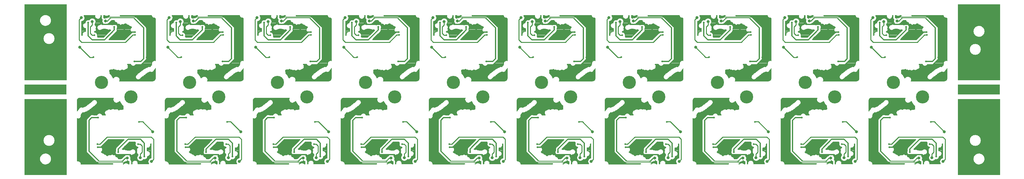
<source format=gbr>
*
%FSLAX24Y24*%
%MOIN*%
%ADD10C,0.001000*%
%ADD11C,0.002000*%
%ADD12C,0.016000*%
%ADD13C,0.004000*%
%ADD14C,0.008000*%
%ADD15C,0.032000*%
%ADD16C,0.064000*%
%ADD17C,0.020185*%
%ADD18C,0.012500*%
%ADD19C,0.010500*%
%ADD20C,0.031996*%
%ADD21C,0.006500*%
%ADD22R,0.008375X0.008375*%
%ADD23R,0.064000X0.064000*%
%ADD24R,0.128000X0.128000*%
%ADD25C,0.020000*%
%ADD26C,0.035764*%
%ADD27C,0.118110*%
%ADD28C,0.141732*%
%IPPOS*%
%LNm386940-l3b.GBR*%
%LPD*%
G54D10*
X011462Y001727D02*
X011485Y001720D01*
X011503Y001703D01*
X011509Y001680D01*
X011509D02*
X011510Y001450D01*
X011507Y001438D01*
X011505Y001433D01*
D03*
X011505Y001433D02*
X011500Y001422D01*
X011492Y001414D01*
X011491Y001413D01*
X011490Y001413D01*
X011484Y001408D01*
X011465Y001403D01*
X010865D01*
X010860Y001404D01*
X010838Y001419D01*
X010827Y001442D01*
X010830Y001468D01*
X010847Y001489D01*
X010871Y001497D01*
X010873Y001497D01*
X010874Y001498D01*
X010887Y001505D01*
X010901Y001506D01*
X010937Y001507D01*
X010971Y001519D01*
X010999Y001542D01*
X011011Y001555D01*
X011011Y001555D02*
X011026Y001575D01*
X011035Y001602D01*
X011035Y001630D01*
X011035Y001630D02*
X011039Y001641D01*
X011094Y001698D01*
X011100Y001703D01*
Y001703D02*
X011135Y001712D01*
X011170Y001702D01*
Y001702D03*
X011170Y001702D02*
X011171Y001702D01*
X011236Y001686D01*
X011303Y001683D01*
X011370Y001694D01*
X011433Y001717D01*
D03*
X011433Y001717D02*
X011434Y001718D01*
X011434Y001718D02*
X011462Y001727D01*
G54D11*
X010939Y001502D02*
X011504D01*
X010831Y001450D02*
X011505D01*
X010831Y001449D02*
X011505D01*
X010833Y001436D02*
X011501D01*
X010835Y001432D02*
X011500D01*
X010860Y001410D02*
X011469D01*
X010963Y001510D02*
X011504D01*
X011009Y001546D02*
X011504D01*
X011022Y001559D02*
X011504D01*
X011032Y001577D02*
X011504D01*
X011041Y001616D02*
X011504D01*
X011049Y001644D02*
X011504D01*
X011040Y001631D02*
X011504D01*
X011040Y001629D02*
X011504D01*
X011083Y001679D02*
X011250D01*
X011315D02*
X011504D01*
X011091Y001688D02*
X011200D01*
X011365D02*
X011503D01*
X011109Y001702D02*
X011160D01*
X011123Y001706D02*
X011146D01*
X011127Y001707D02*
X011142D01*
X011458Y001722D02*
X011465D01*
X010833Y001460D02*
X011505D01*
X010840Y001476D02*
X011504D01*
X010872Y001492D02*
X011504D01*
X010831Y001450D02*
X010837Y001471D01*
X010853Y001487D01*
X010875Y001492D01*
X011504Y001502D02*
X011505Y001450D01*
X010831Y001449D02*
X010831Y001450D01*
X010833Y001439D02*
X010831Y001449D01*
X011505Y001450D02*
X011502Y001439D01*
X010834Y001435D02*
X010833Y001439D01*
X011502Y001439D02*
X011500Y001434D01*
X010844Y001420D02*
X011491D01*
X010842Y001422D02*
X011494D01*
X010847Y001417D02*
X010834Y001435D01*
X011500Y001434D02*
X011496Y001424D01*
X011487Y001417D01*
X010855Y001412D02*
X010847Y001417D01*
X011487Y001417D02*
X011480Y001412D01*
X010862Y001409D02*
X010855Y001412D01*
X011480Y001412D02*
X011468Y001409D01*
X010865Y001408D02*
X010862Y001409D01*
X011468Y001409D02*
X011464Y001408D01*
X010865D01*
X010875Y001492D02*
X010889Y001500D01*
X011504Y001510D02*
X011504Y001502D01*
X010889Y001500D02*
X010893Y001501D01*
X010900Y001501D02*
X010916Y001500D01*
X010893Y001501D02*
X010897Y001501D01*
X010900Y001501D01*
X010981Y001520D02*
X011504D01*
X011000Y001536D02*
X011504D01*
X010916Y001500D02*
X010948Y001504D01*
X010978Y001518D01*
X011003Y001539D01*
X011504Y001546D02*
X011504Y001510D01*
X011003Y001539D02*
X011015Y001552D01*
X011504Y001559D02*
X011504Y001546D01*
X011028Y001568D02*
X011504D01*
X011015Y001552D02*
X011030Y001573D01*
X011504Y001577D02*
X011504Y001559D01*
X011037Y001587D02*
X011504D01*
X011039Y001597D02*
X011504D01*
X011041Y001606D02*
X011504D01*
X011030Y001573D02*
X011038Y001594D01*
X011041Y001616D01*
X011504Y001616D02*
X011504Y001577D01*
X011040Y001631D02*
X011042Y001637D01*
X011504Y001644D02*
X011504Y001630D01*
X011040Y001630D02*
X011040Y001631D01*
X011504Y001630D02*
X011504Y001629D01*
X011041Y001616D02*
X011040Y001630D01*
X011504Y001629D02*
X011504Y001616D01*
X011059Y001654D02*
X011504D01*
X011074Y001669D02*
X011504D01*
X011042Y001637D02*
X011076Y001673D01*
X011504Y001679D02*
X011504Y001644D01*
X011076Y001673D02*
X011085Y001681D01*
X011504Y001686D02*
X011504Y001679D01*
X011085Y001681D02*
X011098Y001694D01*
X011183Y001692D02*
X011232Y001681D01*
X011283Y001678D01*
X011098Y001694D02*
X011103Y001698D01*
X011168Y001697D02*
X011183Y001692D01*
X011103Y001698D02*
X011103Y001699D01*
X011166Y001698D02*
X011168Y001697D01*
X011103Y001699D02*
X011134Y001707D01*
X011134D02*
X011166Y001698D01*
X011399Y001698D02*
X011500D01*
X011433Y001712D02*
X011489D01*
X011283Y001678D02*
X011361Y001687D01*
X011436Y001713D01*
X011487Y001714D02*
X011498Y001702D01*
X011504Y001686D01*
X011436Y001713D02*
X011462Y001722D01*
X011462Y001722D02*
X011487Y001714D01*
G54D10*
X010917Y004083D02*
X010942Y004074D01*
X010958Y004053D01*
X010959Y004026D01*
X010945Y004004D01*
Y004004D03*
X010945Y004004D02*
X010166Y003225D01*
X010160Y003220D01*
X010115Y003172D01*
X010106Y003158D01*
X010103Y003155D01*
X010083Y003115D01*
X010079Y003099D01*
X010076Y003092D01*
X010067Y003052D01*
X010067Y002850D01*
X010059Y002824D01*
X010045Y002792D01*
X010032Y002745D01*
X010027Y002689D01*
X010031Y002639D01*
X010040Y002603D01*
D03*
X010040Y002603D02*
X010057Y002560D01*
X010080Y002520D01*
Y002520D02*
X010081Y002517D01*
X010090Y002505D01*
X010092Y002502D01*
X010124Y002468D01*
X010125Y002468D01*
Y002468D02*
X010182Y002426D01*
X010249Y002400D01*
X010319Y002389D01*
X010390Y002396D01*
X010457Y002419D01*
X010517Y002458D01*
Y002458D02*
X010530Y002466D01*
X010538Y002470D01*
X010538D02*
X010550Y002472D01*
X010563Y002469D01*
X010563D02*
X010573Y002464D01*
X010576Y002462D01*
X010636Y002431D01*
X010637Y002431D01*
Y002431D02*
X010705Y002413D01*
X010775Y002413D01*
X010843Y002431D01*
X010843D02*
X010873Y002432D01*
X010873Y002432D02*
X010939Y002415D01*
X010992Y002414D01*
Y002414D02*
X011031Y002394D01*
Y002394D02*
X011032Y002393D01*
D03*
X011032Y002393D02*
X011053Y002377D01*
X011062Y002354D01*
X011059Y002329D01*
X011043Y002309D01*
X011043D02*
X011042Y002308D01*
D03*
X011042Y002308D02*
X011018Y002285D01*
X010987Y002273D01*
X010987Y002273D02*
X010986Y002273D01*
X010972Y002265D01*
X010965Y002263D01*
X010964Y002262D01*
X010933Y002241D01*
X010919Y002229D01*
X010914Y002226D01*
X010677Y001986D01*
X010677Y001986D02*
X010659Y001975D01*
X010639Y001971D01*
X010639Y001971D02*
X010638Y001971D01*
X010609Y001959D01*
X010598Y001958D01*
X010357D01*
X010346Y001960D01*
X010346D02*
X010331Y001969D01*
X010320Y001983D01*
X010320D03*
X010320Y001983D02*
X010318Y001985D01*
X010318Y001986D01*
X010301Y002028D01*
X010301D02*
X010275Y002079D01*
X010236Y002120D01*
X010236D03*
X010236Y002120D02*
X010197Y002150D01*
D03*
X010197Y002150D02*
X010137Y002179D01*
X010071Y002194D01*
X010071Y002194D02*
X010046Y002210D01*
X010037Y002238D01*
Y002238D03*
X010037Y002238D02*
X010033Y002275D01*
X010022Y002309D01*
X010010Y002335D01*
Y002335D02*
X009990Y002369D01*
Y002369D02*
X009957Y002408D01*
D03*
X009957Y002408D02*
X009915Y002442D01*
X009868Y002467D01*
Y002467D03*
X009868Y002467D02*
X009803Y002485D01*
X009737Y002487D01*
X009671Y002473D01*
X009611Y002445D01*
X009559Y002403D01*
X009559Y002403D02*
X009543Y002389D01*
X009543Y002389D02*
X009517Y002379D01*
X009491Y002385D01*
X009491Y002385D02*
X009490Y002386D01*
D03*
X009490Y002386D02*
X009425Y002401D01*
X009359Y002401D01*
X009294Y002385D01*
X009236Y002354D01*
X009186Y002311D01*
X009172Y002303D01*
X009172Y002302D01*
D03*
X009172Y002302D02*
X009151Y002298D01*
X009106D01*
D03*
X009106Y002298D02*
X009085Y002301D01*
X009068Y002314D01*
X009068D03*
X009068Y002314D02*
X009063Y002318D01*
X009029Y002366D01*
X009028Y002367D01*
X008982Y002408D01*
X008959Y002424D01*
X008959D02*
X008897Y002450D01*
X008830Y002460D01*
X008799Y002476D01*
X008778Y002503D01*
X008778D02*
X008777Y002504D01*
X008777Y002505D01*
Y002505D02*
X008734Y002544D01*
X008684Y002574D01*
X008646Y002589D01*
X008605Y002597D01*
Y002597D02*
X008598Y002599D01*
D03*
X008598Y002599D02*
X008586Y002601D01*
X008577Y002608D01*
Y002608D02*
X008576Y002609D01*
X008572Y002612D01*
X008518Y002659D01*
X008502Y002668D01*
D03*
X008502Y002668D02*
X008484Y002685D01*
X008477Y002708D01*
X008482Y002732D01*
Y002732D02*
X008495Y002746D01*
D03*
X008495Y002746D02*
X008545Y002797D01*
X008571Y002835D01*
X008575Y002842D01*
X008576Y002845D01*
X008586Y002866D01*
D03*
X008586Y002866D02*
X008603Y002918D01*
X008609Y002973D01*
X008606Y003027D01*
X008606Y003027D02*
X008606Y003032D01*
X008595Y003074D01*
X008572Y003128D01*
X008539Y003176D01*
X008504Y003210D01*
X008461Y003241D01*
X008455Y003244D01*
X008449Y003249D01*
X008449Y003250D01*
X008448Y003250D01*
Y003250D02*
X008433Y003272D01*
X008434Y003298D01*
Y003298D03*
X008434Y003298D02*
X008434Y003299D01*
X008447Y003321D01*
X008471Y003334D01*
X008472Y003334D01*
X008504Y003355D01*
X008517Y003368D01*
X008523Y003371D01*
X009220Y004071D01*
X009247Y004083D01*
X010917D01*
G54D11*
X008439Y003300D02*
X010234D01*
X008437Y003285D02*
X010218D01*
X008487Y003338D02*
X010272D01*
X008461Y003246D02*
X010180D01*
X008471Y003240D02*
X010174D01*
X008475Y003237D02*
X010171D01*
X008515Y003359D02*
X010293D01*
X008491Y002734D02*
X010026D01*
X008481Y002709D02*
X010024D01*
X008487Y002689D02*
X010022D01*
X008500Y002744D02*
X010027D01*
X008497Y003222D02*
X010154D01*
X008504Y002749D02*
X010028D01*
X008504Y003217D02*
X010150D01*
X008505Y002749D02*
X010029D01*
X008545Y002790D02*
X010040D01*
X008520Y002664D02*
X010024D01*
X008530Y003371D02*
X010305D01*
X008515Y003207D02*
X010140D01*
X008533Y003375D02*
X010309D01*
X008530Y002655D02*
X010025D01*
X009157Y004000D02*
X010934D01*
X008553Y002800D02*
X010044D01*
X008548Y002639D02*
X010026D01*
X008547Y003172D02*
X010109D01*
X008549Y003169D02*
X010107D01*
X008569Y002823D02*
X010053D01*
X008559Y003155D02*
X010098D01*
X008561Y003152D02*
X010097D01*
X008578Y002837D02*
X010058D01*
X008582Y002845D02*
X010060D01*
X008579Y003125D02*
X010083D01*
X008585Y002608D02*
X010034D01*
X008583Y002847D02*
X010061D01*
X008584Y002849D02*
X010061D01*
X008592Y002868D02*
X010062D01*
X008590Y002605D02*
X010034D01*
X008584Y003113D02*
X010078D01*
X008592Y002604D02*
X010035D01*
X008591Y003098D02*
X010073D01*
X008615Y002982D02*
X010062D01*
X008594Y003091D02*
X010070D01*
X008601Y003073D02*
X010066D01*
X008606Y003051D02*
X010062D01*
X008645Y002594D02*
X010038D01*
X008611Y003031D02*
X010062D01*
X008611Y003027D02*
X010062D01*
X008652Y002592D02*
X010038D01*
X008704Y002569D02*
X010047D01*
X008766Y002522D02*
X010072D01*
X008769Y002520D02*
X010074D01*
X008780Y002508D02*
X010082D01*
X008782Y002505D02*
X010084D01*
X008784Y002501D02*
X010087D01*
X008798Y002483D02*
X009687D01*
X008898Y002455D02*
X009619D01*
X008976Y002420D02*
X009569D01*
X008994Y002404D02*
X009347D01*
X009439D02*
X009553D01*
X008999Y002400D02*
X009326D01*
X009461D02*
X009548D01*
X009001Y002398D02*
X009319D01*
X009037Y002364D02*
X009241D01*
X009037Y002363D02*
X009240D01*
X009073Y002315D02*
X009183D01*
X009079Y002310D02*
X009177D01*
X009084Y002307D02*
X009170D01*
X009194Y004038D02*
X010955D01*
X009234Y004074D02*
X010932D01*
X009467Y002398D02*
X009546D01*
X009503Y002385D02*
X009525D01*
X009836Y002483D02*
X010104D01*
X009870Y002471D02*
X010114D01*
X009890Y002463D02*
X010123D01*
X009966Y002405D02*
X010217D01*
X009975Y002394D02*
X010250D01*
X010403D02*
X011022D01*
X009997Y002368D02*
X011053D01*
X010010Y002348D02*
X011058D01*
X010016Y002333D02*
X011055D01*
X010028Y002307D02*
X011035D01*
X010028Y002305D02*
X011033D01*
X010038Y002274D02*
X010977D01*
X010039Y002268D02*
X010966D01*
X010039Y002260D02*
X010953D01*
X010040Y002258D02*
X010949D01*
X010040Y002257D02*
X010948D01*
X010042Y002237D02*
X010921D01*
X010042Y002237D02*
X010921D01*
X010042Y002238D02*
X010922D01*
X010044Y002225D02*
X010907D01*
X010045Y002222D02*
X010904D01*
X010122Y002189D02*
X010871D01*
X010211Y002146D02*
X010829D01*
X010248Y002116D02*
X010799D01*
X010307Y002027D02*
X010711D01*
X010325Y001984D02*
X010666D01*
X010326Y001982D02*
X010663D01*
X010326Y001982D02*
X010662D01*
X010327Y001981D02*
X010659D01*
X010414Y002397D02*
X011018D01*
X010344Y001966D02*
X010612D01*
X010461Y002416D02*
X010666D01*
X010814D02*
X010917D01*
X010495Y002435D02*
X010617D01*
X010533Y002462D02*
X010566D01*
X010543Y002466D02*
X010557D01*
X010825Y002419D02*
X010904D01*
X010829Y002420D02*
X010899D01*
X008437Y003285D02*
X008439Y003297D01*
X010241Y003307D02*
X010225Y003292D01*
X008449Y003256D02*
X010190D01*
X008442Y003265D02*
X010199D01*
X008438Y003275D02*
X010208D01*
X008452Y003253D02*
X008441Y003267D01*
X008437Y003285D01*
X010225Y003292D02*
X010187Y003254D01*
X008444Y003310D02*
X010244D01*
X008453Y003319D02*
X010253D01*
X008471Y003328D02*
X010262D01*
X008439Y003297D02*
X008451Y003318D01*
X008473Y003329D01*
X010279Y003346D02*
X010241Y003307D01*
X008458Y003248D02*
X008452Y003253D01*
X010187Y003254D02*
X010180Y003247D01*
X008463Y003246D02*
X008458Y003248D01*
X010180Y003247D02*
X010178Y003244D01*
X008486Y003230D02*
X008463Y003246D01*
X010178Y003244D02*
X010163Y003229D01*
X008503Y003348D02*
X010282D01*
X008504Y003349D02*
X010283D01*
X008473Y003329D02*
X008507Y003351D01*
X010300Y003366D02*
X010279Y003346D01*
X008483Y002719D02*
X010025D01*
X008484Y002724D02*
X010025D01*
X008481Y002709D02*
X008486Y002729D01*
X010027Y002735D02*
X010024Y002710D01*
X008483Y002699D02*
X010023D01*
X008483Y002699D02*
X010023D01*
X008485Y002693D02*
X008481Y002709D01*
X010024Y002710D02*
X010022Y002689D01*
X008502Y002674D02*
X010023D01*
X008495Y002679D02*
X010023D01*
X008504Y002672D02*
X008485Y002693D01*
X010022Y002689D02*
X010024Y002663D01*
X008486Y002729D02*
X008494Y002738D01*
X010028Y002746D02*
X010027Y002735D01*
X008493Y003225D02*
X008486Y003230D01*
X010163Y003229D02*
X010156Y003224D01*
X008494Y002738D02*
X008499Y002743D01*
X010029Y002751D02*
X010028Y002746D01*
X008508Y003214D02*
X008493Y003225D01*
X010156Y003224D02*
X010146Y003213D01*
X008499Y002743D03*
X010029Y002752D02*
X010029Y002751D01*
X008515Y002759D02*
X010031D01*
X008526Y002770D02*
X010034D01*
X008536Y002780D02*
X010037D01*
X008499Y002743D02*
X008539Y002783D01*
X010041Y002793D02*
X010029Y002752D01*
X008521Y002663D02*
X008504Y002672D01*
X010024Y002663D02*
X010025Y002654D01*
X008507Y003351D02*
X008520Y003364D01*
X010312Y003379D02*
X010300Y003366D01*
X008539Y003182D02*
X010117D01*
X008525Y003197D02*
X010131D01*
X008543Y003179D02*
X008508Y003214D01*
X010146Y003213D02*
X010114Y003179D01*
X008520Y003364D02*
X008526Y003367D01*
X010316Y003382D02*
X010312Y003379D01*
X008540Y002647D02*
X008521Y002663D01*
X010025Y002654D02*
X010026Y002638D01*
G54D12*
X008712Y003455D02*
X010290D01*
X008867Y003610D02*
X010445D01*
X009021Y003765D02*
X010600D01*
X009176Y003920D02*
X010755D01*
G54D11*
X008526Y003367D02*
X009150Y003993D01*
X010941Y004008D02*
X010316Y003382D01*
G54D12*
X008571Y003313D02*
X009199Y003944D01*
X010755Y003920D02*
X010266Y003432D01*
G54D11*
X008539Y002783D02*
X008549Y002793D01*
X010045Y002804D02*
X010041Y002793D01*
X008573Y002618D02*
X010031D01*
X008560Y002629D02*
X010028D01*
X008575Y002616D02*
X008540Y002647D01*
X010026Y002638D02*
X010034Y002605D01*
X008546Y003175D02*
X008543Y003179D01*
X010114Y003179D02*
X010111Y003175D01*
X008556Y003161D02*
X008546Y003175D01*
X010111Y003175D02*
X010102Y003161D01*
X008560Y002810D02*
X010048D01*
X008562Y002813D02*
X010049D01*
X008549Y002793D02*
X008565Y002817D01*
X010055Y002826D02*
X010045Y002804D01*
X008558Y003158D02*
X008556Y003161D01*
X010102Y003161D02*
X010099Y003157D01*
X008573Y003135D02*
X010088D01*
X008569Y003142D02*
X010091D01*
X008577Y003130D02*
X008558Y003158D01*
X010099Y003157D02*
X010085Y003130D01*
X008565Y002817D02*
X008575Y002832D01*
X010059Y002840D02*
X010055Y002826D01*
X008575Y002832D02*
X008579Y002840D01*
X010061Y002847D02*
X010059Y002840D01*
X008582Y003117D02*
X008577Y003130D01*
X010085Y003130D02*
X010079Y003117D01*
X008580Y002613D02*
X008575Y002616D01*
X010034Y002605D02*
X010035Y002603D01*
X008579Y002840D02*
X008581Y002842D01*
X010061Y002850D02*
X010061Y002847D01*
X008581Y002842D02*
X008582Y002845D01*
X010062Y002850D02*
X010061Y002850D01*
X008588Y002859D02*
X010062D01*
X008582Y002845D02*
X008591Y002864D01*
X010062Y002868D02*
X010062Y002850D01*
X008581Y002611D02*
X008580Y002613D01*
X010035Y002603D02*
X010035Y002602D01*
X008589Y003102D02*
X008582Y003117D01*
X010079Y003117D02*
X010074Y003101D01*
X008597Y002604D02*
X008581Y002611D01*
X010035Y002602D02*
X010039Y002591D01*
X008592Y003095D02*
X008589Y003102D01*
X010074Y003101D02*
X010071Y003094D01*
G54D13*
X008610Y002888D02*
X010052D01*
X008619Y002925D02*
X010052D01*
X008624Y002962D02*
X010052D01*
G54D11*
X008591Y002864D02*
X008609Y002922D01*
X008615Y002982D01*
X010062Y002982D02*
X010062Y002868D01*
G54D13*
X008600Y002860D02*
X008618Y002920D01*
X008625Y002982D01*
X010052Y002982D02*
X010052Y002868D01*
G54D11*
X008598Y003082D02*
X010068D01*
X008600Y003076D02*
X008592Y003095D01*
X010071Y003094D02*
X010067Y003075D01*
X008604Y003061D02*
X010064D01*
X008603Y003063D02*
X010064D01*
X008606Y003053D02*
X008600Y003076D01*
X010067Y003075D02*
X010062Y003052D01*
X008609Y003041D02*
X010062D01*
X008611Y003033D02*
X008606Y003053D01*
X010062Y003052D02*
X010062Y003031D01*
X008597Y002604D03*
X008599Y002604D02*
X008597Y002604D01*
X008606Y002602D02*
X008599Y002604D01*
X010039Y002591D02*
X010039Y002589D01*
X008611Y003028D02*
X008611Y003033D01*
X010062Y003031D02*
X010062Y003027D01*
X008614Y002992D02*
X010062D01*
X008614Y003004D02*
X010062D01*
X008613Y003017D02*
X010062D01*
X008615Y002982D02*
X008611Y003028D01*
X010062Y003027D02*
X010062Y002982D01*
X008684Y002579D02*
X010043D01*
X008678Y002582D02*
X010042D01*
X008686Y002578D02*
X008647Y002593D01*
X008606Y002602D01*
X010039Y002589D02*
X010049Y002565D01*
X008756Y002532D02*
X010066D01*
X008740Y002546D02*
X010058D01*
X008721Y002559D02*
X010051D01*
X008759Y002530D02*
X008724Y002557D01*
X008686Y002578D01*
X010049Y002565D02*
X010075Y002517D01*
X008762Y002527D02*
X008759Y002530D01*
X010075Y002517D02*
X010077Y002514D01*
X008774Y002515D02*
X008762Y002527D01*
X010077Y002514D02*
X010086Y002502D01*
X008777Y002512D02*
X008774Y002515D01*
X010086Y002502D02*
X010088Y002499D01*
X008782Y002507D02*
X008777Y002512D01*
X010088Y002499D02*
X010093Y002494D01*
X008790Y002492D02*
X009743D01*
X009780D02*
X010095D01*
X008792Y002489D02*
X008782Y002507D01*
X010093Y002494D02*
X010110Y002476D01*
X008830Y002465D02*
X009638D01*
X008811Y002473D02*
X009656D01*
X008830Y002465D02*
X008809Y002474D01*
X008792Y002489D01*
X009761Y002493D02*
X009697Y002486D01*
X009636Y002464D01*
X008959Y002430D02*
X009581D01*
X008927Y002445D02*
X009602D01*
X008961Y002429D02*
X008898Y002455D01*
X008830Y002465D01*
X009636Y002464D02*
X009578Y002427D01*
X008986Y002412D02*
X008961Y002429D01*
X009578Y002427D02*
X009560Y002411D01*
X008991Y002407D02*
X008986Y002412D01*
X009560Y002411D02*
X009556Y002407D01*
X008992Y002406D02*
X008991Y002407D01*
X009556Y002407D02*
X009554Y002406D01*
X009029Y002374D02*
X009258D01*
X009012Y002388D02*
X009288D01*
X009032Y002371D02*
X008992Y002406D01*
X009393Y002408D02*
X009322Y002399D01*
X009255Y002372D01*
X009033Y002369D02*
X009032Y002371D01*
X009255Y002372D02*
X009254Y002372D01*
X009064Y002325D02*
X009193D01*
X009054Y002339D02*
X009208D01*
X009045Y002353D02*
X009225D01*
X009066Y002322D02*
X009033Y002369D01*
X009254Y002372D02*
X009220Y002349D01*
X009190Y002322D01*
X009071Y002317D02*
X009066Y002322D01*
X009190Y002322D02*
X009185Y002317D01*
X009074Y002314D02*
X009071Y002317D01*
X009185Y002317D02*
X009182Y002314D01*
X009085Y002307D02*
X009074Y002314D01*
X009182Y002314D02*
X009170Y002307D01*
X009100Y002303D02*
X009085Y002307D01*
X009170Y002307D02*
X009151Y002303D01*
X009149Y002303D02*
X009106D01*
X009103Y002303D02*
X009100Y002303D01*
X009106Y002303D02*
X009103Y002303D01*
X009167Y004010D02*
X010944D01*
X009176Y004019D02*
X010950D01*
X009184Y004028D02*
X010954D01*
X009150Y003993D02*
X009187Y004031D01*
X010955Y004038D02*
X010951Y004021D01*
X010941Y004008D01*
X009150Y002303D02*
X009149Y002303D01*
X009151Y002303D02*
X009150Y002303D01*
X009204Y004048D02*
X010954D01*
X009221Y004064D02*
X010945D01*
X009187Y004031D02*
X009224Y004067D01*
X010942Y004067D02*
X010952Y004054D01*
X010955Y004038D01*
X009224Y004067D02*
X009247Y004078D01*
X010917D02*
X010942Y004067D01*
X009247Y004078D02*
X010917D01*
X009480Y002394D02*
X009437Y002405D01*
X009393Y002408D01*
X009554Y002406D02*
X009539Y002392D01*
X009493Y002390D02*
X009480Y002394D01*
X009539Y002392D02*
X009535Y002390D01*
X009514Y002383D02*
X009493Y002390D01*
X009535Y002390D02*
X009514Y002383D01*
X009843Y002481D02*
X009803Y002490D01*
X009761Y002493D01*
X010110Y002476D02*
X010121Y002464D01*
X009869Y002472D02*
X009843Y002481D01*
X010121Y002464D02*
X010131Y002455D01*
X009957Y002415D02*
X010194D01*
X009943Y002427D02*
X010170D01*
X009927Y002440D02*
X010151D01*
X009908Y002453D02*
X010134D01*
X009961Y002412D02*
X009918Y002446D01*
X009869Y002472D01*
X010131Y002455D02*
X010186Y002419D01*
X010246Y002395D01*
X009970Y002401D02*
X009961Y002412D01*
X010246Y002395D02*
X010286Y002387D01*
X010326Y002384D01*
X009989Y002378D02*
X011045D01*
X009983Y002384D02*
X011038D01*
X009992Y002375D02*
X009970Y002401D01*
X011035Y002386D02*
X011054Y002364D01*
X010004Y002358D02*
X011056D01*
X010004Y002358D02*
X011056D01*
X010007Y002353D02*
X009992Y002375D01*
X011054Y002364D02*
X011058Y002348D01*
X010015Y002337D02*
X010007Y002353D01*
X011058Y002348D02*
X011056Y002336D01*
X010024Y002317D02*
X011045D01*
X010021Y002323D02*
X011050D01*
X010027Y002311D02*
X010015Y002337D01*
X011056Y002336D02*
X011042Y002315D01*
X010028Y002308D02*
X010027Y002311D01*
X011042Y002315D02*
X011039Y002312D01*
X010035Y002284D02*
X011005D01*
X010032Y002295D02*
X011023D01*
X010038Y002276D02*
X010028Y002308D01*
X011039Y002312D02*
X011023Y002295D01*
X011003Y002283D01*
X010038Y002269D02*
X010038Y002276D01*
X011003Y002283D02*
X010985Y002278D01*
X010039Y002262D02*
X010038Y002269D01*
X010985Y002278D02*
X010970Y002270D01*
X010040Y002259D02*
X010039Y002262D01*
X010970Y002270D02*
X010963Y002267D01*
X010040Y002259D03*
X010963Y002267D02*
X010961Y002266D01*
X010041Y002248D02*
X010933D01*
X010042Y002239D02*
X010040Y002259D01*
X010961Y002266D02*
X010931Y002246D01*
X010043Y002227D02*
X010042Y002237D01*
X010929Y002245D02*
X010916Y002233D01*
X010042Y002237D03*
X010930Y002245D02*
X010929Y002245D01*
X010042Y002237D02*
X010042Y002239D01*
X010931Y002246D02*
X010930Y002245D01*
X010044Y002225D02*
X010043Y002227D01*
X010916Y002233D02*
X010911Y002230D01*
X010071Y002199D02*
X010881D01*
X010051Y002212D02*
X010894D01*
X010072Y002199D02*
X010055Y002208D01*
X010044Y002225D01*
X010911Y002230D02*
X010878Y002196D01*
X010197Y002156D02*
X010838D01*
X010177Y002167D02*
X010850D01*
X010152Y002179D02*
X010861D01*
X010200Y002154D02*
X010139Y002184D01*
X010072Y002199D01*
X010878Y002196D02*
X010835Y002153D01*
X010237Y002126D02*
X010809D01*
X010224Y002136D02*
X010819D01*
X010239Y002124D02*
X010200Y002154D01*
X010835Y002153D02*
X010806Y002123D01*
G54D13*
X010310Y002047D02*
X010716D01*
X010298Y002071D02*
X010741D01*
X010281Y002096D02*
X010765D01*
G54D11*
X010306Y002030D02*
X010279Y002082D01*
X010239Y002124D01*
X010806Y002123D02*
X010717Y002034D01*
G54D13*
X010315Y002034D02*
X010287Y002087D01*
X010246Y002132D01*
X010799Y002130D02*
X010710Y002041D01*
G54D11*
X010320Y001994D02*
X010678D01*
X010316Y002005D02*
X010689D01*
X010311Y002017D02*
X010700D01*
X010322Y001989D02*
X010306Y002030D01*
X010717Y002034D02*
X010675Y001991D01*
X010323Y001988D02*
X010322Y001989D01*
X010675Y001991D02*
X010674Y001989D01*
X010323Y001988D03*
X010674Y001989D02*
X010673Y001989D01*
X010324Y001986D02*
X010323Y001988D01*
X010673Y001989D02*
X010672Y001989D01*
X010333Y001973D02*
X010324Y001986D01*
X010672Y001989D02*
X010656Y001979D01*
X010637Y001976D01*
X010326Y002384D02*
X010370Y002387D01*
X011029Y002389D02*
X011035Y002386D01*
X010347Y001965D02*
X010333Y001973D01*
X010637Y001976D02*
X010608Y001964D01*
X010350Y001964D02*
X010347Y001965D01*
X010608Y001964D02*
X010607Y001964D01*
X010357Y001963D02*
X010350Y001964D01*
X010607Y001964D02*
X010597Y001963D01*
X010357D01*
X010441Y002407D02*
X010722D01*
X010758D02*
X010999D01*
X010370Y002387D02*
X010441Y002407D01*
X010999Y002407D02*
X011029Y002389D01*
X010479Y002426D02*
X010636D01*
X010441Y002407D02*
X010481Y002427D01*
X010634Y002426D02*
X010686Y002411D01*
X010740Y002406D01*
X010509Y002445D02*
X010597D01*
X010518Y002452D02*
X010584D01*
X010481Y002427D02*
X010520Y002454D01*
X010582Y002453D02*
X010634Y002426D01*
X010520Y002454D02*
X010526Y002458D01*
X010573Y002458D02*
X010582Y002453D01*
X010526Y002458D02*
X010529Y002460D01*
X010570Y002460D02*
X010573Y002458D01*
X010529Y002460D02*
X010532Y002461D01*
X010567Y002461D02*
X010570Y002460D01*
X010532Y002461D02*
X010535Y002463D01*
X010564Y002463D02*
X010567Y002461D01*
X010535Y002463D02*
X010538Y002464D01*
X010562Y002464D02*
X010564Y002463D01*
X010538Y002464D02*
X010550Y002467D01*
Y002467D02*
X010562Y002464D01*
X010740Y002406D02*
X010784Y002409D01*
X010991Y002409D02*
X010999Y002407D01*
X010784Y002409D02*
X010791Y002411D01*
X010939Y002410D02*
X010991Y002409D01*
X010791Y002411D02*
X010845Y002426D01*
X010877Y002426D02*
X010939Y002410D01*
X010845Y002426D02*
X010848Y002427D01*
X010872Y002427D02*
X010877Y002426D01*
X010848Y002427D02*
X010860Y002428D01*
X010860D02*
X010872Y002427D01*
X009147Y003990D02*
X010924D01*
G54D13*
X010900Y003980D02*
X010315Y003395D01*
X009151Y003980D02*
X010900D01*
G54D14*
X010852Y003960D02*
X010306Y003415D01*
X009159Y003960D02*
X010852D01*
G54D10*
X012114Y003814D02*
X012137Y003803D01*
X012150Y003781D01*
X012150D03*
X012150Y003781D02*
X012174Y003711D01*
X012178Y003705D01*
X012184Y003666D01*
X012172Y003629D01*
X012172Y003628D01*
D03*
X012172Y003628D02*
X012164Y003562D01*
X012172Y003496D01*
X012193Y003433D01*
X012228Y003377D01*
X012275Y003330D01*
X012331Y003294D01*
X012393Y003271D01*
X012414Y003257D01*
X012424Y003235D01*
X012422Y003210D01*
X012407Y003190D01*
Y003190D02*
X012406Y003190D01*
X012381Y003167D01*
X012378Y003164D01*
X012339Y003106D01*
X012320Y003061D01*
X012311Y003022D01*
X012311Y003016D01*
X012310Y003012D01*
D03*
X012310Y003012D02*
X012311Y002945D01*
X012328Y002880D01*
Y002880D02*
X012328Y002878D01*
X012332Y002869D01*
X012335Y002859D01*
X012334Y002842D01*
X012313Y002783D01*
D03*
X012313Y002783D02*
X012305Y002716D01*
X012313Y002648D01*
X012337Y002585D01*
X012375Y002529D01*
X012375D03*
X012375Y002529D02*
X012400Y002508D01*
X012403Y002504D01*
X012412Y002496D01*
X012415Y002494D01*
X012423Y002487D01*
X012427Y002482D01*
X012435Y002475D01*
D03*
X012435Y002475D02*
X012443Y002463D01*
X012447Y002452D01*
X012449Y002433D01*
X012449Y002369D01*
X012447Y002358D01*
X012439Y002343D01*
X012407Y002305D01*
X012384Y002269D01*
X012384Y002268D01*
X012384D02*
X012353Y002192D01*
X012340Y002109D01*
X012346Y002026D01*
X012371Y001947D01*
X012414Y001876D01*
X012472Y001817D01*
X012543Y001772D01*
X012543D02*
X012621Y001745D01*
X012703Y001737D01*
X012786Y001748D01*
X012863Y001778D01*
X012920Y001815D01*
X012970Y001863D01*
X013009Y001919D01*
X013009Y001919D02*
X013026Y001934D01*
X013049Y001940D01*
X013072Y001936D01*
X013072Y001936D03*
X013072Y001936D03*
X013072Y001936D02*
X013138Y001926D01*
X013204Y001932D01*
X013266Y001955D01*
X013271Y001957D01*
D03*
X013271Y001957D02*
X013332Y001996D01*
X013381Y002048D01*
X013383Y002051D01*
X013388Y002058D01*
X013390Y002060D01*
X013409Y002093D01*
X013412Y002100D01*
X013413Y002103D01*
D03*
X013413Y002103D02*
X013433Y002160D01*
X013440Y002220D01*
X013440Y002220D02*
X013447Y002240D01*
X013462Y002254D01*
X013482Y002260D01*
X013482Y002260D02*
X013482Y002261D01*
X013544Y002276D01*
X013580Y002293D01*
X013586Y002298D01*
X013590Y002300D01*
X013605Y002311D01*
D03*
X013605Y002311D02*
X013657Y002359D01*
X013694Y002418D01*
X013716Y002485D01*
X013721Y002555D01*
X013708Y002624D01*
X013678Y002688D01*
X013633Y002742D01*
X013576Y002784D01*
X013511Y002810D01*
X013441Y002818D01*
X013421Y002826D01*
X013406Y002842D01*
X013401Y002863D01*
Y002863D02*
X013401Y003136D01*
X013401Y003136D02*
X013407Y003156D01*
X013421Y003172D01*
X013441Y003179D01*
X013441Y003179D02*
X013518Y003180D01*
X013519Y003181D01*
X013585Y003199D01*
X013645Y003232D01*
X013695Y003279D01*
X013733Y003337D01*
X013755Y003403D01*
D03*
X013755Y003403D02*
X013761Y003459D01*
Y003460D01*
X013753Y003526D01*
X013753Y003526D02*
X013756Y003554D01*
X013770Y003578D01*
X013770Y003578D02*
X013771Y003579D01*
X013775Y003587D01*
X013786Y003602D01*
X013786Y003602D02*
X013805Y003612D01*
X013805Y003612D02*
X013806Y003612D01*
X013807Y003613D01*
X013807Y003613D02*
X013820Y003614D01*
X013820Y003614D02*
X013821Y003614D01*
X013822Y003614D01*
X013822D02*
X013835Y003611D01*
X013847Y003604D01*
X013847D02*
X013854Y003597D01*
Y003597D02*
X013861Y003580D01*
Y003580D03*
X013861Y003580D02*
X013862Y003579D01*
X013864Y003559D01*
X013864Y003558D01*
X013864Y002082D01*
X013864Y002082D02*
X013853Y002055D01*
X013828Y002040D01*
X013828Y002040D03*
X013828Y002040D02*
X013777Y002028D01*
X013720Y002004D01*
X013669Y001970D01*
X013616Y001920D01*
X013579Y001866D01*
X013578Y001865D01*
Y001865D02*
X013546Y001789D01*
X013532Y001708D01*
X013536Y001626D01*
X013560Y001546D01*
X013601Y001475D01*
Y001475D02*
X013602Y001473D01*
X013608Y001452D01*
X013606Y001442D01*
D03*
X013606Y001442D02*
X013602Y001428D01*
X013598Y001423D01*
X013598Y001422D01*
X013595Y001419D01*
X013584Y001410D01*
X013580Y001409D01*
X013564Y001405D01*
X012453Y001404D01*
X012444Y001406D01*
X012443Y001406D01*
X012443D02*
X012424Y001416D01*
X012424D02*
X012415Y001427D01*
X012412Y001434D01*
X012410Y001443D01*
D03*
X012410Y001443D02*
X012409Y001466D01*
Y001466D02*
X012409Y001467D01*
X012412Y001486D01*
X012412D02*
X012410Y001551D01*
X012393Y001614D01*
X012362Y001671D01*
X012362D03*
X012362Y001671D02*
X012326Y001714D01*
X012282Y001751D01*
D03*
X012282Y001751D02*
X012214Y001786D01*
X012139Y001802D01*
X012063Y001799D01*
X011990Y001776D01*
X011925Y001736D01*
X011872Y001680D01*
X011836Y001613D01*
X011817Y001539D01*
X011818Y001462D01*
X011819Y001462D01*
D03*
X011819Y001462D02*
X011818Y001445D01*
X011818Y001444D01*
X011815Y001431D01*
X011813Y001427D01*
X011800Y001413D01*
X011794Y001408D01*
X011794Y001408D02*
X011772Y001403D01*
X011750Y001404D01*
X011750Y001404D02*
X011743Y001406D01*
X011730Y001416D01*
D03*
X011730Y001416D02*
X011729Y001417D01*
X011729D02*
X011718Y001432D01*
X011718D02*
X011715Y001445D01*
X011714Y001453D01*
X011713Y001683D01*
D03*
X011713Y001683D02*
X011705Y001736D01*
X011688Y001785D01*
X011688D02*
X011687Y001787D01*
X011662Y001829D01*
X011637Y001859D01*
X011636Y001859D01*
X011636D02*
X011620Y001876D01*
X011613Y001899D01*
X011619Y001922D01*
X011619D02*
X011619Y001923D01*
X011634Y001967D01*
X011642Y002047D01*
X011640Y002086D01*
X011638Y002093D01*
X011638Y002096D01*
D03*
X011638Y002096D02*
X011621Y002166D01*
X011589Y002230D01*
X011544Y002286D01*
Y002286D02*
X011534Y002309D01*
X011538Y002333D01*
X011555Y002353D01*
X011585Y002361D01*
X011617Y002354D01*
X011617Y002354D03*
X011617Y002354D02*
X011618Y002354D01*
X011688Y002353D01*
X011755Y002371D01*
X011760Y002372D01*
X011806Y002396D01*
X011812Y002401D01*
X011815Y002403D01*
X011856Y002437D01*
X011856Y002438D01*
X011877Y002452D01*
D03*
X011877Y002452D03*
X011877Y002452D02*
X011916Y002456D01*
X011916Y002456D03*
X011916Y002456D02*
X011917Y002456D01*
X011917Y002456D02*
X011960Y002463D01*
X012001Y002478D01*
X012001Y002478D03*
X012001Y002478D02*
X012038Y002497D01*
X012046Y002503D01*
X012049Y002504D01*
X012064Y002515D01*
X012101Y002551D01*
X012107Y002558D01*
X012139Y002608D01*
X012161Y002663D01*
X012170Y002722D01*
X012167Y002781D01*
D03*
X012167Y002781D02*
X012158Y002819D01*
X012157Y002819D01*
X012157D02*
X012129Y002882D01*
X012086Y002936D01*
X012031Y002978D01*
X011968Y003005D01*
X011900Y003016D01*
X011831Y003010D01*
X011766Y002987D01*
X011766D02*
X011761Y002985D01*
D03*
X011761Y002985D02*
X011729Y002967D01*
X011701Y002944D01*
X011697Y002940D01*
X011682Y002925D01*
X011652Y002912D01*
X011620Y002912D01*
X011619Y002912D01*
X011556Y002897D01*
X011553Y002896D01*
X011553Y002895D01*
X011553Y002895D02*
X011527Y002881D01*
X011498Y002877D01*
X011470Y002883D01*
X011470Y002883D02*
X011469Y002884D01*
X011396D01*
X011351Y002873D01*
X011351D02*
X011319Y002874D01*
X011291Y002888D01*
X011291D02*
X011290Y002888D01*
X011228Y002904D01*
X011174Y002905D01*
X011174D02*
X011153Y002912D01*
X011136Y002926D01*
X011136D02*
X011135Y002926D01*
D03*
X011135Y002926D02*
X011069Y002959D01*
X010998Y002974D01*
X010925Y002970D01*
X010925D03*
X010925Y002970D02*
X010866Y002954D01*
X010866D02*
X010834Y002956D01*
X010834D03*
X010834Y002956D02*
X010785Y002970D01*
X010755Y002971D01*
Y002971D02*
X010732Y002981D01*
X010717Y003001D01*
X010713Y003026D01*
Y003026D03*
X010713Y003026D03*
X010713Y003026D02*
X010714Y003032D01*
X010718Y003039D01*
X010720Y003042D01*
X010720Y003043D01*
X010734Y003060D01*
X010738Y003064D01*
X011476Y003801D01*
X011479Y003803D01*
D03*
X011479Y003803D02*
X011503Y003813D01*
X011503Y003813D02*
X011504Y003813D01*
X011506Y003814D01*
X012114D01*
G54D11*
X010718Y003021D02*
X011874D01*
X011906D02*
X012306D01*
X010718Y003021D02*
X012306D01*
X010718Y003026D02*
X012307D01*
X010718Y003016D02*
X011834D01*
X011946D02*
X012306D01*
X010723Y003037D02*
X012310D01*
X010719Y003011D02*
X011816D01*
X010725Y003041D02*
X012311D01*
X010727Y003045D02*
X012311D01*
X010741Y003059D02*
X012315D01*
X010738Y002983D02*
X011745D01*
X010741Y002981D02*
X011742D01*
X010747Y003065D02*
X012317D01*
X010749Y003067D02*
X012318D01*
X010786Y003104D02*
X012333D01*
X010804Y002970D02*
X010906D01*
X010818Y002966D02*
X010891D01*
X010843Y003161D02*
X012370D01*
X010820Y002965D02*
X010889D01*
X010823Y002965D02*
X010887D01*
X010845Y003164D02*
X012372D01*
X010868Y003186D02*
X012395D01*
X010909Y003227D02*
X012420D01*
X010957Y003276D02*
X012360D01*
X011244Y003562D02*
X012159D01*
X011052Y002970D02*
X011725D01*
X011123Y002940D02*
X011689D01*
X011128Y002937D02*
X011686D01*
X011146Y002922D02*
X011667D01*
X011148Y002921D02*
X011664D01*
X011234Y002907D02*
X011578D01*
X011263Y002900D02*
X011551D01*
X011268Y002899D02*
X011549D01*
X011308Y003627D02*
X012166D01*
X011293Y002892D02*
X011539D01*
X011294Y002891D02*
X011538D01*
X011307Y002884D02*
X011376D01*
X011485D02*
X011517D01*
X011355Y003673D02*
X012179D01*
X011321Y002879D02*
X011356D01*
X011389Y003707D02*
X012171D01*
X011396Y003714D02*
X012168D01*
X011465Y003783D02*
X012144D01*
X011490Y003804D02*
X012127D01*
X011496Y003807D02*
X012122D01*
X011547Y002339D02*
X012430D01*
X011539Y002314D02*
X012409D01*
X011541Y002302D02*
X012400D01*
X011728Y002356D02*
X012441D01*
X011554Y002282D02*
X012387D01*
X011568Y002266D02*
X012377D01*
X011618Y001900D02*
X012392D01*
X011625Y001925D02*
X012377D01*
X011639Y001968D02*
X012358D01*
X011647Y002047D02*
X012338D01*
X011643Y002096D02*
X012334D01*
X011643Y002095D02*
X012334D01*
X011644Y002093D02*
X012334D01*
X011647Y001855D02*
X012425D01*
X011645Y002085D02*
X012335D01*
X011730Y002357D02*
X012441D01*
X011669Y001826D02*
X012454D01*
X011763Y002368D02*
X012444D01*
X011686Y001798D02*
X012037D01*
X011693Y001785D02*
X011997D01*
X011694Y001783D02*
X011994D01*
X011718Y001683D02*
X011869D01*
X011719Y001505D02*
X011810D01*
X011719Y001463D02*
X011813D01*
X011719Y001455D02*
X011814D01*
X011719Y001453D02*
X011814D01*
X011720Y001444D02*
X011813D01*
X011720Y001443D02*
X011813D01*
X011723Y001434D02*
X011811D01*
X011732Y001421D02*
X011801D01*
X011741Y001413D02*
X011791D01*
X011750Y001410D02*
X011782D01*
X011777Y002376D02*
X012444D01*
X011779Y002377D02*
X012444D01*
X011820Y002400D02*
X012444D01*
X011825Y002405D02*
X012444D01*
X011827Y002407D02*
X012444D01*
X011858Y002433D02*
X012444D01*
X011866Y002441D02*
X012443D01*
X011935Y002453D02*
X012441D01*
X011952Y002456D02*
X012440D01*
X011971Y002461D02*
X012439D01*
X011964Y003011D02*
X012305D01*
X011965Y003011D02*
X012305D01*
X011979Y002464D02*
X012438D01*
X012013Y002479D02*
X012423D01*
X012020Y002483D02*
X012420D01*
X012025Y002485D02*
X012418D01*
X012036Y002491D02*
X012411D01*
X012047Y002497D02*
X012403D01*
X012035Y002982D02*
X012303D01*
X012051Y002500D02*
X012400D01*
X012053Y002501D02*
X012399D01*
X012061Y002507D02*
X012393D01*
X012062Y002508D02*
X012392D01*
X012063Y002509D02*
X012391D01*
X012066Y002511D02*
X012388D01*
X012075Y002519D02*
X012379D01*
X012089Y002532D02*
X012366D01*
X012110Y002555D02*
X012349D01*
X012115Y002561D02*
X012345D01*
X012174Y002715D02*
X012300D01*
X012190Y001798D02*
X012489D01*
X012135Y002882D02*
X012322D01*
X012136Y002880D02*
X012323D01*
X012141Y002871D02*
X012326D01*
X012144Y002865D02*
X012328D01*
X012150Y002853D02*
X012331D01*
X012155Y002840D02*
X012328D01*
X012163Y002818D02*
X012320D01*
X012171Y002782D02*
X012308D01*
X012172Y002781D02*
X012307D01*
X012175Y002736D02*
X012300D01*
X012248Y001777D02*
X012523D01*
X012295Y001747D02*
X012595D01*
X012301Y001742D02*
X012613D01*
X012781D02*
X013530D01*
X012336Y001711D02*
X013527D01*
X012355Y001687D02*
X013526D01*
X012370Y001668D02*
X013527D01*
X012413Y001458D02*
X013601D01*
X012413Y001456D02*
X013602D01*
X012415Y001467D02*
X013598D01*
X012414Y001450D02*
X013603D01*
X012415Y001475D02*
X013595D01*
X012415Y001442D02*
X013601D01*
X012416Y001477D02*
X013593D01*
X012416Y001440D02*
X013601D01*
X012417Y001486D02*
X013587D01*
X012417Y001435D02*
X013599D01*
X012418Y001514D02*
X013570D01*
X012418Y001431D02*
X013598D01*
X012427Y001420D02*
X013588D01*
X012428Y001419D02*
X013587D01*
X012431Y001416D02*
X013583D01*
X012434Y001414D02*
X013580D01*
X012881Y001782D02*
X013539D01*
X012976Y001863D02*
X013571D01*
X013013Y001916D02*
X013608D01*
X013018Y001921D02*
X013127D01*
X013163D02*
X013612D01*
X013031Y001931D02*
X013073D01*
X013217D02*
X013621D01*
X013287Y001960D02*
X013651D01*
X013290Y001962D02*
X013653D01*
X013298Y001966D02*
X013658D01*
X013342Y001999D02*
X013704D01*
X013367Y002023D02*
X013754D01*
X013376Y002035D02*
X013783D01*
X013389Y002051D02*
X013843D01*
X013391Y002054D02*
X013846D01*
X013396Y002061D02*
X013852D01*
X013397Y002063D02*
X013854D01*
X013408Y002082D02*
X013859D01*
X013406Y003134D02*
X013859D01*
X013559Y003184D02*
X013859D01*
X013406Y002864D02*
X013859D01*
X013406Y002864D02*
X013859D01*
X013406Y003132D02*
X013859D01*
X013415Y002095D02*
X013859D01*
X013419Y002102D02*
X013859D01*
X013420Y002105D02*
X013859D01*
X013445Y002221D02*
X013859D01*
X013521Y002265D02*
X013859D01*
X013515Y002813D02*
X013859D01*
X013563Y003185D02*
X013859D01*
X013565Y002281D02*
X013859D01*
X013760Y003404D02*
X013859D01*
X013596Y002298D02*
X013859D01*
X013602Y002302D02*
X013859D01*
X013605Y002304D02*
X013859D01*
X013619Y002315D02*
X013859D01*
X013726Y002538D02*
X013859D01*
X013758Y003532D02*
X013859D01*
X013763Y003558D02*
X013859D01*
X013758Y003526D02*
X013859D01*
X013766Y003459D02*
X013859D01*
X013766Y003564D02*
X013859D01*
X013778Y003581D02*
X013856D01*
X013766Y003460D02*
X013859D01*
X013778Y003582D02*
X013856D01*
X013783Y003590D02*
X013853D01*
X013792Y003600D02*
X013843D01*
X013798Y003605D02*
X013838D01*
X013801Y003606D02*
X013836D01*
X010718Y003017D02*
X010718Y003021D01*
X012306Y003022D02*
X012306Y003017D01*
X010718Y003021D03*
X012306Y003023D02*
X012306Y003022D01*
X010718Y003021D02*
X010718Y003026D01*
X012308Y003028D02*
X012306Y003023D01*
X010718Y003013D02*
X010718Y003017D01*
X012306Y003017D02*
X012305Y003013D01*
X010718Y003026D02*
X010720Y003033D01*
X012310Y003040D02*
X012308Y003028D01*
X010727Y002993D02*
X011765D01*
X010722Y003001D02*
X011785D01*
X010730Y002990D02*
X010718Y003013D01*
X011890Y003021D02*
X011825Y003014D01*
X011764Y002992D01*
X010720Y003033D02*
X010722Y003036D01*
X012311Y003043D02*
X012310Y003040D01*
X010722Y003036D02*
X010725Y003040D01*
X012312Y003047D02*
X012311Y003043D01*
X010725Y003040D02*
X010733Y003052D01*
X012315Y003062D02*
X012312Y003047D01*
X010732Y002988D02*
X010730Y002990D01*
X011764Y002992D02*
X011759Y002990D01*
X010745Y002979D02*
X010732Y002988D01*
X011759Y002990D02*
X011737Y002978D01*
X010733Y003052D02*
X010739Y003058D01*
X012318Y003069D02*
X012315Y003062D01*
X010739Y003058D02*
X010742Y003060D01*
X012319Y003071D02*
X012318Y003069D01*
X010759Y003077D02*
X012321D01*
X010776Y003094D02*
X012328D01*
X010742Y003060D02*
X010779Y003097D01*
X012334Y003109D02*
X012319Y003071D01*
X010755Y002976D02*
X010745Y002979D01*
X010978Y002980D02*
X010931Y002976D01*
X010786Y002975D02*
X010755Y002976D01*
X010931Y002976D02*
X010927Y002975D01*
X010796Y003114D02*
X012338D01*
X010808Y003126D02*
X012346D01*
X010821Y003139D02*
X012355D01*
X010833Y003151D02*
X012363D01*
X010779Y003097D02*
X010836Y003154D01*
X012374Y003167D02*
X012334Y003109D01*
X010789Y002974D02*
X010786Y002975D01*
X010927Y002975D02*
X010923Y002974D01*
X010836Y002961D02*
X010789Y002974D01*
X010923Y002974D02*
X010873Y002961D01*
X010836Y003154D02*
X010839Y003157D01*
X012377Y003171D02*
X012374Y003167D01*
X010856Y003174D02*
X012381D01*
X010858Y003176D02*
X012383D01*
X010839Y003157D02*
X010861Y003179D01*
X012403Y003194D02*
X012377Y003171D01*
X010841Y002959D02*
X010836Y002961D01*
X010873Y002961D02*
X010866Y002959D01*
X010853Y002958D02*
X010841Y002959D01*
X010866Y002959D02*
X010853Y002958D01*
X010878Y003196D02*
X012406D01*
X010888Y003206D02*
X012414D01*
X010899Y003217D02*
X012419D01*
X010861Y003179D02*
X010902Y003220D01*
X012420Y003227D02*
X012415Y003208D01*
X012403Y003194D01*
X010919Y003237D02*
X012419D01*
X010933Y003251D02*
X012412D01*
X010948Y003266D02*
X012393D01*
X010902Y003220D02*
X010951Y003269D01*
X012391Y003266D02*
X012412Y003251D01*
X012420Y003227D01*
G54D14*
X011040Y003316D02*
X012237D01*
X011109Y003384D02*
X012180D01*
X011178Y003453D02*
X012148D01*
X011246Y003522D02*
X012132D01*
G54D11*
X010951Y003269D02*
X011237Y003555D01*
X012159Y003562D02*
X012167Y003495D01*
X012189Y003431D01*
X012224Y003374D01*
X012272Y003326D01*
X012328Y003289D01*
X012391Y003266D01*
G54D14*
X010972Y003247D02*
X011258Y003534D01*
X012129Y003562D02*
X012138Y003489D01*
X012162Y003419D01*
X012200Y003356D01*
X012252Y003303D01*
X012314Y003263D01*
X012383Y003237D01*
G54D11*
X011105Y002950D02*
X011700D01*
X011083Y002960D02*
X011712D01*
X011107Y002949D02*
X011045Y002972D01*
X010978Y002980D01*
X011737Y002978D02*
X011697Y002947D01*
X011113Y002945D02*
X011107Y002949D01*
X011697Y002947D02*
X011694Y002944D01*
X011139Y002930D02*
X011113Y002945D01*
X011694Y002944D02*
X011679Y002929D01*
X011140Y002928D02*
X011139Y002930D01*
X011679Y002929D02*
X011678Y002929D01*
X011157Y002916D02*
X011140Y002928D01*
X011678Y002929D02*
X011650Y002917D01*
X011174Y002910D02*
X011157Y002916D01*
X011619Y002917D02*
X011588Y002910D01*
X011228Y002909D02*
X011174Y002910D01*
X011588Y002910D02*
X011583Y002908D01*
X011257Y002902D02*
X011228Y002909D01*
X011583Y002908D02*
X011555Y002901D01*
X011254Y003572D02*
X012160D01*
X011269Y003587D02*
X012160D01*
X011284Y003602D02*
X012162D01*
X011299Y003617D02*
X012164D01*
X011237Y003555D02*
X011302Y003619D01*
X012167Y003630D02*
X012159Y003562D01*
X011260Y002901D02*
X011257Y002902D01*
X011555Y002901D02*
X011551Y002900D01*
X011292Y002893D02*
X011260Y002901D01*
X011551Y002900D02*
X011540Y002892D01*
X011300Y002887D02*
X011292Y002893D01*
X011540Y002892D02*
X011530Y002888D01*
X011470Y002889D02*
X011396D01*
X011319Y003637D02*
X012171D01*
X011332Y003650D02*
X012176D01*
X011346Y003663D02*
X012178D01*
X011302Y003619D02*
X011349Y003666D01*
X012179Y003673D02*
X012176Y003651D01*
X012167Y003630D01*
X011328Y002877D02*
X011300Y002887D01*
X011396Y002889D02*
X011350Y002877D01*
X011339Y002877D02*
X011328Y002877D01*
X011350Y002877D02*
X011339Y002877D01*
X011366Y003683D02*
X012178D01*
X011379Y003697D02*
X012176D01*
X011349Y003666D02*
X011382Y003700D01*
X012174Y003702D02*
X012179Y003673D01*
X011382Y003700D02*
X011389Y003707D01*
X012170Y003709D02*
X012174Y003702D01*
X011406Y003724D02*
X012165D01*
X011422Y003740D02*
X012159D01*
X011439Y003756D02*
X012153D01*
X011455Y003773D02*
X012147D01*
X011389Y003707D02*
X011458Y003776D01*
X012145Y003780D02*
X012170Y003709D01*
X011475Y003793D02*
X012139D01*
X011477Y003794D02*
X012138D01*
X011458Y003776D02*
X011479Y003797D01*
X012135Y003798D02*
X012145Y003780D01*
X011501Y002882D02*
X011470Y002889D01*
X011530Y002888D02*
X011501Y002882D01*
X011479Y003797D02*
X011482Y003799D01*
X012133Y003799D02*
X012135Y003798D01*
X011482Y003799D02*
X011505Y003808D01*
X012116Y003808D02*
X012133Y003799D01*
X011505Y003808D02*
X011506Y003809D01*
X012114D02*
X012116Y003808D01*
X011506Y003809D02*
X012114D01*
X011540Y002324D02*
X012417D01*
X011542Y002329D02*
X012422D01*
X011539Y002314D02*
X011544Y002335D01*
X012436Y002346D02*
X012414Y002321D01*
X011540Y002305D02*
X011539Y002314D01*
X012414Y002321D02*
X012403Y002308D01*
X011546Y002292D02*
X012393D01*
X011548Y002289D02*
X011540Y002305D01*
X012403Y002308D02*
X012390Y002288D01*
X011544Y002335D02*
X011557Y002348D01*
X012442Y002358D02*
X012436Y002346D01*
X011563Y002273D02*
X011548Y002289D01*
X012390Y002288D02*
X012380Y002271D01*
X011557Y002348D03*
X011637Y002347D02*
X011655Y002346D01*
X011557Y002348D02*
X011560Y002350D01*
X011616Y002349D02*
X011637Y002347D01*
G54D14*
X011666Y002136D02*
X012306D01*
X011652Y002181D02*
X012314D01*
X011631Y002226D02*
X012327D01*
G54D11*
X011643Y002097D02*
X011628Y002160D01*
X011601Y002219D01*
X011563Y002273D01*
X012380Y002271D02*
X012355Y002215D01*
X012340Y002156D01*
X012334Y002096D01*
G54D14*
X011673Y002100D02*
X011656Y002169D01*
X011627Y002234D01*
X011586Y002292D01*
X012354Y002287D02*
X012327Y002226D01*
X012310Y002162D01*
X012304Y002096D01*
G54D11*
X011560Y002350D02*
X011587Y002356D01*
Y002356D02*
X011616Y002349D01*
X011637Y001865D02*
X012417D01*
X011625Y001877D02*
X012407D01*
X011620Y001890D02*
X012398D01*
X011640Y001863D02*
X011624Y001878D01*
X011618Y001900D01*
X012395Y001894D02*
X012431Y001848D01*
X011620Y001910D02*
X012385D01*
X011621Y001915D02*
X012382D01*
X011618Y001900D02*
X011624Y001921D01*
X012380Y001920D02*
X012395Y001894D01*
X011628Y001935D02*
X012372D01*
X011632Y001946D02*
X012366D01*
X011636Y001958D02*
X012361D01*
X011624Y001921D02*
X011639Y001966D01*
X012359Y001965D02*
X012380Y001920D01*
X011635Y002916D02*
X011619Y002917D01*
X011650Y002917D02*
X011635Y002916D01*
X011640Y001978D02*
X012354D01*
X011642Y001993D02*
X012349D01*
X011643Y002008D02*
X012345D01*
X011645Y002022D02*
X012342D01*
X011646Y002037D02*
X012339D01*
X011639Y001966D02*
X011647Y002047D01*
X012338Y002046D02*
X012359Y001965D01*
X011643Y002096D02*
X011643Y002097D01*
X012334Y002096D02*
Y002095D01*
X011643Y002094D02*
X011643Y002096D01*
X012334Y002095D02*
X012334Y002092D01*
X011645Y002086D02*
X011643Y002094D01*
X012334Y002092D02*
X012335Y002085D01*
X011662Y001836D02*
X012443D01*
X011655Y001845D02*
X012434D01*
X011666Y001832D02*
X011640Y001863D01*
X012431Y001848D02*
X012462Y001819D01*
X011646Y002057D02*
X012336D01*
X011646Y002066D02*
X012336D01*
X011645Y002075D02*
X012335D01*
X011647Y002047D02*
X011645Y002086D01*
X012335Y002085D02*
X012338Y002046D01*
X011655Y002346D02*
X011673Y002347D01*
X012442Y002359D02*
X012442Y002358D01*
X011680Y001808D02*
X012475D01*
X011675Y001816D02*
X012465D01*
X011683Y001803D02*
X011666Y001832D01*
X012462Y001819D02*
X012501Y001790D01*
X011673Y002347D02*
X011736Y002359D01*
X012444Y002369D02*
X012442Y002359D01*
X011692Y001789D02*
X011683Y001803D01*
X012114Y001808D02*
X012068Y001805D01*
X012023Y001794D01*
X011692Y001787D02*
X011692Y001789D01*
X012023Y001794D02*
X012019Y001793D01*
G54D13*
X011726Y001703D02*
X011871D01*
X011721Y001733D02*
X011899D01*
X011713Y001763D02*
X011937D01*
G54D11*
X011718Y001683D02*
X011710Y001737D01*
X011692Y001787D01*
X012019Y001793D02*
X011964Y001768D01*
X011914Y001733D01*
X011873Y001689D01*
G54D13*
X011728Y001684D02*
X011720Y001739D01*
X011702Y001791D01*
X012016Y001802D02*
X011959Y001777D01*
X011908Y001741D01*
X011865Y001695D01*
G54D14*
X011748Y001545D02*
X011783D01*
X011748Y001594D02*
X011793D01*
X011748Y001643D02*
X011811D01*
G54D11*
X011719Y001505D02*
X011718Y001683D01*
X011873Y001689D02*
X011839Y001633D01*
X011818Y001570D01*
X011810Y001505D01*
G54D14*
X011749Y001505D02*
X011748Y001684D01*
X011849Y001708D02*
X011812Y001646D01*
X011788Y001577D01*
X011780Y001505D01*
G54D11*
X011719Y001473D02*
X011812D01*
X011719Y001484D02*
X011811D01*
X011719Y001495D02*
X011811D01*
X011719Y001463D02*
X011719Y001505D01*
X011810Y001505D02*
X011814Y001461D01*
X011719Y001455D02*
X011719Y001463D01*
X011814Y001461D02*
X011814Y001455D01*
X011719Y001454D02*
X011719Y001455D01*
X011814Y001455D02*
X011814Y001453D01*
X011720Y001446D02*
X011719Y001454D01*
X011814Y001453D02*
X011813Y001446D01*
X011720Y001446D03*
X011813Y001446D03*
X011722Y001437D02*
X011720Y001446D01*
X011813Y001446D02*
X011811Y001436D01*
X011727Y001427D02*
X011722Y001437D01*
X011811Y001436D02*
X011807Y001428D01*
X011734Y001420D02*
X011727Y001427D01*
X011807Y001428D02*
X011799Y001419D01*
X011736Y001416D02*
X011734Y001420D01*
X011799Y001419D02*
X011797Y001417D01*
X011741Y001413D02*
X011736Y001416D01*
X011797Y001417D02*
X011791Y001413D01*
X011736Y002359D02*
X011757Y002366D01*
X012444Y002376D02*
X012444Y002369D01*
X011747Y001411D02*
X011741Y001413D01*
X011791Y001413D02*
X011785Y001410D01*
X011751Y001409D02*
X011747Y001411D01*
X011785Y001410D02*
X011780Y001409D01*
X011766Y001408D02*
X011751Y001409D01*
X011780Y001409D02*
X011766Y001408D01*
X011757Y002366D02*
X011762Y002368D01*
X012444Y002377D02*
X012444Y002376D01*
X011799Y002387D02*
X012444D01*
X011806Y002390D02*
X012444D01*
X011762Y002368D02*
X011808Y002392D01*
X012444Y002400D02*
X012444Y002377D01*
X011808Y002392D02*
X011814Y002396D01*
X012444Y002405D02*
X012444Y002400D01*
X011814Y002396D02*
X011818Y002398D01*
X012444Y002407D02*
X012444Y002405D01*
X011839Y002417D02*
X012444D01*
X011846Y002423D02*
X012444D01*
X011818Y002398D02*
X011849Y002425D01*
X012444Y002432D02*
X012444Y002407D01*
X011849Y002425D02*
X011859Y002434D01*
X012443Y002440D02*
X012444Y002432D01*
X011859Y002434D02*
X011872Y002444D01*
X012442Y002451D02*
X012443Y002440D01*
X011872Y002444D02*
X011879Y002447D01*
X012441Y002454D02*
X012442Y002451D01*
X011879Y002447D02*
X011897Y002451D01*
X012439Y002458D02*
X012441Y002454D01*
X011898Y003021D02*
X011890Y003021D01*
X012305Y003013D03*
X011897Y002451D02*
X011906Y002452D01*
X011906D02*
X011916Y002451D01*
X012017Y002992D02*
X012303D01*
X011995Y003001D02*
X012304D01*
X012019Y002990D02*
X011960Y003013D01*
X011898Y003021D01*
X012305Y003013D02*
X012303Y002982D01*
X011916Y002451D02*
X011940Y002454D01*
X012439Y002461D02*
X012439Y002458D01*
X011940Y002454D02*
X011994Y002470D01*
X012431Y002471D02*
X012439Y002461D01*
X011994Y002470D02*
X012003Y002474D01*
X012427Y002475D02*
X012431Y002471D01*
X012003Y002474D02*
X012008Y002476D01*
X012424Y002478D02*
X012427Y002475D01*
X012008Y002476D02*
X012019Y002482D01*
X012419Y002484D02*
X012424Y002478D01*
X012019Y002482D02*
X012032Y002489D01*
X012411Y002490D02*
X012419Y002484D01*
G54D13*
X012134Y002902D02*
X012305D01*
X012111Y002932D02*
X012298D01*
X012081Y002962D02*
X012294D01*
G54D11*
X012132Y002887D02*
X012101Y002928D01*
X012063Y002963D01*
X012019Y002990D01*
X012303Y002982D02*
X012308Y002929D01*
X012323Y002879D01*
G54D13*
X012140Y002892D02*
X012108Y002935D01*
X012069Y002971D01*
X012024Y002999D01*
X012293Y002982D02*
X012298Y002928D01*
X012314Y002875D01*
G54D11*
X012032Y002489D02*
X012037Y002491D01*
X012409Y002493D02*
X012411Y002490D01*
X012037Y002491D02*
X012040Y002493D01*
X012408Y002494D02*
X012409Y002493D01*
X012040Y002493D02*
X012048Y002498D01*
X012401Y002499D02*
X012408Y002494D01*
X012048Y002498D02*
X012050Y002499D01*
X012399Y002501D02*
X012401Y002499D01*
X012050Y002499D02*
X012052Y002500D01*
X012398Y002502D02*
X012399Y002501D01*
X012052Y002500D02*
X012056Y002503D01*
X012396Y002504D02*
X012398Y002502D01*
X012056Y002503D02*
X012067Y002512D01*
X012387Y002512D02*
X012396Y002504D01*
X012067Y002512D02*
X012081Y002525D01*
X012372Y002525D02*
X012387Y002512D01*
X012099Y002542D02*
X012358D01*
X012102Y002545D02*
X012356D01*
X012081Y002525D02*
X012105Y002548D01*
X012353Y002549D02*
X012372Y002525D01*
X012105Y002548D02*
X012110Y002555D01*
X012348Y002555D02*
X012353Y002549D01*
G54D13*
X012141Y002581D02*
X012322D01*
X012157Y002610D02*
X012309D01*
X012169Y002638D02*
X012300D01*
X012177Y002667D02*
X012294D01*
X012182Y002695D02*
X012290D01*
G54D11*
X012110Y002555D02*
X012143Y002603D01*
X012164Y002657D01*
X012174Y002715D01*
X012300Y002715D02*
X012305Y002659D01*
X012322Y002605D01*
X012348Y002555D01*
G54D13*
X012118Y002548D02*
X012151Y002599D01*
X012174Y002655D01*
X012184Y002714D01*
X012290Y002715D02*
X012295Y002657D01*
X012312Y002601D01*
X012340Y002550D01*
G54D11*
X012226Y001787D02*
X012506D01*
X012222Y001788D02*
X012504D01*
X012227Y001786D02*
X012172Y001802D01*
X012114Y001808D01*
X012501Y001790D02*
X012540Y001768D01*
X012133Y002885D02*
X012132Y002887D01*
X012323Y002879D02*
X012324Y002877D01*
X012139Y002876D02*
X012133Y002885D01*
X012324Y002877D02*
X012328Y002868D01*
X012142Y002870D02*
X012139Y002876D01*
X012328Y002868D02*
X012329Y002862D01*
X012148Y002857D02*
X012142Y002870D01*
X012329Y002862D02*
X012331Y002853D01*
X012154Y002844D02*
X012148Y002857D01*
X012331Y002853D02*
X012329Y002843D01*
X012160Y002828D02*
X012324D01*
X012159Y002830D02*
X012324D01*
X012162Y002820D02*
X012154Y002844D01*
X012329Y002843D02*
X012321Y002821D01*
X012169Y002792D02*
X012311D01*
X012165Y002808D02*
X012316D01*
X012171Y002784D02*
X012162Y002820D01*
X012321Y002821D02*
X012308Y002785D01*
X012171Y002782D02*
X012171Y002784D01*
X012308Y002785D02*
X012308Y002783D01*
X012175Y002746D02*
X012301D01*
X012174Y002758D02*
X012303D01*
X012173Y002771D02*
X012305D01*
X012175Y002736D02*
X012171Y002782D01*
X012308Y002783D02*
X012300Y002737D01*
X012175Y002725D02*
X012300D01*
X012175Y002726D02*
X012300D01*
X012174Y002715D02*
X012175Y002736D01*
X012300Y002737D02*
X012300Y002715D01*
X012282Y001757D02*
X012565D01*
X012267Y001767D02*
X012542D01*
X012285Y001755D02*
X012227Y001786D01*
X012540Y001768D02*
X012588Y001749D01*
X012637Y001737D01*
X012292Y001749D02*
X012285Y001755D01*
X012637Y001737D02*
X012697Y001732D01*
X012326Y001721D02*
X013528D01*
X012313Y001732D02*
X013529D01*
X012330Y001718D02*
X012292Y001749D01*
X013530Y001743D02*
X013527Y001711D01*
X012347Y001697D02*
X013526D01*
X012344Y001701D02*
X013526D01*
X012350Y001694D02*
X012330Y001718D01*
X013527Y001711D02*
X013526Y001687D01*
X012363Y001678D02*
X013526D01*
X012366Y001674D02*
X012350Y001694D01*
X013526Y001687D02*
X013527Y001668D01*
G54D13*
X012427Y001534D02*
X013549D01*
X012424Y001562D02*
X013538D01*
X012417Y001591D02*
X013529D01*
X012407Y001620D02*
X013522D01*
X012394Y001648D02*
X013518D01*
G54D11*
X012418Y001514D02*
X012412Y001571D01*
X012394Y001625D01*
X012366Y001674D01*
X013527Y001668D02*
X013541Y001586D01*
X013573Y001509D01*
G54D13*
X012428Y001514D02*
X012422Y001573D01*
X012403Y001629D01*
X012373Y001681D01*
X013517Y001667D02*
X013531Y001583D01*
X013564Y001504D01*
G54D11*
X012413Y001456D02*
X012413Y001458D01*
X013602Y001455D02*
X013603Y001453D01*
X012413Y001451D02*
X012413Y001456D01*
X013603Y001453D02*
X013603Y001450D01*
X012413Y001458D02*
X012414Y001466D01*
X013599Y001464D02*
X013602Y001455D01*
X012415Y001444D02*
X012413Y001451D01*
X013603Y001450D02*
X013602Y001445D01*
X012414Y001466D02*
X012415Y001474D01*
X013597Y001471D02*
X013599Y001464D01*
X012415Y001442D02*
X012415Y001444D01*
X013602Y001445D02*
X013602Y001444D01*
X012415Y001474D02*
X012416Y001476D01*
X013597Y001472D02*
X013597Y001471D01*
X012416Y001437D02*
X012415Y001442D01*
X013602Y001444D02*
X013600Y001438D01*
X012416Y001476D02*
X012417Y001485D01*
X013591Y001480D02*
X013597Y001472D01*
X012417Y001434D02*
X012416Y001437D01*
X013600Y001438D02*
X013599Y001434D01*
X012417Y001496D02*
X013580D01*
X012418Y001504D02*
X013576D01*
X012417Y001485D02*
X012418Y001514D01*
X013573Y001509D02*
X013591Y001480D01*
X012422Y001427D02*
X012417Y001434D01*
X013599Y001434D02*
X013595Y001427D01*
X012423Y001425D02*
X012422Y001427D01*
X013595Y001427D02*
X013594Y001426D01*
X012426Y001422D02*
X012423Y001425D01*
X013594Y001426D02*
X013591Y001423D01*
X012427Y001420D02*
X012426Y001422D01*
X013591Y001423D02*
X013590Y001422D01*
X012434Y001414D02*
X012427Y001420D01*
X013590Y001422D02*
X013581Y001415D01*
X012436Y001413D02*
X012434Y001414D01*
X013581Y001415D02*
X013578Y001413D01*
X012444Y001411D02*
X012436Y001413D01*
X013578Y001413D02*
X013569Y001411D01*
X012452Y001409D02*
X012444Y001411D01*
X013569Y001411D02*
X013563Y001410D01*
X012453Y001409D02*
X012452Y001409D01*
X013563Y001410D02*
X012453Y001409D01*
X012816Y001752D02*
X013532D01*
X012842Y001762D02*
X013534D01*
X012863Y001772D02*
X013536D01*
X012697Y001732D02*
X012755Y001736D01*
X012812Y001750D01*
X012865Y001773D01*
X013539Y001785D02*
X013530Y001743D01*
G54D13*
X012928Y001802D02*
X013534D01*
X012952Y001823D02*
X013541D01*
X012972Y001843D02*
X013550D01*
G54D11*
X012865Y001773D02*
X012922Y001810D01*
X012971Y001856D01*
X013574Y001868D02*
X013554Y001828D01*
X013539Y001785D01*
G54D13*
X012870Y001764D02*
X012928Y001802D01*
X012978Y001850D01*
X013566Y001874D02*
X013545Y001832D01*
X013530Y001787D01*
G54D11*
X012984Y001873D02*
X013578D01*
X012997Y001890D02*
X013589D01*
X013007Y001906D02*
X013601D01*
X012971Y001856D02*
X013010Y001911D01*
X013613Y001923D02*
X013574Y001868D01*
X013010Y001911D02*
X013013Y001916D01*
X013618Y001929D02*
X013613Y001923D01*
X013013Y001916D02*
X013020Y001923D01*
X013628Y001938D02*
X013618Y001929D01*
X013020Y001923D02*
X013033Y001931D01*
X013070Y001931D02*
X013107Y001923D01*
X013145Y001921D01*
X013033Y001931D02*
X013051Y001935D01*
X013051D02*
X013070Y001931D01*
X013246Y001941D02*
X013631D01*
X013267Y001950D02*
X013641D01*
X013145Y001921D02*
X013208Y001928D01*
X013268Y001951D01*
X013659Y001967D02*
X013628Y001938D01*
X013268Y001951D02*
X013273Y001953D01*
X013660Y001969D02*
X013659Y001967D01*
X013273Y001953D02*
X013282Y001957D01*
X013666Y001974D02*
X013660Y001969D01*
X013314Y001976D02*
X013669D01*
X013331Y001989D02*
X013689D01*
X013282Y001957D02*
X013334Y001992D01*
X013718Y002008D02*
X013666Y001974D01*
X013353Y002009D02*
X013720D01*
X013358Y002013D02*
X013730D01*
X013334Y001992D02*
X013361Y002017D01*
X013775Y002033D02*
X013718Y002008D01*
X013361Y002017D02*
X013371Y002028D01*
X013827Y002044D02*
X013775Y002033D01*
X013371Y002028D02*
X013385Y002045D01*
X013850Y002058D02*
X013827Y002044D01*
X013385Y002045D02*
X013387Y002048D01*
X013851Y002060D02*
X013850Y002058D01*
X013387Y002048D02*
X013392Y002055D01*
X013855Y002065D02*
X013851Y002060D01*
X013392Y002055D02*
X013394Y002058D01*
X013855Y002067D02*
X013855Y002065D01*
X013403Y002073D02*
X013857D01*
X013394Y002058D02*
X013405Y002077D01*
X013859Y002082D02*
X013855Y002067D01*
X013406Y003132D02*
X013406Y003134D01*
X013859Y003134D02*
X013859Y003132D01*
X013407Y003144D02*
X013859D01*
X013415Y003159D02*
X013859D01*
X013441Y003174D02*
X013859D01*
X013406Y003134D02*
X013410Y003153D01*
X013423Y003167D01*
X013441Y003174D01*
X013859Y003184D02*
X013859Y003134D01*
X013406Y002864D03*
X013859Y002864D03*
X013441Y002823D02*
X013859D01*
X013414Y002839D02*
X013859D01*
X013407Y002854D02*
X013859D01*
X013441Y002823D02*
X013423Y002830D01*
X013410Y002845D01*
X013406Y002864D01*
X013859D02*
X013859Y002813D01*
G54D14*
X013436Y002904D02*
X013829D01*
X013436Y002967D02*
X013829D01*
X013436Y003029D02*
X013829D01*
X013436Y003092D02*
X013829D01*
G54D11*
X013406Y002864D02*
X013406Y003132D01*
X013859Y003132D02*
X013859Y002864D01*
G54D14*
X013436Y002864D02*
X013436Y003133D01*
X013829Y003132D02*
X013829Y002864D01*
G54D11*
X013405Y002077D02*
X013413Y002090D01*
X013859Y002095D02*
X013859Y002082D01*
X013413Y002090D02*
X013416Y002098D01*
X013859Y002102D02*
Y002095D01*
X013416Y002098D02*
X013418Y002100D01*
X013859Y002105D02*
X013859Y002102D01*
G54D13*
X013438Y002125D02*
X013849D01*
X013446Y002150D02*
X013849D01*
X013451Y002175D02*
X013849D01*
X013454Y002201D02*
X013849D01*
G54D11*
X013418Y002100D02*
X013438Y002159D01*
X013445Y002220D01*
X013859Y002221D02*
X013859Y002105D01*
G54D13*
X013427Y002096D02*
X013447Y002156D01*
X013455Y002219D01*
X013849Y002221D02*
X013849Y002105D01*
G54D11*
X013448Y002231D02*
X013859D01*
X013456Y002243D02*
X013859D01*
X013482Y002255D02*
X013859D01*
X013445Y002220D02*
X013458Y002245D01*
X013483Y002256D01*
X013859Y002265D02*
X013859Y002221D01*
G54D14*
X013754Y002578D02*
X013829D01*
X013738Y002643D02*
X013829D01*
X013706Y002708D02*
X013829D01*
X013651Y002773D02*
X013829D01*
G54D11*
X013726Y002538D02*
X013717Y002612D01*
X013688Y002680D01*
X013643Y002740D01*
X013584Y002785D01*
X013515Y002814D01*
X013441Y002823D01*
X013859Y002813D02*
X013859Y002538D01*
G54D14*
X013756Y002538D02*
X013748Y002608D01*
X013725Y002674D01*
X013688Y002734D01*
X013639Y002783D01*
X013580Y002821D01*
X013513Y002845D01*
X013444Y002853D01*
X013829Y002813D02*
X013829Y002538D01*
G54D11*
X013441Y003174D02*
X013519Y003175D01*
X013859Y003185D02*
Y003184D01*
X013483Y002256D02*
X013545Y002272D01*
X013859Y002281D02*
X013859Y002265D01*
G54D14*
X013692Y003225D02*
X013829D01*
X013749Y003295D02*
X013829D01*
X013781Y003364D02*
X013829D01*
G54D11*
X013519Y003175D02*
X013587Y003194D01*
X013648Y003228D01*
X013699Y003276D01*
X013737Y003335D01*
X013759Y003402D01*
X013859Y003404D02*
X013859Y003185D01*
G54D14*
X013521Y003146D02*
X013597Y003165D01*
X013665Y003203D01*
X013722Y003257D01*
X013764Y003323D01*
X013789Y003397D01*
X013829Y003404D02*
X013829Y003185D01*
G54D11*
X013545Y002272D02*
X013582Y002289D01*
X013859Y002298D02*
X013859Y002281D01*
X013582Y002289D02*
X013589Y002293D01*
X013859Y002302D02*
X013859Y002298D01*
X013589Y002293D02*
X013593Y002295D01*
X013859Y002304D02*
Y002302D01*
X013593Y002295D02*
X013608Y002306D01*
X013859Y002315D02*
X013859Y002304D01*
G54D14*
X013698Y002355D02*
X013829D01*
X013736Y002426D02*
X013829D01*
X013754Y002498D02*
X013829D01*
G54D11*
X013608Y002306D02*
X013658Y002352D01*
X013695Y002408D01*
X013718Y002471D01*
X013726Y002538D01*
X013859Y002538D02*
X013859Y002315D01*
G54D14*
X013626Y002282D02*
X013680Y002332D01*
X013722Y002394D01*
X013747Y002464D01*
X013756Y002538D01*
X013829Y002538D02*
X013829Y002315D01*
G54D11*
X013758Y003527D02*
X013758Y003532D01*
X013859Y003532D02*
Y003526D01*
X013759Y003542D02*
X013859D01*
X013760Y003548D02*
X013859D01*
X013758Y003532D02*
X013762Y003555D01*
X013859Y003559D02*
X013859Y003532D01*
X013765Y003470D02*
X013859D01*
X013763Y003485D02*
X013859D01*
X013761Y003500D02*
X013859D01*
X013759Y003516D02*
X013859D01*
X013766Y003460D02*
X013758Y003527D01*
X013859Y003526D02*
X013859Y003460D01*
X013761Y003414D02*
X013859D01*
X013762Y003426D02*
X013859D01*
X013764Y003437D02*
X013859D01*
X013765Y003449D02*
X013859D01*
X013759Y003402D02*
X013766Y003459D01*
X013859Y003459D02*
X013859Y003404D01*
X013762Y003555D02*
X013764Y003559D01*
X013859Y003564D02*
X013859Y003559D01*
X013772Y003572D02*
X013858D01*
X013764Y003559D02*
X013774Y003575D01*
X013857Y003579D02*
X013859Y003564D01*
X013766Y003459D02*
Y003460D01*
X013859Y003460D02*
Y003459D01*
X013774Y003575D02*
X013775Y003576D01*
X013856Y003580D02*
X013857Y003579D01*
X013775Y003576D02*
X013780Y003584D01*
X013855Y003586D02*
X013856Y003580D01*
X013780Y003584D02*
X013787Y003594D01*
X013850Y003593D02*
X013855Y003586D01*
X013787Y003594D02*
X013790Y003598D01*
X013846Y003598D02*
X013850Y003593D01*
X013790Y003598D02*
X013791Y003599D01*
X013844Y003599D02*
X013846Y003598D01*
X013791Y003599D02*
X013808Y003608D01*
X013831Y003608D02*
X013844Y003599D01*
X013808Y003608D02*
X013811Y003610D01*
X013822Y003609D02*
X013831Y003608D01*
X013811Y003610D02*
X013815Y003610D01*
Y003610D02*
X013820Y003609D01*
G54D10*
X006165Y008636D02*
X007951Y008592D01*
X009767Y008626D01*
D03*
X009767Y008626D02*
X009792Y008623D01*
X009812Y008609D01*
Y008609D02*
X009813Y008609D01*
D03*
X009813Y008609D02*
X009820Y008596D01*
X009820D02*
X009820Y008595D01*
X009822Y008587D01*
X009824Y008580D01*
X009823Y008574D01*
D03*
X009823Y008574D02*
X009818Y008556D01*
X009804Y008533D01*
D03*
X009804Y008533D02*
X009780Y008455D01*
X009774Y008374D01*
X009786Y008294D01*
X009816Y008218D01*
X009862Y008151D01*
X009922Y008097D01*
X009992Y008057D01*
X010070Y008033D01*
X010151Y008028D01*
X010231Y008042D01*
X010307Y008073D01*
X010373Y008120D01*
X010427Y008181D01*
X010446Y008196D01*
X010470Y008200D01*
X010493Y008191D01*
X010508Y008171D01*
X010508D03*
X010508Y008171D02*
X010523Y008135D01*
X010524Y008131D01*
X010566Y008046D01*
X010647Y007915D01*
D03*
X010647Y007915D02*
X010720Y007823D01*
Y007823D03*
X010720Y007823D02*
X010800Y007740D01*
X010836Y007707D01*
X010846Y007693D01*
X010848Y007691D01*
X010848Y007689D01*
X010851Y007679D01*
X010852Y007671D01*
X010862Y007358D01*
X010861Y007350D01*
X010847Y007324D01*
X010822Y007309D01*
X010793Y007307D01*
X010792Y007307D01*
X010728Y007291D01*
X010706Y007280D01*
Y007280D02*
X010677Y007274D01*
X010648Y007280D01*
Y007280D02*
X010647Y007280D01*
D03*
X010647Y007280D02*
X010577Y007288D01*
X010508Y007280D01*
X010442Y007254D01*
D03*
X010442Y007254D02*
X010408Y007233D01*
X010394Y007227D01*
D03*
X010394Y007227D02*
X010393Y007227D01*
X010384Y007225D01*
D03*
Y007225D02*
X010375D01*
Y007225D02*
X010355Y007234D01*
Y007234D02*
X010344Y007244D01*
X010342Y007245D01*
X010325Y007270D01*
D03*
X010325Y007270D02*
X010290Y007303D01*
X010251Y007329D01*
Y007329D02*
X010249Y007330D01*
X010233Y007338D01*
D03*
X010233Y007338D02*
X010174Y007358D01*
X010111Y007364D01*
X010049Y007357D01*
X009990Y007336D01*
X009990Y007336D02*
X009987Y007335D01*
X009953Y007315D01*
Y007315D02*
X009933Y007309D01*
X009913Y007312D01*
X009896Y007324D01*
Y007324D02*
X009895Y007325D01*
X009867Y007340D01*
X009808Y007364D01*
X009745Y007374D01*
X009681Y007369D01*
X009621Y007350D01*
X009566Y007317D01*
D03*
X009566Y007317D02*
X009550Y007302D01*
D03*
X009550Y007302D02*
X009530Y007288D01*
X009506Y007286D01*
X009484Y007296D01*
X009484Y007296D03*
X009484Y007296D02*
X009472Y007302D01*
Y007302D02*
X009430Y007322D01*
X009385Y007333D01*
X009385Y007333D02*
X009343Y007338D01*
X009301Y007334D01*
Y007334D02*
X009248Y007322D01*
X009200Y007298D01*
X009200Y007298D02*
X009197Y007297D01*
D03*
X009197Y007297D02*
X009166Y007275D01*
X009137Y007248D01*
X009137Y007248D03*
X009137Y007248D03*
X009137Y007248D02*
X009130Y007244D01*
X009129Y007243D01*
X009116Y007236D01*
X009115Y007236D01*
X009047Y007219D01*
X009008Y007201D01*
X008972Y007177D01*
X008941Y007149D01*
X008911Y007111D01*
X008886Y007065D01*
X008870Y007017D01*
D03*
X008870Y007017D02*
X008864Y006960D01*
X008868Y006904D01*
X008884Y006850D01*
X008884Y006850D02*
X008898Y006820D01*
X008917Y006792D01*
X008917D02*
X008921Y006787D01*
X008938Y006767D01*
X008939Y006766D01*
Y006766D02*
X008956Y006743D01*
X008958Y006714D01*
X008944Y006688D01*
Y006688D03*
X008944Y006688D03*
X008944Y006688D02*
X008924Y006679D01*
X008923Y006679D01*
X008918Y006678D01*
X008916Y006677D01*
X008623Y006683D01*
X008622Y006683D01*
Y006683D02*
X008591Y006687D01*
X008567Y006706D01*
X008555Y006735D01*
Y006735D02*
X008555Y006736D01*
X008547Y006750D01*
D03*
X008547Y006750D02*
X008518Y006791D01*
X008481Y006826D01*
X008439Y006854D01*
X008439D02*
X008378Y006878D01*
X008313Y006887D01*
X008247Y006881D01*
X008185Y006859D01*
X008129Y006824D01*
X008084Y006777D01*
X008050Y006721D01*
X008035Y006705D01*
X008015Y006695D01*
X007994Y006695D01*
X007993Y006695D01*
X007315Y006707D01*
X007315Y006707D02*
X007310Y006703D01*
X007313Y006697D01*
X007313Y006697D02*
X007322Y006692D01*
X007332Y006681D01*
X007335Y006677D01*
X007338Y006665D01*
X007340Y006657D01*
X007340Y006653D01*
X007335Y006637D01*
X007326Y006625D01*
D03*
X007326Y006625D02*
X007317Y006616D01*
X007315Y006614D01*
X007302Y006603D01*
X007297Y006599D01*
X007022Y006321D01*
X007018Y006319D01*
X006973Y006271D01*
X006964Y006256D01*
X006962Y006253D01*
X006942Y006214D01*
X006937Y006198D01*
X006934Y006191D01*
X006925Y006150D01*
X006925Y002805D01*
X006924Y002800D01*
X006926Y002734D01*
X006931Y002716D01*
X006931Y002710D01*
X006931Y002709D01*
X006941Y002682D01*
X006941Y002679D01*
X006956Y002647D01*
X006964Y002636D01*
X006978Y002614D01*
X006990Y002601D01*
X006994Y002596D01*
X007957Y001635D01*
X007959Y001633D01*
X007977Y001615D01*
X007983Y001608D01*
X008024Y001569D01*
X008031Y001558D01*
D03*
X008031Y001558D02*
X008031Y001557D01*
Y001557D02*
X008046Y001537D01*
Y001537D02*
X008052Y001530D01*
X008059Y001524D01*
X008059D02*
X008091Y001509D01*
X008091D02*
X008103Y001507D01*
X008134Y001506D01*
D03*
Y001506D02*
X008164D01*
D03*
Y001506D02*
X008172Y001505D01*
X008177Y001504D01*
X008229Y001497D01*
X009707Y001497D01*
X009715Y001495D01*
D03*
X009715Y001495D02*
X009738Y001483D01*
X009752Y001461D01*
X009751Y001435D01*
X009737Y001413D01*
X009713Y001403D01*
X006257Y001401D01*
X006253Y001402D01*
X006253D02*
X006232Y001412D01*
X006217Y001430D01*
X006212Y001453D01*
X006212D03*
X006212Y001453D02*
X006203Y001476D01*
X006186Y001509D01*
X006163Y001537D01*
X006136Y001562D01*
X006118Y001574D01*
X006097Y001586D01*
D03*
X006097Y001586D02*
X006050Y001602D01*
X006000Y001606D01*
X006000Y001606D02*
X005941Y001614D01*
X005888Y001640D01*
X005846Y001682D01*
X005819Y001735D01*
X005810Y001793D01*
Y001793D03*
Y001793D02*
X005810Y006319D01*
D03*
X005810Y006319D02*
X005817Y006345D01*
X005839Y006362D01*
X005866Y006363D01*
D03*
X005866Y006363D02*
X005878Y006361D01*
X005879Y006360D01*
X005906Y006346D01*
X005907Y006345D01*
X005919Y006339D01*
D03*
X005919Y006339D02*
X005985Y006322D01*
X006053Y006322D01*
X006119Y006338D01*
X006179Y006369D01*
X006231Y006414D01*
X006270Y006470D01*
X006294Y006533D01*
X006303Y006600D01*
X006295Y006668D01*
X006296Y006684D01*
X006296Y006684D02*
X006307Y006705D01*
X006327Y006718D01*
X006327Y006718D02*
X006345Y006722D01*
X006348Y006726D01*
X006346Y006731D01*
Y006731D02*
X006328Y006748D01*
X006320Y006771D01*
X006323Y006796D01*
X006337Y006816D01*
Y006816D02*
X006337Y006817D01*
D03*
X006337Y006817D02*
X006367Y006838D01*
X006368Y006838D01*
X006417Y006882D01*
X006418Y006883D01*
X006456Y006938D01*
X006464Y006959D01*
X006472Y006973D01*
D03*
X006472Y006973D02*
X006487Y006989D01*
X006508Y006995D01*
X006529Y006990D01*
X006529Y006990D03*
X006529Y006990D02*
X006530Y006989D01*
X006530Y006989D02*
X006602Y006978D01*
X006675Y006986D01*
X006743Y007013D01*
X006801Y007058D01*
X006801Y007058D02*
X006823Y007068D01*
X006848Y007070D01*
D03*
X006848Y007070D03*
X006848Y007070D02*
X006897Y007078D01*
X006942Y007096D01*
X006946Y007097D01*
D03*
X006946Y007097D02*
X006995Y007129D01*
X007036Y007169D01*
X007036Y007169D02*
X007041Y007173D01*
D03*
X007041Y007173D02*
X007054Y007183D01*
X007069Y007187D01*
X007070Y007187D01*
X007078Y007190D01*
X007133Y007204D01*
D03*
X007133Y007204D02*
X007188Y007232D01*
X007235Y007271D01*
X007235Y007271D02*
X007238Y007273D01*
X007267Y007309D01*
X007281Y007332D01*
X007281Y007332D02*
X007298Y007347D01*
X007319Y007354D01*
X007319Y007354D03*
X007319Y007354D03*
X007319Y007354D02*
X007351Y007368D01*
X007351Y007368D02*
X007385Y007388D01*
X007385Y007388D02*
X007394Y007395D01*
X007398Y007399D01*
X007434Y007434D01*
X007463Y007476D01*
X007481Y007491D01*
X007522Y007509D01*
X007530Y007513D01*
X007533Y007514D01*
X007562Y007533D01*
D03*
X007562Y007533D02*
X007598Y007567D01*
X007628Y007606D01*
X007662Y007629D01*
X007701Y007638D01*
X007702Y007638D01*
X007703Y007638D01*
X007763Y007672D01*
X007814Y007719D01*
X007839Y007754D01*
X007858Y007792D01*
X007858Y007792D02*
X007884Y007820D01*
X007884Y007820D02*
X007892Y007826D01*
X007914Y007836D01*
X007920Y007838D01*
D03*
X007920Y007838D02*
X007958Y007869D01*
X007958Y007869D02*
X007963Y007873D01*
D03*
X007963Y007873D02*
X008006Y007929D01*
X008033Y007994D01*
X008044Y008064D01*
X008036Y008134D01*
X008012Y008200D01*
X007972Y008258D01*
X007919Y008304D01*
X007856Y008335D01*
X007787Y008350D01*
X007717Y008347D01*
X007649Y008327D01*
X007589Y008291D01*
X007540Y008241D01*
X007504Y008180D01*
Y008180D02*
X007477Y008150D01*
X007441Y008132D01*
X007440Y008132D01*
X007391Y008088D01*
X007390Y008087D01*
X007367Y008054D01*
X007333Y008031D01*
X007293Y008022D01*
X007292Y008022D01*
X007245Y007999D01*
X007203Y007966D01*
X007174Y007935D01*
X007150Y007899D01*
X007140Y007889D01*
X007139Y007889D01*
X007090Y007866D01*
X007054Y007844D01*
X007015Y007809D01*
X006990Y007778D01*
X006975Y007754D01*
X006975Y007754D02*
X006957Y007739D01*
X006935Y007731D01*
X006935Y007731D02*
X006934Y007731D01*
X006875Y007699D01*
X006825Y007655D01*
X006824Y007654D01*
X006823Y007653D01*
X006812Y007641D01*
X006796Y007632D01*
D03*
X006796Y007632D03*
X006796Y007632D02*
X006777Y007626D01*
D03*
X006777Y007626D02*
X006723Y007613D01*
X006719Y007612D01*
X006661Y007581D01*
X006627Y007551D01*
X006627Y007551D02*
X006600Y007539D01*
X006570Y007537D01*
X006570Y007537D02*
X006569Y007537D01*
X006499Y007520D01*
D03*
X006499Y007520D02*
X006477Y007518D01*
X006456Y007525D01*
X006456D02*
X006455Y007525D01*
D03*
X006455Y007525D02*
X006393Y007541D01*
X006330Y007543D01*
X006267Y007530D01*
X006209Y007504D01*
D03*
X006209Y007504D02*
X006155Y007462D01*
X006113Y007408D01*
X006085Y007345D01*
X006085Y007345D02*
X006085Y007344D01*
D03*
X006085Y007344D02*
X006072Y007319D01*
X006049Y007302D01*
X006048Y007302D01*
X006013Y007273D01*
X005981Y007237D01*
D03*
X005981Y007237D02*
X005960Y007203D01*
X005945Y007166D01*
X005945Y007166D02*
X005929Y007145D01*
X005907Y007132D01*
X005906Y007132D01*
X005895Y007121D01*
X005894Y007121D01*
Y007121D02*
X005871Y007104D01*
X005842Y007105D01*
X005819Y007122D01*
X005810Y007149D01*
Y007149D02*
X005812Y008305D01*
X005821Y008358D01*
X005835Y008403D01*
X005837Y008406D01*
D03*
X005837Y008406D02*
X005866Y008462D01*
X005904Y008513D01*
X005950Y008556D01*
X005950Y008556D03*
X005950Y008556D02*
X005956Y008562D01*
X005995Y008587D01*
X006056Y008616D01*
X006122Y008632D01*
X006165Y008636D01*
G54D11*
X005815Y006321D02*
X005963D01*
X006079D02*
X007014D01*
X005815Y006325D02*
X005946D01*
X006095D02*
X007018D01*
X005815Y001793D02*
X007792D01*
X005815Y001792D02*
X007793D01*
X005815Y002599D02*
X006985D01*
X005815Y002604D02*
X006981D01*
X005815Y002617D02*
X006970D01*
X005815Y002639D02*
X006956D01*
X005815Y002650D02*
X006949D01*
X005815Y002681D02*
X006936D01*
X005815Y002683D02*
X006935D01*
X005815Y002710D02*
X006926D01*
X005815Y002711D02*
X006926D01*
X005815Y002717D02*
X006926D01*
X005815Y002734D02*
X006921D01*
X005815Y002800D02*
X006919D01*
X005815Y002804D02*
X006920D01*
X005815Y006150D02*
X006920D01*
X005815Y007149D02*
X005926D01*
X005815Y007164D02*
X005938D01*
X005815Y006189D02*
X006929D01*
X005815Y006196D02*
X006931D01*
X005815Y006212D02*
X006936D01*
X005815Y006250D02*
X006955D01*
X005815Y006253D02*
X006956D01*
X005815Y006268D02*
X006966D01*
X005815Y006315D02*
X007008D01*
X005815Y006317D02*
X005984D01*
X006057D02*
X007010D01*
X005815Y006319D02*
X005975D01*
X006066D02*
X007011D01*
X005815Y007234D02*
X005973D01*
X005822Y006344D02*
X005900D01*
X005815Y007270D02*
X006003D01*
X005815Y007297D02*
X006035D01*
X005815Y007343D02*
X006080D01*
X005815Y007500D02*
X006194D01*
X005815Y007539D02*
X006279D01*
X005815Y007547D02*
X006320D01*
X006387D02*
X006608D01*
X005816Y007577D02*
X006649D01*
X005816Y007607D02*
X006700D01*
X005816Y007608D02*
X006702D01*
X005816Y007621D02*
X006736D01*
X005816Y007628D02*
X006762D01*
X005816Y007651D02*
X006815D01*
X005816Y007651D02*
X006816D01*
X005816Y007695D02*
X006863D01*
X005816Y007726D02*
X006915D01*
X005816Y007751D02*
X006966D01*
X005816Y007775D02*
X006983D01*
X005816Y007806D02*
X007006D01*
X005816Y007840D02*
X007043D01*
X005816Y007862D02*
X007074D01*
X005816Y007884D02*
X007118D01*
X005816Y007886D02*
X007121D01*
X005816Y007896D02*
X007140D01*
X005816Y007932D02*
X007167D01*
X005816Y007963D02*
X007193D01*
X005816Y007995D02*
X007232D01*
X005816Y008017D02*
X007271D01*
X005816Y008051D02*
X007356D01*
X005816Y008084D02*
X007382D01*
X005816Y008085D02*
X007382D01*
X005817Y008128D02*
X007428D01*
X005817Y008177D02*
X007497D01*
X005817Y008306D02*
X007601D01*
X005824Y008346D02*
X007689D01*
X005821Y007127D02*
X005894D01*
X005827Y006349D02*
X005889D01*
X005828Y006350D02*
X005887D01*
X005827Y008359D02*
X009770D01*
X005828Y007118D02*
X005885D01*
X005836Y008387D02*
X009769D01*
X005842Y008404D02*
X009769D01*
X005843Y008408D02*
X009769D01*
X005928Y008531D02*
X009798D01*
X005900Y001638D02*
X007947D01*
X005903Y001637D02*
X007949D01*
X005955Y008554D02*
X009811D01*
X005944Y001619D02*
X007967D01*
X006020Y001611D02*
X007974D01*
X005962Y008560D02*
X009814D01*
X005971Y008566D02*
X009815D01*
X005981Y008572D02*
X009817D01*
X005992Y008580D02*
X009819D01*
X006004Y008586D02*
X009818D01*
X006009Y008589D02*
X007880D01*
X008045D02*
X009817D01*
X006016Y008592D02*
X007755D01*
X008210D02*
X009816D01*
X006025Y008596D02*
X007580D01*
X008441D02*
X009815D01*
X006027Y008597D02*
X007555D01*
X008474D02*
X009815D01*
X006095Y008620D02*
X006606D01*
X006071Y001602D02*
X007982D01*
X006307Y006595D02*
X007286D01*
X006116Y001581D02*
X008004D01*
X006127Y001574D02*
X008012D01*
X006133Y001570D02*
X008016D01*
X006146Y001559D02*
X008025D01*
X006148Y001558D02*
X008026D01*
X006167Y001540D02*
X008036D01*
X006172Y001534D02*
X008042D01*
X006177Y001528D02*
X008047D01*
X006188Y001513D02*
X008066D01*
X006190Y001512D02*
X008069D01*
X006190Y001511D02*
X008070D01*
X006190Y001511D02*
X008071D01*
X006190Y001510D02*
X008071D01*
X006191Y001508D02*
X008075D01*
X006193Y001506D02*
X008082D01*
X006195Y001502D02*
X008109D01*
X006196Y001500D02*
X008173D01*
X006209Y001474D02*
X009740D01*
X006217Y001452D02*
X009748D01*
X006217Y001449D02*
X009748D01*
X006300Y006675D02*
X007331D01*
X006300Y006668D02*
X007333D01*
X006300Y006666D02*
X007333D01*
X006301Y006684D02*
X007322D01*
X006301Y006661D02*
X007334D01*
X006302Y006686D02*
X007320D01*
X006304Y006693D02*
X007310D01*
X006302Y006656D02*
X007335D01*
X006304Y006649D02*
X007334D01*
X006310Y006702D02*
X007305D01*
X006305Y006641D02*
X007332D01*
X006307Y006621D02*
X007315D01*
X006307Y006612D02*
X007306D01*
X006307Y006610D02*
X007304D01*
X006308Y006599D02*
X007290D01*
X006308Y006602D02*
X007293D01*
X006349Y006719D02*
X008043D01*
X006324Y006777D02*
X008077D01*
X006347Y006820D02*
X008117D01*
X006352Y006722D02*
X008045D01*
X006353Y006727D02*
X008047D01*
X006380Y006842D02*
X008146D01*
X006429Y007539D02*
X006555D01*
X006423Y006882D02*
X008232D01*
X006426Y006885D02*
X008246D01*
X008366D02*
X008868D01*
X006449Y007532D02*
X006530D01*
X006426Y006886D02*
X008249D01*
X008363D02*
X008867D01*
X006462Y006940D02*
X008859D01*
X006468Y006956D02*
X008859D01*
X006471Y006961D02*
X008859D01*
X006480Y006975D02*
X006575D01*
X006642D02*
X008859D01*
X006487Y006983D02*
X006535D01*
X006682D02*
X008860D01*
X006756Y007015D02*
X008865D01*
X006819Y007061D02*
X008880D01*
X006825Y007063D02*
X008880D01*
X006904Y007075D02*
X008886D01*
X006962Y007101D02*
X008899D01*
X006964Y007102D02*
X008900D01*
X006975Y007109D02*
X008904D01*
X007022Y007146D02*
X008932D01*
X007047Y007173D02*
X008960D01*
X007048Y007173D02*
X008960D01*
X007052Y007177D02*
X008964D01*
X007105Y007192D02*
X008985D01*
X007117Y007195D02*
X008990D01*
X007125Y007197D02*
X008993D01*
X007156Y007209D02*
X009013D01*
X007167Y007214D02*
X009025D01*
X007195Y007231D02*
X009075D01*
X007196Y007232D02*
X009078D01*
X007205Y007239D02*
X009106D01*
X007214Y007245D02*
X009122D01*
X007245Y007274D02*
X009157D01*
X007247Y007277D02*
X009160D01*
X007260Y007293D02*
X009182D01*
X007261Y007294D02*
X009183D01*
X007275Y007312D02*
X009214D01*
X007285Y007329D02*
X009254D01*
X007288Y007333D02*
X009267D01*
X007291Y007335D02*
X009278D01*
X009402D02*
X009584D01*
X007345Y007359D02*
X009630D01*
X007880Y006702D02*
X008020D01*
X007365Y007369D02*
X009661D01*
X007371Y007372D02*
X009674D01*
X009795D02*
X010856D01*
X007398Y007392D02*
X010856D01*
X007406Y007399D02*
X010855D01*
X007410Y007402D02*
X010855D01*
X007472Y007478D02*
X010853D01*
X007509Y007498D02*
X010853D01*
X007540Y007513D02*
X010852D01*
X007547Y007517D02*
X010852D01*
X007549Y007519D02*
X010852D01*
X007575Y007537D02*
X010851D01*
X007639Y007609D02*
X010849D01*
X007725Y007643D02*
X010848D01*
X007770Y007671D02*
X010847D01*
X007782Y007680D02*
X010846D01*
X007837Y008346D02*
X009771D01*
X007794Y007691D02*
X010842D01*
X007797Y007693D02*
X010840D01*
X007799Y007696D02*
X010838D01*
X007813Y007711D02*
X010825D01*
X007823Y007722D02*
X010812D01*
X007838Y007743D02*
X010790D01*
X007866Y007794D02*
X010741D01*
X007902Y007825D02*
X010712D01*
X007905Y007827D02*
X010711D01*
X007913Y007830D02*
X010708D01*
X007934Y007841D02*
X010699D01*
X007936Y007843D02*
X010697D01*
X007969Y007873D02*
X010673D01*
X009332Y008613D02*
X009801D01*
X007973Y007877D02*
X010670D01*
X008004Y007918D02*
X010640D01*
X008046Y008033D02*
X010049D01*
X010217D02*
X010568D01*
X008049Y008070D02*
X009953D01*
X008381Y006882D02*
X008868D01*
X008452Y006852D02*
X008878D01*
X008456Y006849D02*
X008879D01*
X008521Y006795D02*
X008909D01*
X008525Y006790D02*
X008913D01*
X008540Y006770D02*
X008928D01*
X008554Y006748D02*
X008949D01*
X008560Y006735D02*
X008954D01*
X008563Y006725D02*
X008955D01*
X008791Y006684D02*
X008929D01*
X009413Y007333D02*
X009580D01*
X009427Y007328D02*
X009574D01*
X009463Y007313D02*
X009555D01*
X009488Y007298D02*
X009539D01*
X009489Y007298D02*
X009538D01*
X009503Y007292D02*
X009524D01*
X009808Y007369D02*
X010856D01*
X009838Y007359D02*
X010039D01*
X009885Y007336D02*
X009979D01*
X009893Y007331D02*
X009972D01*
X009896Y007330D02*
X009970D01*
X009907Y007321D02*
X009954D01*
X010188Y007359D02*
X010857D01*
X010265Y008048D02*
X010559D01*
X010194Y007358D02*
X010857D01*
X010218Y007349D02*
X010856D01*
X010253Y007333D02*
X010848D01*
X010394Y008133D02*
X010518D01*
X010265Y007326D02*
X010842D01*
X010267Y007325D02*
X010840D01*
X010298Y007302D02*
X010751D01*
X010316Y007287D02*
X010516D01*
X010641D02*
X010709D01*
X010319Y007283D02*
X010503D01*
X010333Y007267D02*
X010456D01*
X010345Y007250D02*
X010426D01*
X010353Y007242D02*
X010413D01*
X010355Y007240D02*
X010410D01*
X010365Y007233D02*
X010397D01*
X010397Y008136D02*
X010517D01*
X010427Y008172D02*
X010502D01*
X010435Y008184D02*
X010494D01*
X010652Y007283D02*
X010702D01*
X005815Y006319D02*
X005815Y006321D01*
X007021Y006328D02*
X007019Y006326D01*
X005815Y006321D02*
X005815Y006324D01*
X007025Y006332D02*
X007021Y006328D01*
X005815Y001792D02*
X005815Y001793D01*
X007798Y001786D02*
X007800Y001785D01*
G54D13*
X005889Y001658D02*
X007912D01*
X005861Y001687D02*
X007884D01*
X005843Y001715D02*
X007856D01*
X005832Y001743D02*
X007827D01*
X005826Y001772D02*
X007799D01*
G54D11*
X005888Y001646D02*
X005849Y001686D01*
X005823Y001736D01*
X005815Y001792D01*
X007800Y001785D02*
X007953Y001632D01*
G54D13*
X005894Y001655D02*
X005857Y001692D01*
X005833Y001739D01*
X005825Y001792D01*
X007793Y001778D02*
X007946Y001625D01*
G54D15*
X005965Y001953D02*
X007418D01*
X005965Y002196D02*
X007175D01*
X005965Y002439D02*
X006931D01*
G54D11*
X005815Y001793D02*
X005815Y002599D01*
X006990Y002592D02*
X007798Y001786D01*
G54D15*
X005965Y001792D02*
X005965Y002599D01*
X006875Y002495D02*
X007693Y001680D01*
G54D11*
X005815Y002599D02*
Y002604D01*
X006986Y002598D02*
X006990Y002592D01*
X005815Y002604D02*
Y002617D01*
X006974Y002611D02*
X006986Y002598D01*
X005815Y002627D02*
X006964D01*
X005815Y002629D02*
X006963D01*
X005815Y002617D02*
Y002639D01*
X006960Y002633D02*
X006974Y002611D01*
X005815Y002639D02*
Y002650D01*
X006952Y002645D02*
X006960Y002633D01*
X005815Y002660D02*
X006945D01*
X005815Y002671D02*
X006940D01*
X005815Y002650D02*
Y002681D01*
X006937Y002678D02*
X006952Y002645D01*
X005815Y002681D02*
Y002683D01*
X006936Y002681D02*
X006937Y002678D01*
X005815Y002693D02*
X006931D01*
X005815Y002700D02*
X006929D01*
X005815Y002683D02*
Y002710D01*
X006926Y002708D02*
X006936Y002681D01*
X005815Y002710D02*
Y002711D01*
X006926Y002710D02*
X006926Y002708D01*
X005815Y002711D02*
Y002717D01*
X006926Y002715D02*
X006926Y002710D01*
X005815Y002726D02*
X006923D01*
X005815Y002717D02*
Y002734D01*
X006921Y002733D02*
X006926Y002715D01*
X005815Y002744D02*
X006921D01*
X005815Y002760D02*
X006920D01*
X005815Y002775D02*
X006920D01*
X005815Y002790D02*
X006919D01*
X005815Y002734D02*
X005815Y002800D01*
X006919Y002800D02*
X006921Y002733D01*
X005815Y002800D02*
Y002804D01*
X006920Y002805D02*
X006919Y002800D01*
G54D16*
X006125Y003124D02*
X006610D01*
X006125Y003665D02*
X006610D01*
X006125Y004206D02*
X006610D01*
X006125Y004747D02*
X006610D01*
X006125Y005288D02*
X006610D01*
X006125Y005830D02*
X006610D01*
G54D11*
X005815Y002804D02*
X005815Y006150D01*
X006920Y006151D02*
X006920Y002805D01*
G54D16*
X006125Y002804D02*
X006125Y005830D01*
X006610Y006183D02*
X006610Y002828D01*
G54D11*
X005817Y007137D02*
X005907D01*
X005816Y007139D02*
X005911D01*
X005819Y007132D02*
X005815Y007149D01*
X005932Y007156D02*
X005904Y007136D01*
X005815Y007149D02*
X005815Y007164D01*
X005940Y007168D02*
X005932Y007156D01*
X005815Y006160D02*
X006922D01*
X005815Y006169D02*
X006924D01*
X005815Y006179D02*
X006926D01*
X005815Y006150D02*
X005815Y006189D01*
X006929Y006192D02*
X006920Y006151D01*
X005815Y006189D02*
Y006196D01*
X006932Y006200D02*
X006929Y006192D01*
X005815Y006196D02*
Y006212D01*
X006937Y006215D02*
X006932Y006200D01*
X005815Y006222D02*
X006940D01*
X005815Y006231D02*
X006945D01*
X005815Y006240D02*
X006950D01*
X005815Y006212D02*
Y006250D01*
X006957Y006256D02*
X006937Y006215D01*
X005815Y006250D02*
Y006253D01*
X006960Y006259D02*
X006957Y006256D01*
X005815Y006253D02*
Y006268D01*
X006969Y006274D02*
X006960Y006259D01*
X005815Y006278D02*
X006973D01*
X005815Y006291D02*
X006986D01*
X005815Y006305D02*
X006998D01*
X005815Y006268D02*
Y006315D01*
X007015Y006323D02*
X006969Y006274D01*
X005815Y006315D02*
Y006317D01*
X007018Y006325D02*
X007015Y006323D01*
X005815Y006317D02*
Y006319D01*
X007019Y006326D02*
X007018Y006325D01*
X005815Y007174D02*
X005942D01*
X005815Y007191D02*
X005949D01*
X005815Y007207D02*
X005957D01*
X005815Y007224D02*
X005966D01*
X005815Y007164D02*
X005815Y007234D01*
X005977Y007240D02*
X005956Y007205D01*
X005940Y007168D01*
X005817Y006334D02*
X005917D01*
X005815Y006324D02*
X005819Y006339D01*
X005917Y006334D02*
X005968Y006320D01*
X006021Y006315D01*
X005815Y007244D02*
X005980D01*
X005815Y007260D02*
X005994D01*
X005815Y007234D02*
X005815Y007270D01*
X006009Y007277D02*
X005977Y007240D01*
X005815Y007280D02*
X006013D01*
X005815Y007287D02*
X006022D01*
X005815Y007270D02*
X005815Y007297D01*
X006046Y007306D02*
X006009Y007277D01*
X005815Y007307D02*
X006049D01*
X005815Y007320D02*
X006067D01*
X005815Y007333D02*
X006076D01*
X005815Y007297D02*
X005815Y007343D01*
X006080Y007346D02*
X006068Y007322D01*
X006046Y007306D01*
G54D13*
X005825Y007363D02*
X006075D01*
X005825Y007392D02*
X006088D01*
X005825Y007422D02*
X006104D01*
X005825Y007451D02*
X006125D01*
X005825Y007480D02*
X006152D01*
G54D11*
X005815Y007343D02*
X005815Y007500D01*
X006207Y007509D02*
X006152Y007465D01*
X006108Y007410D01*
X006080Y007346D01*
G54D13*
X005825Y007343D02*
X005825Y007500D01*
X006202Y007517D02*
X006144Y007472D01*
X006100Y007415D01*
X006070Y007348D01*
G54D11*
X005815Y007510D02*
X006209D01*
X005815Y007519D02*
X006227D01*
X005815Y007529D02*
X006248D01*
X005815Y007500D02*
X005815Y007539D01*
X006354Y007549D02*
X006303Y007544D01*
X006253Y007531D01*
X006207Y007509D01*
X005815Y007539D02*
X005815Y007547D01*
X006623Y007555D02*
X006611Y007548D01*
X005815Y007557D02*
X006626D01*
X005816Y007567D02*
X006638D01*
X005815Y007547D02*
X005816Y007577D01*
X006658Y007585D02*
X006623Y007555D01*
X005816Y007587D02*
X006662D01*
X005816Y007597D02*
X006681D01*
X005816Y007577D02*
X005816Y007607D01*
X006717Y007616D02*
X006658Y007585D01*
X005816Y007607D02*
X005816Y007608D01*
X006722Y007618D02*
X006717Y007616D01*
X005816Y007608D02*
X005816Y007621D01*
X006776Y007631D02*
X006722Y007618D01*
X005816Y007621D02*
X005816Y007627D01*
X006794Y007637D02*
X006776Y007631D01*
X005816Y007638D02*
X006796D01*
X005816Y007641D02*
X006803D01*
X005816Y007627D02*
X005816Y007651D01*
X006820Y007657D02*
X006809Y007644D01*
X006794Y007637D01*
X005816Y007651D03*
X006821Y007658D02*
X006820Y007657D01*
X005816Y007661D02*
X006824D01*
X005816Y007673D02*
X006838D01*
X005816Y007685D02*
X006852D01*
X005816Y007651D02*
X005816Y007695D01*
X006872Y007704D02*
X006821Y007658D01*
X005816Y007705D02*
X006876D01*
X005816Y007716D02*
X006896D01*
X005816Y007695D02*
X005816Y007726D01*
X006933Y007735D02*
X006872Y007704D01*
X005816Y007736D02*
X006935D01*
X005816Y007741D02*
X006950D01*
X005816Y007726D02*
X005816Y007751D01*
X006971Y007757D02*
X006954Y007742D01*
X006933Y007735D01*
X005816Y007761D02*
X006974D01*
X005816Y007765D02*
X006976D01*
X005816Y007751D02*
X005816Y007775D01*
X006986Y007781D02*
X006971Y007757D01*
X005816Y007785D02*
X006989D01*
X005816Y007796D02*
X006998D01*
X005816Y007775D02*
X005816Y007806D01*
X007012Y007813D02*
X006986Y007781D01*
X005816Y007816D02*
X007015D01*
X005816Y007830D02*
X007031D01*
X005816Y007806D02*
X005816Y007840D01*
X007051Y007848D02*
X007012Y007813D01*
X005816Y007850D02*
X007054D01*
X005816Y007852D02*
X007057D01*
X005816Y007840D02*
X005816Y007862D01*
X007088Y007871D02*
X007051Y007848D01*
X005816Y007872D02*
X007090D01*
X005816Y007874D02*
X007095D01*
X005816Y007862D02*
X005816Y007884D01*
X007137Y007893D02*
X007088Y007871D01*
X005816Y007884D02*
X005816Y007886D01*
X007137Y007893D03*
X005816Y007886D02*
X005816Y007896D01*
X007146Y007903D02*
X007137Y007893D01*
X005816Y007906D02*
X007149D01*
X005816Y007922D02*
X007160D01*
X005816Y007896D02*
X005816Y007932D01*
X007170Y007939D02*
X007146Y007903D01*
X005816Y007942D02*
X007174D01*
X005816Y007953D02*
X007184D01*
X005816Y007932D02*
X005816Y007963D01*
X007199Y007970D02*
X007170Y007939D01*
X005816Y007973D02*
X007203D01*
X005816Y007985D02*
X007218D01*
X005816Y007963D02*
X005816Y007995D01*
X007242Y008003D02*
X007199Y007970D01*
X005816Y008005D02*
X007245D01*
X005816Y008007D02*
X007250D01*
X005816Y007995D02*
X005816Y008017D01*
X007291Y008027D02*
X007242Y008003D01*
X005816Y008027D02*
X007293D01*
X005816Y008041D02*
X007340D01*
X005816Y008017D02*
X005816Y008050D01*
X007363Y008057D02*
X007330Y008035D01*
X007291Y008027D01*
X005816Y008061D02*
X007365D01*
X005816Y008074D02*
X007375D01*
X005816Y008050D02*
X005816Y008084D01*
X007386Y008090D02*
X007363Y008057D01*
X005816Y008084D02*
X005816Y008085D01*
X007387Y008092D02*
X007386Y008090D01*
X005816Y008095D02*
X007390D01*
X005816Y008106D02*
X007403D01*
X005816Y008118D02*
X007416D01*
X005816Y008085D02*
X005817Y008128D01*
X007438Y008137D02*
X007387Y008092D01*
X005817Y008138D02*
X007441D01*
X005817Y008153D02*
X007472D01*
X005817Y008167D02*
X007489D01*
X005817Y008128D02*
X005817Y008177D01*
X007500Y008182D02*
X007473Y008153D01*
X007438Y008137D01*
G54D13*
X005827Y008197D02*
X007496D01*
X005827Y008227D02*
X007512D01*
X005827Y008256D02*
X007533D01*
X005827Y008286D02*
X007560D01*
G54D11*
X005817Y008177D02*
X005817Y008305D01*
X007614Y008314D02*
X007567Y008278D01*
X007528Y008234D01*
X007500Y008182D01*
G54D13*
X005827Y008177D02*
X005827Y008304D01*
X007609Y008323D02*
X007560Y008286D01*
X007521Y008240D01*
X007491Y008187D01*
G54D11*
X005819Y008316D02*
X007616D01*
X005821Y008326D02*
X007635D01*
X005822Y008336D02*
X007658D01*
X005817Y008305D02*
X005824Y008344D01*
X007763Y008356D02*
X007711Y008351D01*
X007661Y008337D01*
X007614Y008314D01*
X005823Y007124D02*
X005819Y007132D01*
X005904Y007136D02*
X005891Y007125D01*
X005819Y006339D02*
X005822Y006343D01*
X005905Y006341D02*
X005917Y006334D01*
X005822Y006343D02*
X005823Y006344D01*
X005903Y006342D02*
X005905Y006341D01*
X005824Y008344D02*
X005826Y008357D01*
X009770Y008358D02*
X009771Y008345D01*
X005823Y006344D02*
X005836Y006356D01*
X005877Y006356D02*
X005903Y006342D01*
X005857Y007107D03*
X005849Y007108D02*
X005865D01*
X005857Y007107D02*
X005838Y007112D01*
X005823Y007124D01*
X005891Y007125D02*
X005876Y007112D01*
X005857Y007107D01*
X005830Y008369D02*
X009769D01*
X005832Y008377D02*
X009769D01*
X005826Y008357D02*
X005835Y008384D01*
X009769Y008387D02*
X009770Y008358D01*
X005838Y008396D02*
X009769D01*
X005835Y008384D02*
X005840Y008401D01*
X009769Y008405D02*
X009769Y008387D01*
X005840Y008401D02*
X005842Y008404D01*
X009769Y008409D02*
X009769Y008405D01*
X005836Y006356D02*
X005837Y006356D01*
X005876Y006356D02*
X005877Y006356D01*
G54D13*
X005864Y008428D02*
X009761D01*
X005880Y008456D02*
X009765D01*
X005899Y008483D02*
X009771D01*
X005922Y008511D02*
X009780D01*
G54D11*
X005842Y008404D02*
X005875Y008468D01*
X005921Y008524D01*
X009800Y008535D02*
X009779Y008473D01*
X009769Y008409D01*
G54D13*
X005851Y008400D02*
X005884Y008462D01*
X005928Y008517D01*
X009791Y008540D02*
X009769Y008476D01*
X009759Y008409D01*
G54D11*
X005837Y006356D02*
X005842Y006358D01*
X005865Y006358D02*
X005876Y006356D01*
X005842Y006358D02*
X005854Y006360D01*
X005854Y006360D02*
X005865Y006358D01*
X005891Y001645D02*
X005888Y001646D01*
X007953Y001632D02*
X007955Y001630D01*
X005920Y001628D02*
X007957D01*
X005920Y001628D02*
X005891Y001645D01*
X007955Y001630D02*
X007973Y001612D01*
X005939Y008541D02*
X009803D01*
X005943Y008544D02*
X009805D01*
X005921Y008524D02*
X005946Y008547D01*
X009813Y008558D02*
X009800Y008535D01*
X005938Y001621D02*
X005920Y001628D01*
X007973Y001612D02*
X007979Y001604D01*
X005986Y001612D02*
X005938Y001621D01*
X007979Y001604D02*
X007990Y001594D01*
X005946Y008547D02*
X005953Y008552D01*
X009814Y008563D02*
X009813Y008558D01*
X005953Y008552D02*
X005959Y008558D01*
X009816Y008568D02*
X009814Y008563D01*
X005959Y008558D02*
X005969Y008564D01*
X009818Y008576D02*
X009816Y008568D01*
X005969Y008564D02*
X005980Y008571D01*
X009819Y008580D02*
X009818Y008576D01*
X005980Y008571D02*
X005989Y008578D01*
X009818Y008584D02*
X009819Y008580D01*
X005989Y008578D02*
X005993Y008580D01*
X009818Y008586D02*
X009818Y008584D01*
X005990Y001611D02*
X005986Y001612D01*
X006008Y001612D02*
X006000Y001611D01*
X005993Y008580D02*
X005997Y008583D01*
X009817Y008589D02*
X009818Y008586D01*
X005995Y001611D02*
X005990Y001611D01*
X006000Y001611D02*
X005995Y001611D01*
X005997Y008583D02*
X006006Y008587D01*
X009815Y008595D02*
X009817Y008589D01*
X006006Y008587D02*
X006007Y008588D01*
X009815Y008596D02*
X009815Y008595D01*
X006049Y008607D02*
X007147D01*
X006057Y008610D02*
X007001D01*
X006007Y008588D02*
X006058Y008611D01*
X007001Y008610D02*
X007951Y008587D01*
X006097Y001591D02*
X007993D01*
X006097Y001592D02*
X007993D01*
X006100Y001590D02*
X006055Y001606D01*
X006008Y001612D01*
X007990Y001594D02*
X008012Y001574D01*
G54D14*
X006231Y006365D02*
X007016D01*
X006286Y006428D02*
X007078D01*
X006318Y006492D02*
X007141D01*
X006334Y006555D02*
X007204D01*
G54D11*
X006021Y006315D02*
X006094Y006324D01*
X006162Y006352D01*
X006221Y006396D01*
X006267Y006454D01*
X006296Y006522D01*
X006307Y006595D01*
X007293Y006603D02*
X007025Y006332D01*
G54D14*
X006021Y006285D02*
X006090Y006293D01*
X006156Y006315D01*
X006216Y006352D01*
X006266Y006401D01*
X006304Y006459D01*
X006328Y006525D01*
X006337Y006594D01*
X007274Y006626D02*
X007004Y006353D01*
G54D11*
X006058Y008611D02*
X006123Y008627D01*
X006326Y008627D02*
X007001Y008610D01*
X006113Y001583D02*
X006100Y001590D01*
X008012Y001574D02*
X008019Y001567D01*
X006121Y001579D02*
X006113Y001583D01*
X008019Y001567D02*
X008022Y001564D01*
X006137Y001568D02*
X006121Y001579D01*
X008022Y001564D02*
X008026Y001556D01*
X006123Y008627D02*
X006165Y008631D01*
X006326Y008627D01*
X006139Y001566D02*
X006137Y001568D01*
X008026Y001556D02*
X008027Y001554D01*
X006158Y001549D02*
X008030D01*
X006160Y001548D02*
X006139Y001566D01*
X008027Y001554D02*
X008042Y001533D01*
X006167Y001541D02*
X006160Y001548D01*
X008042Y001533D02*
X008048Y001527D01*
X006172Y001534D02*
X006167Y001541D01*
X008048Y001527D02*
X008056Y001521D01*
X006184Y001520D02*
X006172Y001534D01*
X008056Y001521D02*
X008072Y001510D01*
X008091Y001504D01*
X006185Y001518D02*
X006184Y001520D01*
X008091Y001504D02*
X008102Y001502D01*
X006186Y001517D02*
X006185Y001518D01*
X008102Y001502D02*
X008129Y001501D01*
X006186Y001517D03*
X008129Y001501D03*
X006186Y001516D02*
X006186Y001517D01*
X008168Y001501D02*
X008171Y001500D01*
X008129Y001501D02*
X008169D01*
X006188Y001515D02*
X006186Y001516D01*
X008171Y001500D02*
X008176Y001499D01*
X006190Y001511D02*
X006188Y001515D01*
X008176Y001499D02*
X008196Y001496D01*
X006193Y001506D02*
X006190Y001511D01*
X008196Y001496D02*
X008229Y001492D01*
X006194Y001504D02*
X006193Y001506D01*
X009707Y001492D02*
X009714Y001490D01*
X006205Y001484D02*
X009729D01*
X006202Y001490D02*
X009715D01*
X006208Y001478D02*
X006194Y001504D01*
X009714Y001490D02*
X009731Y001483D01*
X009743Y001469D01*
X006214Y001462D02*
X009746D01*
X006213Y001464D02*
X009745D01*
X006217Y001454D02*
X006208Y001478D01*
X009743Y001469D02*
X009748Y001452D01*
X006217Y001450D02*
X006217Y001454D01*
X009748Y001452D02*
X009748Y001449D01*
X006251Y001408D02*
X009713D01*
X006228Y001423D02*
X009739D01*
X006219Y001439D02*
X009747D01*
X006252Y001407D02*
X006228Y001423D01*
X006217Y001450D01*
X009748Y001449D02*
X009744Y001430D01*
X009731Y001415D01*
X009713Y001408D01*
X006254Y001407D02*
X006252Y001407D01*
X009713Y001408D02*
X008561Y001407D01*
X006258Y001406D02*
X006254Y001407D01*
X008561Y001407D02*
X006258Y001406D01*
X006300Y006668D02*
X006300Y006674D01*
X007331Y006672D02*
X007333Y006665D01*
X006300Y006668D03*
X007333Y006665D02*
X007334Y006664D01*
X006301Y006664D02*
X006300Y006668D01*
X007334Y006664D02*
X007334Y006659D01*
X006300Y006674D02*
X006301Y006683D01*
X007328Y006678D02*
X007331Y006672D01*
X006302Y006658D02*
X006301Y006664D01*
X007334Y006659D02*
X007335Y006656D01*
X006301Y006683D02*
X006302Y006684D01*
X007327Y006679D02*
X007328Y006678D01*
X006302Y006684D02*
X006303Y006690D01*
X007320Y006686D02*
X007327Y006679D01*
X006303Y006651D02*
X006302Y006658D01*
X007335Y006656D02*
X007334Y006652D01*
X006305Y006642D02*
X006303Y006651D01*
X007334Y006652D02*
X007332Y006643D01*
X006303Y006690D02*
X006306Y006697D01*
X007313Y006692D02*
X007320Y006686D01*
X006306Y006631D02*
X007326D01*
X006307Y006622D02*
X006305Y006642D01*
X007332Y006643D02*
X007323Y006629D01*
X006307Y006613D02*
X006307Y006622D01*
X007323Y006629D02*
X007314Y006620D01*
X006307Y006611D02*
X006307Y006613D01*
X007314Y006620D02*
X007312Y006618D01*
X006308Y006602D02*
X006307Y006611D01*
X007312Y006618D02*
X007302Y006609D01*
X006307Y006595D02*
X006308Y006599D01*
X007299Y006606D02*
X007293Y006603D01*
X006308Y006599D02*
X006308Y006602D01*
X007302Y006609D02*
X007299Y006606D01*
X006306Y006697D02*
X006321Y006710D01*
X008045Y006723D02*
X008034Y006710D01*
X006346Y006737D02*
X008052D01*
X006331Y006752D02*
X008060D01*
X006325Y006767D02*
X008070D01*
X006346Y006737D02*
X006330Y006754D01*
X006324Y006777D01*
X008082Y006783D02*
X008049Y006731D01*
X006325Y006787D02*
X008085D01*
X006329Y006799D02*
X008095D01*
X006337Y006810D02*
X008106D01*
X006324Y006777D02*
X006329Y006797D01*
X006341Y006813D01*
X008126Y006828D02*
X008082Y006783D01*
X006321Y006710D02*
X006328Y006713D01*
X008047Y006727D02*
X008045Y006723D01*
X006328Y006713D02*
X006346Y006717D01*
X008049Y006731D02*
X008047Y006727D01*
X006362Y006830D02*
X008129D01*
X006367Y006832D02*
X008132D01*
X006341Y006813D02*
X006370Y006834D01*
X008159Y006851D02*
X008126Y006828D01*
X006415Y007542D02*
X006354Y007549D01*
X006611Y007548D02*
X006589Y007542D01*
X006392Y006852D02*
X008161D01*
X006403Y006862D02*
X008179D01*
X006414Y006872D02*
X008201D01*
X006370Y006834D02*
X006416Y006874D01*
X008306Y006892D02*
X008255Y006887D01*
X008205Y006874D01*
X008159Y006851D01*
X006416Y006874D02*
X006421Y006878D01*
X008868Y006883D02*
X008869Y006879D01*
X006457Y007530D02*
X006415Y007542D01*
X006569Y007542D02*
X006521Y007530D01*
X006421Y006878D02*
X006422Y006880D01*
X008868Y006883D03*
X006433Y006896D02*
X008865D01*
X006445Y006913D02*
X008862D01*
X006457Y006930D02*
X008860D01*
X006422Y006880D02*
X006461Y006935D01*
X008859Y006940D02*
X008868Y006883D01*
X006461Y006935D02*
X006467Y006952D01*
X008859Y006956D02*
X008859Y006940D01*
X006469Y007524D02*
X006457Y007530D01*
X006521Y007530D02*
X006498Y007525D01*
X006467Y006952D02*
X006469Y006957D01*
X008859Y006962D02*
X008859Y006956D01*
X006469Y006957D02*
X006477Y006970D01*
X008859Y006976D02*
X008859Y006962D01*
X006483Y007522D02*
X006469Y007524D01*
X006498Y007525D02*
X006483Y007522D01*
X006477Y006970D02*
X006481Y006976D01*
X008860Y006984D02*
X008859Y006976D01*
X006481Y006976D02*
X006492Y006985D01*
X006527Y006985D02*
X006567Y006976D01*
X006608Y006973D01*
X006492Y006985D02*
X006509Y006990D01*
X006509Y006990D02*
X006527Y006985D01*
X006580Y007542D02*
X006569Y007542D01*
X006589Y007542D02*
X006580Y007542D01*
X006712Y006993D02*
X008861D01*
X006739Y007005D02*
X008863D01*
X006608Y006973D02*
X006677Y006981D01*
X006741Y007007D01*
X008866Y007018D02*
X008860Y006984D01*
X006771Y007025D02*
X008868D01*
X006787Y007038D02*
X008872D01*
X006802Y007051D02*
X008876D01*
X006741Y007007D02*
X006774Y007028D01*
X006804Y007054D01*
X008880Y007065D02*
X008866Y007018D01*
X006804Y007054D02*
X006806Y007055D01*
X008881Y007067D02*
X008880Y007065D01*
X006806Y007055D02*
X006836Y007065D01*
X008888Y007080D02*
X008881Y007067D01*
X006836Y007065D02*
X006841Y007065D01*
X006848Y007065D01*
X006931Y007085D02*
X008891D01*
X006943Y007091D02*
X008894D01*
X006848Y007065D02*
X006898Y007073D01*
X006944Y007091D01*
X008902Y007105D02*
X008888Y007080D01*
X006944Y007091D02*
X006948Y007093D01*
X008902Y007107D02*
X008902Y007105D01*
X006948Y007093D02*
X006961Y007100D01*
X008907Y007114D02*
X008902Y007107D01*
X006990Y007119D02*
X008910D01*
X007011Y007136D02*
X008924D01*
X006961Y007100D02*
X007014Y007139D01*
X008937Y007153D02*
X008907Y007114D01*
X007032Y007156D02*
X008941D01*
X007037Y007163D02*
X008948D01*
X007014Y007139D02*
X007040Y007166D01*
X008968Y007180D02*
X008937Y007153D01*
X007040Y007166D03*
X008969Y007181D02*
X008968Y007180D01*
X007040Y007166D02*
X007044Y007169D01*
X008974Y007185D02*
X008969Y007181D01*
X007044Y007169D02*
X007056Y007179D01*
X007071Y007182D01*
X008998Y007200D02*
X008974Y007185D01*
X007071Y007182D02*
X007079Y007186D01*
X009002Y007204D02*
X008998Y007200D01*
X007079Y007186D02*
X007086Y007187D01*
X009006Y007206D02*
X009002Y007204D01*
X007086Y007187D02*
X007135Y007199D01*
X009032Y007218D02*
X009006Y007206D01*
X007135Y007199D02*
X007149Y007205D01*
X009045Y007224D02*
X009032Y007218D01*
X007149Y007205D02*
X007182Y007223D01*
X009113Y007241D02*
X009045Y007224D01*
X007182Y007223D02*
X007183Y007223D01*
X009114Y007241D02*
X009113Y007241D01*
X007183Y007223D02*
X007194Y007230D01*
X009128Y007248D02*
X009114Y007241D01*
X007194Y007230D02*
X007203Y007237D01*
X009134Y007252D02*
X009128Y007248D01*
X007226Y007255D02*
X009137D01*
X007235Y007264D02*
X009146D01*
X007203Y007237D02*
X007238Y007267D01*
X009167Y007282D02*
X009134Y007252D01*
X007238Y007267D02*
X007241Y007270D01*
X009170Y007285D02*
X009167Y007282D01*
X007241Y007270D02*
X007255Y007287D01*
X009195Y007302D02*
X009170Y007285D01*
X007255Y007287D02*
X007256Y007288D01*
X009198Y007303D02*
X009195Y007302D01*
X007269Y007303D02*
X009198D01*
X007256Y007288D02*
X007271Y007306D01*
X009233Y007321D02*
X009198Y007303D01*
X007271Y007306D02*
X007282Y007324D01*
X009300Y007339D02*
X009233Y007321D01*
X007282Y007324D02*
X007284Y007327D01*
X009341Y007343D02*
X009300Y007339D01*
X007284Y007327D02*
X007285Y007329D01*
X009598Y007344D02*
X009594Y007341D01*
X007306Y007345D02*
X009601D01*
X007319Y007349D02*
X009608D01*
X007285Y007329D02*
X007301Y007342D01*
X007320Y007349D01*
X009657Y007368D02*
X009598Y007344D01*
X007994Y006700D02*
X007315Y006712D01*
X008034Y006710D02*
X008012Y006700D01*
X007320Y007349D02*
X007349Y007361D01*
X009734Y007379D02*
X009695Y007377D01*
X009657Y007368D01*
X007349Y007361D02*
X007354Y007364D01*
X010856Y007372D02*
X010856Y007369D01*
X007385Y007382D02*
X010856D01*
X007354Y007364D02*
X007388Y007384D01*
X010856Y007392D02*
X010856Y007372D01*
X007388Y007384D02*
X007398Y007391D01*
X010855Y007399D02*
X010856Y007392D01*
X007398Y007391D02*
X007401Y007395D01*
X010855Y007402D02*
X010855Y007399D01*
X007421Y007412D02*
X010855D01*
X007434Y007426D02*
X010855D01*
X007446Y007440D02*
X010854D01*
X007456Y007454D02*
X010854D01*
X007464Y007468D02*
X010853D01*
X007401Y007395D02*
X007438Y007431D01*
X007467Y007473D01*
X010853Y007478D02*
X010855Y007402D01*
X007487Y007488D02*
X010853D01*
X007467Y007473D02*
X007487Y007488D01*
X010853Y007497D02*
X010853Y007478D01*
X007487Y007488D02*
X007525Y007504D01*
X010852Y007513D02*
X010853Y007497D01*
X007525Y007504D02*
X007532Y007508D01*
X010852Y007517D02*
X010852Y007513D01*
X007532Y007508D02*
X007535Y007510D01*
X010852Y007518D02*
X010852Y007517D01*
X007563Y007528D02*
X010852D01*
X007535Y007510D02*
X007565Y007529D01*
X010851Y007537D02*
X010852Y007518D01*
X007586Y007547D02*
X010851D01*
X007603Y007565D02*
X010851D01*
X007618Y007582D02*
X010850D01*
X007630Y007599D02*
X010850D01*
X007565Y007529D02*
X007602Y007563D01*
X007632Y007603D01*
X010849Y007609D02*
X010851Y007537D01*
X007654Y007619D02*
X010849D01*
X007701Y007633D02*
X010849D01*
X007632Y007603D02*
X007665Y007625D01*
X007703Y007633D01*
X010848Y007643D02*
X010849Y007609D01*
X007744Y007653D02*
X010848D01*
X007757Y007661D02*
X010848D01*
X007703Y007633D02*
X007759Y007663D01*
X010848Y007670D02*
X010848Y007643D01*
X007759Y007663D02*
X007772Y007672D01*
X010846Y007678D02*
X010848Y007670D01*
G54D14*
X008076Y008110D02*
X009852D01*
X008061Y008176D02*
X009800D01*
X008029Y008241D02*
X009767D01*
X007973Y008306D02*
X009747D01*
G54D11*
X008049Y008070D02*
X008039Y008144D01*
X008010Y008213D01*
X007965Y008272D01*
X007906Y008318D01*
X007837Y008346D01*
X007763Y008356D01*
X009771Y008345D02*
X009786Y008275D01*
X009815Y008209D01*
X009857Y008150D01*
X009909Y008100D01*
X009970Y008061D01*
G54D14*
X008079Y008070D02*
X008071Y008141D01*
X008047Y008207D01*
X008010Y008267D01*
X007960Y008317D01*
X007900Y008355D01*
X007833Y008378D01*
X007763Y008386D01*
X009741Y008341D02*
X009758Y008265D01*
X009789Y008194D01*
X009834Y008130D01*
X009890Y008076D01*
X009956Y008035D01*
G54D11*
X007772Y007672D02*
X007786Y007683D01*
X010844Y007688D02*
X010846Y007678D01*
X007786Y007683D02*
X007789Y007686D01*
X010843Y007689D02*
X010844Y007688D01*
X007789Y007686D02*
X007792Y007689D01*
X010842Y007690D02*
X010843Y007689D01*
X007792Y007689D02*
X007807Y007704D01*
X010832Y007704D02*
X010842Y007690D01*
X007807Y007704D02*
X007817Y007716D01*
X010820Y007715D02*
X010832Y007704D01*
X007830Y007732D02*
X010801D01*
X007831Y007733D02*
X010800D01*
X007818Y007716D02*
X007834Y007738D01*
X010797Y007736D02*
X010820Y007715D01*
X007844Y007753D02*
X010780D01*
X007853Y007769D02*
X010765D01*
X007861Y007784D02*
X010750D01*
X007834Y007738D02*
X007863Y007790D01*
X010748Y007787D02*
X010797Y007736D01*
X007874Y007804D02*
X010731D01*
X007886Y007815D02*
X010721D01*
X007863Y007790D02*
X007889Y007817D01*
X010718Y007818D02*
X010748Y007787D01*
X007889Y007817D02*
X007890Y007819D01*
X010716Y007820D02*
X010718Y007818D01*
X007890Y007819D02*
X007894Y007822D01*
X010713Y007824D02*
X010716Y007820D01*
X007894Y007822D02*
X007916Y007832D01*
X010704Y007834D02*
X010713Y007824D01*
X007916Y007832D02*
X007922Y007834D01*
X010702Y007836D02*
X010704Y007834D01*
X007949Y007853D02*
X010689D01*
X007959Y007863D02*
X010681D01*
X007922Y007834D02*
X007961Y007866D01*
X010678Y007866D02*
X010702Y007836D01*
X007951Y008587D02*
X008810Y008603D01*
X009810Y008605D02*
X009815Y008596D01*
X007961Y007866D02*
X007966Y007870D01*
X010674Y007871D02*
X010678Y007866D01*
X007982Y007887D02*
X010662D01*
X007990Y007897D02*
X010654D01*
X007998Y007908D02*
X010646D01*
X007966Y007870D02*
X008001Y007912D01*
X010643Y007912D02*
X010674Y007871D01*
G54D13*
X008027Y007938D02*
X010615D01*
X008043Y007976D02*
X010592D01*
X008053Y008013D02*
X010568D01*
G54D11*
X008001Y007912D02*
X008030Y007970D01*
X008046Y008032D01*
X010571Y008028D02*
X010643Y007912D01*
G54D13*
X008009Y007907D02*
X008040Y007966D01*
X008056Y008030D01*
X010563Y008022D02*
X010635Y007907D01*
G54D11*
X008003Y006699D02*
X007994Y006700D01*
X008012Y006700D02*
X008003Y006699D01*
X008047Y008043D02*
X010014D01*
X008048Y008060D02*
X009972D01*
X008046Y008032D02*
X008049Y008070D01*
X009970Y008061D02*
X010049Y008033D01*
X010133Y008023D01*
X008169Y001501D03*
X008163Y001501D02*
X008168Y001501D01*
X008162Y001501D02*
X008163Y001501D01*
X008229Y001492D02*
X009707Y001492D01*
D03*
X008434Y006862D02*
X008875D01*
X008411Y006872D02*
X008871D01*
X008436Y006861D02*
X008373Y006884D01*
X008306Y006892D01*
X008869Y006879D02*
X008880Y006848D01*
X008441Y006858D02*
X008436Y006861D01*
X008880Y006848D02*
X008881Y006846D01*
X008512Y006805D02*
X008901D01*
X008493Y006822D02*
X008891D01*
X008472Y006839D02*
X008883D01*
X008515Y006802D02*
X008480Y006833D01*
X008441Y006858D01*
X008881Y006846D02*
X008895Y006816D01*
X008913Y006789D01*
X008520Y006796D02*
X008515Y006802D01*
X008913Y006789D02*
X008917Y006784D01*
X008533Y006780D02*
X008920D01*
X008536Y006776D02*
X008520Y006796D01*
X008917Y006784D02*
X008935Y006763D01*
X008549Y006758D02*
X008941D01*
X008547Y006760D02*
X008938D01*
X008552Y006753D02*
X008536Y006776D01*
X008935Y006763D02*
X008951Y006744D01*
X008560Y006738D02*
X008552Y006753D01*
X008951Y006744D02*
X008954Y006733D01*
X008562Y006727D02*
X008560Y006738D01*
X008954Y006733D02*
X008955Y006725D01*
X008587Y006694D02*
X008943D01*
X008575Y006705D02*
X008950D01*
X008567Y006715D02*
X008954D01*
X008589Y006693D02*
X008572Y006708D01*
X008562Y006727D01*
X008955Y006725D02*
X008951Y006707D01*
X008940Y006692D01*
X008608Y006688D02*
X008589Y006693D01*
X008940Y006692D02*
X008934Y006687D01*
X008615Y006687D02*
X008608Y006688D01*
X008623Y006688D02*
X008615Y006687D01*
X008832Y006684D02*
X008623Y006688D01*
X008934Y006687D02*
X008923Y006684D01*
X008810Y008603D02*
X009768Y008621D01*
X009778Y008621D02*
X009795Y008616D01*
X009810Y008605D01*
X008901Y006683D02*
X008832Y006684D01*
X008923Y006684D02*
X008917Y006683D01*
X008915Y006682D02*
X008901Y006683D01*
X008917Y006683D02*
X008915Y006682D01*
X009386Y007338D02*
X009341Y007343D01*
X009594Y007341D02*
X009586Y007337D01*
X009444Y007322D02*
X009386Y007338D01*
X009586Y007337D02*
X009563Y007320D01*
X009473Y007307D02*
X009444Y007322D01*
X009563Y007320D02*
X009546Y007305D01*
X009474Y007307D02*
X009473Y007307D01*
X009546Y007305D03*
X009486Y007300D02*
X009474Y007307D01*
X009546Y007305D02*
X009540Y007300D01*
X009514Y007290D02*
X009486Y007300D01*
X009540Y007299D02*
X009514Y007290D01*
X009810Y007369D02*
X009773Y007377D01*
X009734Y007379D01*
X010856Y007369D02*
X010857Y007359D01*
X009768Y008621D02*
X009773Y008621D01*
X009778Y008621D01*
X009867Y007346D02*
X010000D01*
X009861Y007349D02*
X010008D01*
X009869Y007345D02*
X009810Y007369D01*
X010114Y007369D02*
X010054Y007363D01*
X009998Y007345D01*
X009877Y007340D02*
X009869Y007345D01*
X009998Y007345D02*
X009988Y007341D01*
X009880Y007339D02*
X009877Y007340D01*
X009988Y007341D02*
X009985Y007339D01*
X009899Y007329D02*
X009880Y007339D01*
X009985Y007339D02*
X009968Y007329D01*
X009910Y007319D02*
X009899Y007329D01*
X009968Y007329D02*
X009950Y007319D01*
X009930Y007313D02*
X009910Y007319D01*
X009950Y007319D02*
X009930Y007313D01*
X010145Y007367D02*
X010114Y007369D01*
X010857Y007359D02*
X010857Y007358D01*
X010133Y008023D02*
X010186Y008027D01*
X010238Y008038D01*
X010561Y008043D02*
X010571Y008028D01*
X010189Y007359D02*
X010145Y007367D01*
X010857Y007358D02*
X010856Y007351D01*
X010235Y007342D02*
X010189Y007359D01*
X010856Y007351D02*
X010851Y007338D01*
X010251Y007334D02*
X010235Y007342D01*
X010851Y007338D02*
X010847Y007332D01*
G54D13*
X010328Y008068D02*
X010538D01*
X010361Y008091D02*
X010527D01*
X010388Y008113D02*
X010516D01*
G54D11*
X010238Y008038D02*
X010292Y008060D01*
X010342Y008089D01*
X010387Y008126D01*
X010519Y008130D02*
X010561Y008043D01*
G54D13*
X010240Y008029D02*
X010296Y008051D01*
X010348Y008081D01*
X010394Y008119D01*
X010510Y008126D02*
X010553Y008038D01*
G54D11*
X010253Y007333D02*
X010251Y007334D01*
X010847Y007332D02*
X010846Y007331D01*
X010286Y007312D02*
X010816D01*
X010283Y007315D02*
X010824D01*
X010289Y007310D02*
X010253Y007333D01*
X010846Y007331D02*
X010832Y007319D01*
X010815Y007312D01*
X010308Y007294D02*
X010289Y007310D01*
X010792Y007312D02*
X010726Y007296D01*
X010312Y007291D02*
X010308Y007294D01*
X010726Y007296D02*
X010719Y007292D01*
X010329Y007273D02*
X010312Y007291D01*
X010579Y007293D02*
X010528Y007289D01*
X010479Y007276D01*
X010341Y007256D02*
X010329Y007273D01*
X010479Y007276D02*
X010439Y007259D01*
X010346Y007248D02*
X010341Y007256D01*
X010439Y007259D02*
X010426Y007250D01*
X010347Y007247D02*
X010346Y007248D01*
X010426Y007250D02*
X010423Y007248D01*
X010355Y007240D02*
X010347Y007247D01*
X010423Y007248D02*
X010412Y007242D01*
X010358Y007237D02*
X010355Y007240D01*
X010412Y007242D02*
X010406Y007238D01*
X010368Y007232D02*
X010358Y007237D01*
X010406Y007238D02*
X010392Y007232D01*
X010376Y007230D02*
X010368Y007232D01*
X010392Y007232D02*
X010386Y007230D01*
X010388Y007230D02*
X010374D01*
X010386Y007230D02*
X010383Y007230D01*
X010382Y007230D01*
X010387Y008126D02*
X010390Y008129D01*
X010518Y008133D02*
X010519Y008130D01*
X010406Y008146D02*
X010513D01*
X010419Y008162D02*
X010506D01*
X010390Y008129D02*
X010422Y008166D01*
X010504Y008169D02*
X010518Y008133D01*
X010422Y008166D02*
X010431Y008178D01*
X010499Y008178D02*
X010504Y008169D01*
X010453Y008194D02*
X010477D01*
X010465Y008195D03*
X010431Y008178D02*
X010446Y008191D01*
X010465Y008195D01*
Y008195D02*
X010484Y008191D01*
X010499Y008178D01*
X010649Y007285D02*
X010579Y007293D01*
X010719Y007292D02*
X010704Y007284D01*
X010677Y007279D02*
X010649Y007285D01*
X010704Y007284D02*
X010677Y007279D01*
X010804Y007311D02*
X010792Y007312D01*
X010815Y007312D02*
X010804Y007311D01*
X005815Y006140D02*
X006920D01*
G54D13*
X005825Y006130D02*
X006910D01*
X005825Y002824D02*
X005825Y006130D01*
G54D14*
X005845Y006110D02*
X006890D01*
X005845Y002844D02*
X005845Y006110D01*
G54D12*
X005885Y006070D02*
X006850D01*
X005885Y002884D02*
X005885Y006070D01*
G54D15*
X005965Y005990D02*
X006770D01*
X005965Y002964D02*
X005965Y005990D01*
G54D11*
X010133Y008023D02*
X010574D01*
X008045D02*
X010133D01*
G54D17*
X011326Y001727D03*
X010169Y007393D03*
X008799Y006967D03*
X013503Y001503D03*
X012397Y003200D03*
G54D18*
X007637Y006967D02*
X008799D01*
G54D19*
X010944Y001617D02*
X011216D01*
G54D18*
X006710Y002879D02*
Y006040D01*
X007992Y001597D02*
X006710Y002879D01*
G54D19*
X011216Y001617D02*
X011326Y001727D01*
G54D18*
X006710Y006040D02*
X007637Y006967D01*
X008114Y001597D02*
X007992D01*
X009807Y002404D02*
X008980Y003231D01*
X009807Y002404D02*
X011641D01*
X008980Y003231D02*
X008118D01*
X011641Y002404D02*
X012094Y001952D01*
G54D20*
X013891Y001688D03*
G54D17*
X008094Y003554D03*
X008173Y006408D03*
G54D20*
X011283Y002042D03*
G54D17*
X010326Y002689D03*
X013141Y002227D03*
X008118Y003231D03*
G54D20*
X014033Y004883D03*
G54D17*
X012576Y005953D03*
G54D20*
X012698Y002095D03*
G54D17*
X012464Y003562D03*
G54D18*
X013141Y002227D02*
Y003648D01*
X012716Y004074D01*
X011381D01*
X010326Y003018D02*
Y002689D01*
X011381Y004074D02*
X010326Y003018D01*
G54D19*
X012698Y002095D02*
Y002481D01*
X012893Y002676D01*
Y003369D01*
X012700Y003562D01*
X012464D01*
X014114Y004078D02*
X013858Y004333D01*
X013891Y001688D02*
X014114Y001911D01*
Y004078D01*
X013858Y004333D02*
X009129D01*
X008350Y003554D01*
X008094D01*
G54D18*
X008185Y001774D02*
X007185Y002774D01*
Y006117D01*
G54D19*
X011086Y002042D02*
X011283D01*
G54D21*
X008236Y001727D02*
X008188Y001774D01*
G54D18*
X008185D01*
G54D19*
X010700Y001727D02*
X010771D01*
G54D21*
X010700D02*
X008236D01*
G54D18*
X007476Y006408D02*
X008173D01*
X007185Y006117D02*
X007476Y006408D01*
G54D19*
X010771Y001727D02*
X011086Y002042D01*
G54D21*
X008114Y001597D02*
X010925D01*
X010944Y001617D01*
G54D19*
X012594Y005971D02*
X012576Y005953D01*
X014033Y004883D02*
X012944Y005971D01*
X012594D01*
G54D10*
X011466Y001727D02*
X011488Y001719D01*
X011503Y001703D01*
X011509Y001680D01*
X011510Y001450D01*
X011503Y001426D01*
X011487Y001409D01*
X011463Y001403D01*
X010874Y001402D01*
D03*
X010874D02*
X010847Y001411D01*
X010830Y001433D01*
X010828Y001462D01*
X010844Y001485D01*
X010870Y001496D01*
X010870D02*
X010871Y001496D01*
X010872Y001497D01*
X010892Y001506D01*
X010892Y001507D01*
X010925Y001528D01*
X010926Y001529D01*
X010943Y001543D01*
X010943Y001544D01*
X011098Y001701D01*
X011113Y001711D01*
X011132Y001715D01*
X011150Y001711D01*
X011172Y001701D01*
X011245Y001685D01*
X011320D01*
X011394Y001701D01*
X011444Y001723D01*
X011466Y001727D01*
G54D11*
X010832Y001449D02*
X011505D01*
X010891Y001501D02*
X011505D01*
X010832Y001449D02*
X011504D01*
X010840Y001423D02*
X011494D01*
X010908Y001511D02*
X011505D01*
X010936Y001532D02*
X011505D01*
X010954Y001548D02*
X011504D01*
X011085Y001681D02*
X011241D01*
X011325D02*
X011504D01*
X011094Y001690D02*
X011199D01*
X011367D02*
X011502D01*
X011112Y001705D02*
X011151D01*
X011113Y001705D02*
X011149D01*
X011416Y001705D02*
X011495D01*
X011417Y001705D02*
X011494D01*
X010832Y001449D03*
X010833Y001459D02*
X011505D01*
X010841Y001475D02*
X011505D01*
X010870Y001491D02*
X011505D01*
X010832Y001449D02*
X010837Y001470D01*
X010852Y001485D01*
X010872Y001491D01*
X011505Y001501D02*
X011505Y001449D01*
X010835Y001433D02*
X011500D01*
X010833Y001439D02*
X011502D01*
X010837Y001428D02*
X010832Y001449D01*
X011505Y001450D02*
X011499Y001429D01*
X010851Y001414D02*
X011484D01*
X010852Y001413D02*
X010837Y001428D01*
X011499Y001429D02*
X011484Y001414D01*
X010869Y001408D02*
X010852Y001413D01*
X011484Y001414D02*
X011462Y001408D01*
X010874Y001407D02*
X010869Y001408D01*
X011462Y001408D02*
X010874Y001407D01*
X010872Y001491D02*
X010894Y001502D01*
X011505Y001511D02*
X011505Y001501D01*
X010923Y001521D02*
X011505D01*
X010925Y001522D02*
X011505D01*
X010894Y001502D02*
X010929Y001525D01*
X011505Y001532D02*
X011505Y001511D01*
X010929Y001525D02*
X010946Y001540D01*
X011504Y001548D02*
X011505Y001532D01*
G54D13*
X010988Y001568D02*
X011494D01*
X011018Y001599D02*
X011494D01*
X011049Y001630D02*
X011494D01*
X011080Y001661D02*
X011494D01*
G54D11*
X010946Y001540D02*
X011078Y001674D01*
X011504Y001680D02*
X011504Y001548D01*
G54D13*
X010953Y001532D02*
X011086Y001667D01*
X011494Y001679D02*
X011494Y001548D01*
G54D11*
X011078Y001674D02*
X011087Y001683D01*
X011502Y001688D02*
X011504Y001680D01*
X011245Y001680D02*
X011321D01*
X011087Y001683D02*
X011101Y001697D01*
X011175Y001695D02*
X011245Y001680D01*
X011101Y001697D03*
X011170Y001696D02*
X011175Y001695D01*
X011101Y001697D02*
X011116Y001707D01*
X011148Y001706D02*
X011170Y001696D01*
X011146Y001706D02*
X011148Y001706D01*
X011115Y001707D02*
X011131Y001710D01*
X011146Y001706D01*
X011321Y001680D02*
X011394Y001696D01*
X011499Y001700D02*
X011502Y001688D01*
X011394Y001696D02*
X011395Y001696D01*
X011438Y001715D02*
X011486D01*
X011395Y001696D02*
X011438Y001715D01*
X011485Y001715D02*
X011499Y001700D01*
X011438Y001715D02*
X011445Y001718D01*
X011476Y001718D02*
X011485Y001715D01*
X011445Y001718D02*
X011466Y001722D01*
X011476Y001718D01*
G54D22*
X009777Y002453D02*
X009855D01*
X009777Y002503D02*
X009855D01*
G54D10*
X009371Y017494D02*
X009376Y017493D01*
X009376Y017493D02*
X009398Y017479D01*
X009409Y017455D01*
X009406Y017429D01*
X009390Y017409D01*
X009365Y017400D01*
X009365Y017400D02*
X009363Y017400D01*
X009362Y017399D01*
X009362Y017399D02*
X009349Y017393D01*
X009335Y017392D01*
X009299Y017391D01*
X009265Y017378D01*
X009237Y017355D01*
X009237Y017355D02*
X009225Y017342D01*
X009211Y017322D01*
X009201Y017296D01*
X009201Y017268D01*
X009198Y017257D01*
X009142Y017199D01*
X009136Y017195D01*
X009136D02*
X009101Y017185D01*
X009067Y017196D01*
X009067D02*
X009066Y017196D01*
D03*
X009066Y017196D02*
X009000Y017212D01*
X008933Y017214D01*
X008866Y017204D01*
X008803Y017180D01*
X008803Y017180D03*
X008803Y017180D03*
X008803Y017180D02*
X008778Y017171D01*
X008753Y017176D01*
X008734Y017193D01*
X008727Y017218D01*
Y017218D02*
X008727Y017448D01*
X008729Y017460D01*
X008731Y017464D01*
X008731Y017465D01*
X008731Y017465D02*
X008736Y017476D01*
X008745Y017484D01*
X008745Y017484D03*
X008745Y017484D02*
X008746Y017485D01*
X008753Y017489D01*
X008771Y017494D01*
X009371D01*
G54D11*
X008732Y017448D02*
X009405D01*
X008735Y017461D02*
X009403D01*
X008732Y017448D02*
X009405D01*
X008732Y017395D02*
X009297D01*
X008732Y017388D02*
X009274D01*
X008732Y017352D02*
X009227D01*
X008732Y017339D02*
X009215D01*
X008732Y017320D02*
X009204D01*
X008732Y017282D02*
X009195D01*
X008732Y017269D02*
X009196D01*
X008732Y017267D02*
X009196D01*
X008732Y017254D02*
X009188D01*
X008732Y017218D02*
X008921D01*
X008987D02*
X009153D01*
X008733Y017210D02*
X008871D01*
X008736Y017466D02*
X009401D01*
X008767Y017488D02*
X009376D01*
X008771Y017176D02*
X008778D01*
X009036Y017210D02*
X009145D01*
X009077Y017196D02*
X009127D01*
X009090Y017191D02*
X009113D01*
X009094Y017191D02*
X009109D01*
X009405Y017448D03*
X008732Y017447D02*
X008734Y017459D01*
X009403Y017459D02*
X009405Y017448D01*
X008732Y017405D02*
X009365D01*
X008732Y017422D02*
X009396D01*
X008732Y017438D02*
X009404D01*
X008732Y017395D02*
X008732Y017448D01*
X009405Y017448D02*
X009399Y017426D01*
X009383Y017411D01*
X009361Y017405D01*
X008732Y017388D02*
X008732Y017395D01*
X009361Y017405D02*
X009347Y017398D01*
X008732Y017362D02*
X009237D01*
X008732Y017378D02*
X009255D01*
X008732Y017352D02*
X008732Y017388D01*
X009320Y017398D02*
X009288Y017393D01*
X009258Y017380D01*
X009234Y017359D01*
X008732Y017339D02*
X008732Y017352D01*
X009234Y017359D02*
X009221Y017346D01*
X008732Y017329D02*
X009208D01*
X008732Y017320D02*
X008732Y017339D01*
X009221Y017346D02*
X009206Y017324D01*
X008732Y017292D02*
X009195D01*
X008732Y017301D02*
X009197D01*
X008732Y017310D02*
X009200D01*
X008732Y017282D02*
X008732Y017320D01*
X009206Y017324D02*
X009198Y017304D01*
X009195Y017282D01*
X008732Y017269D02*
X008732Y017282D01*
X009195Y017282D02*
X009196Y017267D01*
X008732Y017267D02*
X008732Y017269D01*
X009196Y017267D03*
X008732Y017254D02*
X008732Y017267D01*
X009196Y017267D02*
X009194Y017260D01*
X008732Y017228D02*
X009163D01*
X008732Y017244D02*
X009178D01*
X008732Y017218D02*
X008732Y017254D01*
X009194Y017260D02*
X009160Y017225D01*
X008733Y017211D02*
X008732Y017218D01*
X009160Y017225D02*
X009152Y017217D01*
X008747Y017186D02*
X008803D01*
X008736Y017200D02*
X008837D01*
X008750Y017184D02*
X008738Y017196D01*
X008733Y017211D01*
X008954Y017220D02*
X008875Y017211D01*
X008800Y017184D01*
X008734Y017459D02*
X008736Y017463D01*
X009402Y017462D02*
X009403Y017459D01*
X008742Y017476D02*
X009394D01*
X008745Y017478D02*
X009392D01*
X008736Y017463D02*
X008740Y017473D01*
X008749Y017480D01*
X009390Y017480D02*
X009402Y017462D01*
X008749Y017480D02*
X008756Y017485D01*
X009381Y017486D02*
X009390Y017480D01*
X008775Y017176D02*
X008750Y017184D01*
X008800Y017184D02*
X008775Y017176D01*
X008756Y017485D02*
X008769Y017488D01*
X009375Y017488D02*
X009381Y017486D01*
X008769Y017488D02*
X008772Y017489D01*
X009371D02*
X009375Y017488D01*
X008772Y017489D02*
X009371D01*
X009053Y017205D02*
X009004Y017216D01*
X008954Y017220D01*
X009152Y017217D02*
X009139Y017203D01*
X009068Y017200D02*
X009053Y017205D01*
X009139Y017203D02*
X009133Y017199D01*
X009070Y017199D02*
X009068Y017200D01*
X009133Y017199D03*
X009102Y017190D02*
X009070Y017199D01*
X009133Y017199D02*
X009102Y017190D01*
X009336Y017397D02*
X009320Y017398D01*
X009347Y017398D02*
X009343Y017397D01*
X009340Y017397D02*
X009336Y017397D01*
X009343Y017397D02*
X009340Y017397D01*
G54D10*
X009879Y016940D02*
X009890Y016938D01*
Y016938D02*
X009906Y016929D01*
X009916Y016915D01*
Y016915D03*
X009916Y016915D02*
X009918Y016912D01*
X009919Y016911D01*
X009935Y016869D01*
Y016869D02*
X009961Y016819D01*
X010000Y016778D01*
Y016778D03*
X010000Y016778D02*
X010039Y016748D01*
X010039Y016747D01*
Y016747D02*
X010100Y016718D01*
X010165Y016704D01*
X010165Y016704D02*
X010190Y016688D01*
X010199Y016660D01*
X010199D02*
X010199Y016659D01*
X010203Y016623D01*
X010214Y016589D01*
X010226Y016562D01*
X010226D02*
X010246Y016529D01*
X010246D02*
X010279Y016489D01*
X010280Y016489D01*
X010280D02*
X010321Y016455D01*
X010369Y016430D01*
X010369D03*
X010369Y016430D02*
X010433Y016413D01*
X010500Y016411D01*
X010565Y016424D01*
X010625Y016453D01*
X010677Y016494D01*
X010694Y016509D01*
X010719Y016519D01*
X010746Y016512D01*
D03*
X010746Y016512D02*
X010747Y016512D01*
X010747Y016512D02*
X010811Y016496D01*
X010877Y016497D01*
X010942Y016513D01*
X011001Y016543D01*
X011051Y016587D01*
X011051Y016587D02*
X011064Y016595D01*
D03*
X011064Y016595D02*
X011065Y016595D01*
X011085Y016599D01*
X011130D01*
X011130Y016600D01*
Y016600D02*
X011151Y016596D01*
X011168Y016584D01*
Y016584D02*
X011169Y016584D01*
X011174Y016579D01*
X011207Y016531D01*
X011208Y016530D01*
X011254Y016490D01*
X011277Y016473D01*
Y016473D02*
X011340Y016447D01*
X011407Y016437D01*
X011438Y016422D01*
X011459Y016394D01*
Y016394D03*
X011459Y016394D02*
X011459Y016393D01*
X011459D02*
X011502Y016354D01*
X011552Y016324D01*
X011590Y016309D01*
X011631Y016301D01*
X011631D02*
X011638Y016299D01*
D03*
X011638Y016299D02*
X011650Y016296D01*
X011659Y016289D01*
X011659D02*
X011660Y016289D01*
X011664Y016286D01*
X011718Y016239D01*
X011735Y016230D01*
D03*
X011735Y016230D02*
X011753Y016213D01*
X011760Y016190D01*
X011754Y016166D01*
X011754D02*
X011741Y016152D01*
X011741Y016151D01*
X011691Y016101D01*
X011665Y016063D01*
X011661Y016056D01*
X011660Y016053D01*
X011650Y016031D01*
D03*
X011650Y016031D02*
X011633Y015979D01*
X011627Y015925D01*
X011630Y015870D01*
X011630Y015866D01*
X011641Y015823D01*
X011664Y015770D01*
X011697Y015722D01*
X011732Y015687D01*
X011776Y015656D01*
X011781Y015654D01*
X011787Y015648D01*
D03*
X011787Y015648D02*
X011788Y015647D01*
Y015647D02*
X011803Y015626D01*
X011802Y015599D01*
Y015599D03*
X011802Y015599D03*
X011802Y015599D02*
X011789Y015576D01*
X011766Y015564D01*
X011766Y015564D02*
X011765Y015564D01*
X011733Y015543D01*
X011719Y015530D01*
X011713Y015526D01*
X011016Y014827D01*
X011016Y014827D02*
X010990Y014815D01*
X010990Y014815D02*
X009319D01*
X009319D02*
X009294Y014824D01*
X009279Y014845D01*
X009278Y014871D01*
X009291Y014894D01*
X009291D02*
X009292Y014894D01*
X010070Y015672D01*
X010077Y015677D01*
X010121Y015725D01*
X010130Y015740D01*
X010133Y015743D01*
X010153Y015782D01*
X010158Y015798D01*
X010161Y015805D01*
X010169Y015846D01*
X010170Y016048D01*
X010177Y016073D01*
X010191Y016106D01*
X010204Y016152D01*
X010209Y016209D01*
X010205Y016259D01*
X010196Y016294D01*
X010196Y016295D01*
X010196D02*
X010180Y016338D01*
X010157Y016378D01*
X010157D02*
X010155Y016381D01*
X010146Y016392D01*
X010144Y016396D01*
X010112Y016430D01*
D03*
X010112Y016430D02*
X010054Y016471D01*
X009988Y016498D01*
X009917Y016508D01*
X009846Y016501D01*
X009779Y016478D01*
X009719Y016440D01*
X009719D02*
X009707Y016432D01*
X009699Y016428D01*
Y016428D02*
X009686Y016426D01*
X009673Y016428D01*
Y016428D02*
X009663Y016434D01*
X009661Y016436D01*
X009600Y016467D01*
D03*
X009600Y016467D02*
X009532Y016485D01*
X009461Y016485D01*
X009393Y016467D01*
X009393D02*
X009363Y016466D01*
X009297Y016482D01*
X009244Y016484D01*
X009244D02*
X009205Y016504D01*
X009205D02*
X009205Y016505D01*
X009204Y016505D01*
Y016505D02*
X009184Y016520D01*
X009174Y016544D01*
X009178Y016569D01*
X009193Y016589D01*
Y016589D02*
X009194Y016589D01*
X009194Y016590D01*
X009218Y016613D01*
X009249Y016625D01*
X009250Y016625D01*
X009264Y016633D01*
X009271Y016635D01*
X009273Y016636D01*
X009303Y016656D01*
X009317Y016669D01*
X009322Y016672D01*
X009559Y016912D01*
X009577Y016922D01*
X009597Y016927D01*
X009598Y016927D01*
X009628Y016938D01*
X009639Y016940D01*
X009879D01*
G54D11*
X009179Y016550D02*
X010227D01*
X009181Y016564D02*
X010220D01*
X009201Y016590D02*
X010209D01*
X009184Y016530D02*
X010240D01*
X009203Y016593D02*
X010208D01*
X009259Y016624D02*
X010198D01*
X009214Y016503D02*
X009833D01*
X009218Y016500D02*
X009822D01*
X009270Y016630D02*
X010198D01*
X009319Y016482D02*
X009422D01*
X009332Y016479D02*
X009411D01*
X009283Y016637D02*
X010197D01*
X009287Y016640D02*
X010196D01*
X009288Y016640D02*
X010196D01*
X009314Y016660D02*
X010194D01*
X009281Y014860D02*
X011042D01*
X009302Y014897D02*
X011080D01*
X009304Y014823D02*
X011003D01*
X009927Y015522D02*
X011703D01*
X009337Y016477D02*
X009407D01*
X009315Y016660D02*
X010194D01*
X009315Y016660D02*
X010194D01*
X009329Y016673D02*
X010192D01*
X009332Y016676D02*
X010191D01*
X009365Y016709D02*
X010114D01*
X009408Y016752D02*
X010026D01*
X009437Y016781D02*
X009988D01*
X009526Y016871D02*
X009929D01*
X009571Y016482D02*
X009775D01*
X009570Y016913D02*
X009912D01*
X009573Y016915D02*
X009911D01*
X009574Y016916D02*
X009910D01*
X009577Y016917D02*
X009910D01*
X009625Y016932D02*
X009892D01*
X009619Y016462D02*
X009742D01*
X009670Y016436D02*
X009703D01*
X009679Y016431D02*
X009693D01*
X009987Y016503D02*
X010261D01*
X009931Y015526D02*
X011706D01*
X009943Y015539D02*
X011721D01*
X009964Y015559D02*
X011749D01*
X010002Y015598D02*
X011797D01*
X010019Y016493D02*
X010270D01*
X010018Y015613D02*
X011800D01*
X010056Y015651D02*
X011775D01*
X010063Y015658D02*
X011765D01*
X010065Y015661D02*
X011761D01*
X010082Y015676D02*
X011739D01*
X010087Y015681D02*
X011732D01*
X010096Y015691D02*
X011721D01*
X010127Y015725D02*
X011689D01*
X010113Y016435D02*
X010347D01*
X010122Y016426D02*
X010366D01*
X010129Y015728D02*
X011687D01*
X010138Y015743D02*
X011677D01*
X010132Y016415D02*
X010400D01*
X010550D02*
X011438D01*
X010140Y015746D02*
X011675D01*
X010153Y015773D02*
X011658D01*
X010149Y016396D02*
X011452D01*
X010152Y016393D02*
X011454D01*
X010154Y016390D02*
X011456D01*
X010159Y015784D02*
X011652D01*
X010164Y015800D02*
X011646D01*
X010162Y016378D02*
X011467D01*
X010164Y016375D02*
X011470D01*
X010166Y015807D02*
X011643D01*
X010170Y015825D02*
X011636D01*
X010174Y015847D02*
X011630D01*
X010174Y015866D02*
X011625D01*
X010174Y015871D02*
X011625D01*
X010175Y015916D02*
X011622D01*
X010175Y016029D02*
X011644D01*
X010175Y016049D02*
X011653D01*
X010175Y016051D02*
X011653D01*
X010176Y016053D02*
X011655D01*
X010178Y016061D02*
X011659D01*
X010183Y016075D02*
X011667D01*
X010193Y016098D02*
X011683D01*
X010189Y016329D02*
X011533D01*
X010196Y016108D02*
X011691D01*
X010208Y016148D02*
X011731D01*
X010198Y016306D02*
X011585D01*
X010199Y016304D02*
X011591D01*
X010202Y016293D02*
X011645D01*
X010202Y016293D02*
X011647D01*
X010202Y016290D02*
X011651D01*
X010208Y016149D02*
X011732D01*
X010209Y016153D02*
X011736D01*
X010210Y016163D02*
X011745D01*
X010212Y016188D02*
X011755D01*
X010210Y016258D02*
X011688D01*
X010211Y016243D02*
X011706D01*
X010212Y016234D02*
X011716D01*
X010214Y016209D02*
X011750D01*
X010617Y016442D02*
X011338D01*
X010667Y016478D02*
X011261D01*
X010684Y016493D02*
X010797D01*
X010889D02*
X011242D01*
X010689Y016498D02*
X010776D01*
X010911D02*
X011237D01*
X010690Y016500D02*
X010769D01*
X010917D02*
X011235D01*
X010711Y016513D02*
X010733D01*
X010995Y016534D02*
X011199D01*
X010996Y016535D02*
X011199D01*
X011053Y016582D02*
X011163D01*
X011059Y016587D02*
X011157D01*
X011066Y016590D02*
X011152D01*
X009180Y016540D02*
X010232D01*
X009180Y016540D02*
X010232D01*
X009182Y016533D02*
X009179Y016550D01*
X010229Y016545D02*
X010245Y016523D01*
X009179Y016550D02*
X009180Y016562D01*
X010222Y016560D02*
X010229Y016545D01*
X009186Y016574D02*
X010215D01*
X009191Y016580D02*
X010212D01*
X009180Y016562D02*
X009194Y016583D01*
X010210Y016587D02*
X010222Y016560D01*
X009199Y016513D02*
X010253D01*
X009191Y016520D02*
X010248D01*
X009201Y016512D02*
X009182Y016533D01*
X010245Y016523D02*
X010267Y016497D01*
X009194Y016583D02*
X009198Y016586D01*
X010209Y016590D02*
X010210Y016587D01*
X009213Y016603D02*
X010205D01*
X009231Y016614D02*
X010201D01*
X009198Y016586D02*
X009213Y016603D01*
X009233Y016615D01*
X010199Y016622D02*
X010209Y016590D01*
X009207Y016509D02*
X009201Y016512D01*
X009910Y016513D02*
X009867Y016510D01*
X009237Y016491D02*
X009478D01*
X009515D02*
X009796D01*
X009237Y016491D02*
X009207Y016509D01*
X009867Y016510D02*
X009796Y016491D01*
X009233Y016615D02*
X009252Y016620D01*
X010198Y016628D02*
X010199Y016622D01*
X009245Y016488D02*
X009237Y016491D01*
X009496Y016492D02*
X009452Y016488D01*
X009298Y016487D02*
X009245Y016488D01*
X009452Y016488D02*
X009445Y016487D01*
X009252Y016620D02*
X009266Y016628D01*
X010197Y016636D02*
X010198Y016628D01*
X009266Y016628D02*
X009273Y016630D01*
X010197Y016638D02*
X010197Y016636D01*
X009273Y016630D02*
X009275Y016632D01*
X010196Y016639D02*
X010197Y016638D01*
X009303Y016650D02*
X010195D01*
X009275Y016632D02*
X009305Y016651D01*
X010194Y016659D02*
X010196Y016639D01*
X009291Y014833D02*
X011015D01*
X009282Y014850D02*
X011032D01*
X009294Y014831D02*
X009284Y014844D01*
X009281Y014860D01*
X011049Y014867D02*
X011013Y014830D01*
X009282Y014870D02*
X011052D01*
X009286Y014878D02*
X011061D01*
X009292Y014887D02*
X011069D01*
X009281Y014860D02*
X009285Y014876D01*
X009295Y014890D01*
X011086Y014904D02*
X011049Y014867D01*
X009319Y014820D02*
X009294Y014831D01*
X011013Y014830D02*
X010989Y014820D01*
X009319D01*
G54D12*
X009481Y014977D02*
X011060D01*
X009636Y015132D02*
X011215D01*
X009791Y015287D02*
X011369D01*
X009946Y015442D02*
X011524D01*
G54D11*
X009295Y014890D02*
X009920Y015515D01*
X011710Y015530D02*
X011086Y014904D01*
G54D12*
X009481Y014977D02*
X009970Y015466D01*
X011665Y015584D02*
X011037Y014954D01*
G54D11*
X009359Y016472D02*
X009298Y016487D01*
X009445Y016487D02*
X009391Y016472D01*
X009305Y016651D02*
X009306Y016652D01*
X010194Y016660D02*
X010194Y016659D01*
X009306Y016652D02*
X009307Y016653D01*
X010194Y016660D03*
X009307Y016653D02*
X009320Y016665D01*
X010193Y016670D02*
X010194Y016660D01*
X009320Y016665D02*
X009325Y016668D01*
X010192Y016673D02*
X010193Y016670D01*
X009343Y016686D02*
X010185D01*
X009355Y016699D02*
X010165D01*
X009325Y016668D02*
X009358Y016702D01*
X010164Y016699D02*
X010182Y016689D01*
X010192Y016673D01*
X009375Y016719D02*
X010084D01*
X009387Y016730D02*
X010059D01*
X009398Y016742D02*
X010039D01*
X009358Y016702D02*
X009401Y016745D01*
X010036Y016743D02*
X010098Y016714D01*
X010164Y016699D01*
X009364Y016471D02*
X009359Y016472D01*
X009391Y016472D02*
X009388Y016471D01*
X009376Y016469D02*
X009364Y016471D01*
X009388Y016471D02*
X009376Y016469D01*
X009418Y016762D02*
X010012D01*
X009427Y016771D02*
X010000D01*
X009401Y016745D02*
X009430Y016774D01*
X009997Y016774D02*
X010036Y016743D01*
G54D13*
X009471Y016801D02*
X009956D01*
X009496Y016826D02*
X009939D01*
X009520Y016851D02*
X009926D01*
G54D11*
X009430Y016774D02*
X009519Y016864D01*
X009930Y016868D02*
X009957Y016816D01*
X009997Y016774D01*
G54D13*
X009437Y016767D02*
X009526Y016857D01*
X009921Y016864D02*
X009949Y016810D01*
X009991Y016766D01*
G54D11*
X009600Y016472D02*
X009757D01*
X009602Y016471D02*
X009550Y016487D01*
X009496Y016492D01*
X009796Y016491D02*
X009755Y016471D01*
X009536Y016881D02*
X009925D01*
X009547Y016892D02*
X009921D01*
X009558Y016903D02*
X009916D01*
X009519Y016864D02*
X009561Y016906D01*
X009914Y016909D02*
X009930Y016868D01*
X009561Y016906D02*
X009563Y016908D01*
X009914Y016910D02*
X009914Y016909D01*
X009563Y016908D03*
X009914Y016910D03*
X009563Y016908D02*
X009564Y016909D01*
X009912Y016912D02*
X009914Y016910D01*
X009564Y016909D02*
X009581Y016918D01*
X009599Y016922D01*
X009903Y016925D02*
X009912Y016912D01*
X009599Y016922D02*
X009628Y016933D01*
X009889Y016933D02*
X009903Y016925D01*
X009652Y016446D02*
X009719D01*
X009639Y016452D02*
X009727D01*
X009654Y016444D02*
X009602Y016471D01*
X009755Y016471D02*
X009716Y016444D01*
X009628Y016933D02*
X009629Y016933D01*
X009887Y016933D02*
X009889Y016933D01*
X009629Y016933D02*
X009639Y016935D01*
X009879D02*
X009887Y016933D01*
X009639Y016935D02*
X009879D01*
X009663Y016440D02*
X009654Y016444D01*
X009716Y016444D02*
X009710Y016440D01*
X009666Y016438D02*
X009663Y016440D01*
X009710Y016440D02*
X009707Y016438D01*
X009669Y016436D02*
X009666Y016438D01*
X009707Y016438D02*
X009704Y016436D01*
X009673Y016434D02*
X009669Y016436D01*
X009704Y016436D02*
X009701Y016435D01*
X009674Y016433D02*
X009673Y016434D01*
X009701Y016435D02*
X009698Y016433D01*
X009686Y016431D02*
X009674Y016433D01*
X009698Y016433D02*
X009686Y016431D01*
X009990Y016502D02*
X009950Y016511D01*
X009910Y016513D01*
X010267Y016497D02*
X010276Y016486D01*
X009920Y015515D02*
X009924Y015519D01*
X011716Y015534D02*
X011710Y015530D01*
X009924Y015519D02*
X009936Y015532D01*
X011729Y015547D02*
X011716Y015534D01*
X009953Y015549D02*
X011733D01*
X009954Y015549D02*
X011733D01*
X009936Y015532D02*
X009957Y015552D01*
X011763Y015569D02*
X011729Y015547D01*
X009974Y015569D02*
X011766D01*
X009983Y015578D02*
X011784D01*
X009993Y015588D02*
X011792D01*
X009957Y015552D02*
X009996Y015591D01*
X011798Y015601D02*
X011785Y015580D01*
X011763Y015569D01*
X010102Y016445D02*
X010328D01*
X010085Y016458D02*
X010309D01*
X010066Y016470D02*
X010293D01*
X010043Y016483D02*
X010279D01*
X010105Y016443D02*
X010051Y016479D01*
X009990Y016502D01*
X010276Y016486D02*
X010318Y016451D01*
X010367Y016426D01*
X009996Y015591D02*
X010011Y015606D01*
X011800Y015613D02*
X011798Y015601D01*
X010028Y015623D02*
X011798D01*
X010037Y015632D02*
X011795D01*
X010046Y015641D02*
X011787D01*
X010011Y015606D02*
X010049Y015644D01*
X011784Y015644D02*
X011795Y015631D01*
X011800Y015613D01*
X010049Y015644D02*
X010056Y015651D01*
X011779Y015649D02*
X011784Y015644D01*
X010056Y015651D02*
X010058Y015653D01*
X011773Y015652D02*
X011779Y015649D01*
X010058Y015653D02*
X010073Y015669D01*
X011750Y015668D02*
X011773Y015652D01*
X010073Y015669D02*
X010080Y015674D01*
X011743Y015673D02*
X011750Y015668D01*
X010080Y015674D02*
X010090Y015684D01*
X011729Y015683D02*
X011743Y015673D01*
X010106Y015701D02*
X011711D01*
X010119Y015715D02*
X011697D01*
X010090Y015684D02*
X010122Y015718D01*
X011693Y015719D02*
X011729Y015683D01*
X010115Y016433D02*
X010105Y016443D01*
X010367Y016426D02*
X010393Y016417D01*
X010126Y016422D02*
X010115Y016433D01*
X010393Y016417D02*
X010433Y016408D01*
X010475Y016405D01*
X010122Y015718D02*
X010125Y015722D01*
X011691Y015723D02*
X011693Y015719D01*
X010125Y015722D02*
X010134Y015737D01*
X011681Y015737D02*
X011691Y015723D01*
X010141Y016406D02*
X010456D01*
X010494D02*
X011446D01*
X010144Y016403D02*
X010126Y016422D01*
X011444Y016409D02*
X011455Y016391D01*
X010134Y015737D02*
X010137Y015740D01*
X011679Y015740D02*
X011681Y015737D01*
X010145Y015756D02*
X011668D01*
X010148Y015763D02*
X011663D01*
X010137Y015740D02*
X010151Y015768D01*
X011659Y015768D02*
X011679Y015740D01*
X010148Y016399D02*
X010144Y016403D01*
X011455Y016391D02*
X011459Y016386D01*
X010150Y016395D02*
X010148Y016399D01*
X011459Y016386D02*
X011462Y016383D01*
X010159Y016383D02*
X010150Y016395D01*
X011462Y016383D02*
X011475Y016370D01*
X010151Y015768D02*
X010158Y015781D01*
X011654Y015780D02*
X011659Y015768D01*
X010158Y015781D02*
X010162Y015796D01*
X011647Y015796D02*
X011654Y015780D01*
X010161Y016381D02*
X010159Y016383D01*
X011475Y016370D02*
X011477Y016368D01*
X010185Y016339D02*
X011516D01*
X010178Y016352D02*
X011497D01*
X010171Y016365D02*
X011480D01*
X010188Y016333D02*
X010161Y016381D01*
X011477Y016368D02*
X011512Y016341D01*
X011550Y016320D01*
X010162Y015796D02*
X010165Y015804D01*
X011644Y015803D02*
X011647Y015796D01*
X010168Y015816D02*
X011639D01*
X010165Y015804D02*
X010170Y015823D01*
X011636Y015822D02*
X011644Y015803D01*
X010172Y015835D02*
X011633D01*
X010173Y015837D02*
X011632D01*
X010170Y015823D02*
X010174Y015845D01*
X011631Y015844D02*
X011636Y015822D01*
X010174Y015856D02*
X011628D01*
X010174Y015845D02*
X010174Y015866D01*
X011625Y015865D02*
X011631Y015844D01*
X010174Y015866D02*
X010174Y015871D01*
X011625Y015870D02*
X011625Y015865D01*
X010174Y015881D02*
X011624D01*
X010174Y015893D02*
X011622D01*
X010174Y015906D02*
X011622D01*
X010174Y015871D02*
X010175Y015916D01*
X011622Y015916D02*
X011625Y015870D01*
G54D13*
X010185Y015936D02*
X011612D01*
X010185Y015973D02*
X011617D01*
X010185Y016009D02*
X011626D01*
G54D11*
X010175Y015916D02*
X010175Y016029D01*
X011645Y016033D02*
X011628Y015976D01*
X011622Y015916D01*
G54D13*
X010185Y015916D02*
X010185Y016029D01*
X011636Y016037D02*
X011618Y015978D01*
X011612Y015916D01*
G54D11*
X010175Y016039D02*
X011648D01*
X010175Y016029D02*
X010175Y016047D01*
X011654Y016053D02*
X011645Y016033D01*
X010175Y016047D02*
X010175Y016048D01*
X011655Y016055D02*
X011654Y016053D01*
X010175Y016048D02*
X010176Y016050D01*
X011657Y016058D02*
X011655Y016055D01*
X010176Y016050D02*
X010178Y016058D01*
X011661Y016066D02*
X011657Y016058D01*
X010178Y016058D02*
X010181Y016071D01*
X011671Y016080D02*
X011661Y016066D01*
X010187Y016085D02*
X011674D01*
X010189Y016088D02*
X011676D01*
X010181Y016071D02*
X010191Y016094D01*
X011687Y016104D02*
X011671Y016080D01*
X010195Y016316D02*
X011558D01*
X010193Y016319D02*
X011552D01*
X010197Y016309D02*
X010188Y016333D01*
X011550Y016320D02*
X011589Y016304D01*
X011630Y016296D01*
X010191Y016094D02*
X010196Y016104D01*
X011698Y016115D02*
X011687Y016104D01*
X010199Y016118D02*
X011701D01*
X010202Y016128D02*
X011711D01*
X010205Y016138D02*
X011721D01*
X010196Y016104D02*
X010207Y016146D01*
X011737Y016154D02*
X011698Y016115D01*
X010198Y016307D02*
X010197Y016309D01*
X011630Y016296D02*
X011637Y016294D01*
X010201Y016296D02*
X010198Y016307D01*
X011639Y016294D02*
X011655Y016286D01*
X010201Y016295D02*
X010201Y016296D01*
X011655Y016286D02*
X011657Y016285D01*
X010202Y016292D02*
X010201Y016295D01*
X011657Y016285D02*
X011661Y016282D01*
X010208Y016268D02*
X011677D01*
X010205Y016280D02*
X011663D01*
X010210Y016260D02*
X010202Y016292D01*
X011661Y016282D02*
X011696Y016251D01*
X010207Y016146D03*
X011737Y016155D02*
X011737Y016154D01*
X010207Y016146D02*
X010209Y016151D01*
X011742Y016160D02*
X011737Y016155D01*
X010209Y016151D02*
X010210Y016162D01*
X011750Y016169D02*
X011742Y016160D01*
X010211Y016173D02*
X011752D01*
X010211Y016178D02*
X011754D01*
X010210Y016162D02*
X010212Y016187D01*
X011755Y016188D02*
X011750Y016169D01*
X010211Y016244D02*
X010210Y016260D01*
X011696Y016251D02*
X011715Y016235D01*
X010212Y016235D02*
X010211Y016244D01*
X011715Y016235D02*
X011732Y016225D01*
X010213Y016219D02*
X011742D01*
X010213Y016224D02*
X011734D01*
X010214Y016208D02*
X010212Y016235D01*
X011732Y016225D02*
X011751Y016205D01*
X010213Y016198D02*
X011754D01*
X010213Y016199D02*
X011753D01*
X010212Y016187D02*
X010214Y016208D01*
X011751Y016205D02*
X011755Y016188D01*
X010581Y016425D02*
X011425D01*
X010598Y016432D02*
X011406D01*
X010475Y016405D02*
X010539Y016412D01*
X010600Y016433D01*
X011406Y016432D02*
X011427Y016424D01*
X011444Y016409D01*
X010634Y016452D02*
X011309D01*
X010655Y016468D02*
X011277D01*
X010600Y016433D02*
X010658Y016470D01*
X011275Y016469D02*
X011338Y016442D01*
X011406Y016432D01*
X010658Y016470D02*
X010676Y016486D01*
X011251Y016486D02*
X011275Y016469D01*
X010676Y016486D02*
X010681Y016491D01*
X011246Y016490D02*
X011251Y016486D01*
X010681Y016491D02*
X010682Y016492D01*
X011244Y016492D02*
X011246Y016490D01*
X010682Y016492D02*
X010697Y016505D01*
X010756Y016503D02*
X010799Y016493D01*
X010843Y016490D01*
X010697Y016505D02*
X010701Y016508D01*
X010744Y016507D02*
X010756Y016503D01*
X010701Y016508D02*
X010722Y016514D01*
X010722D02*
X010744Y016507D01*
X010948Y016510D02*
X011224D01*
X010979Y016524D02*
X011208D01*
X010843Y016490D02*
X010914Y016499D01*
X010981Y016525D01*
X011204Y016527D02*
X011244Y016492D01*
X010981Y016525D02*
X010982Y016526D01*
X011203Y016528D02*
X011204Y016527D01*
X011011Y016545D02*
X011192D01*
X011029Y016558D02*
X011182D01*
X011044Y016572D02*
X011172D01*
X010982Y016526D02*
X011016Y016548D01*
X011047Y016575D01*
X011170Y016576D02*
X011203Y016528D01*
X011047Y016575D02*
X011052Y016581D01*
X011165Y016580D02*
X011170Y016576D01*
X011052Y016581D02*
X011054Y016583D01*
X011162Y016583D02*
X011165Y016580D01*
X011054Y016583D02*
X011066Y016590D01*
X011151Y016591D02*
X011162Y016583D01*
X011066Y016590D02*
X011085Y016594D01*
X011137Y016595D02*
X011151Y016591D01*
X011087Y016594D02*
X011130D01*
X011085Y016594D02*
X011086Y016595D01*
X011087Y016594D01*
X011130D02*
X011134Y016595D01*
X011137Y016595D01*
X011637Y016294D02*
X011639Y016294D01*
D03*
X011089Y014907D02*
X009312D01*
G54D13*
X009336Y014917D02*
X009921Y015502D01*
X011085Y014917D02*
X009336D01*
G54D14*
X009385Y014937D02*
X009930Y015482D01*
X011077Y014937D02*
X009385D01*
G54D10*
X008471Y017495D02*
X008486Y017493D01*
X008493Y017491D01*
X008506Y017482D01*
X008506Y017481D01*
X008507Y017481D01*
Y017481D02*
X008518Y017466D01*
Y017466D02*
X008521Y017453D01*
X008523Y017444D01*
X008523Y017214D01*
D03*
X008523Y017214D02*
X008531Y017162D01*
X008549Y017112D01*
Y017112D02*
X008549Y017111D01*
X008574Y017068D01*
X008599Y017039D01*
X008600Y017038D01*
Y017038D02*
X008616Y017021D01*
X008623Y016999D01*
X008617Y016975D01*
Y016975D03*
X008617Y016975D02*
X008602Y016931D01*
X008594Y016851D01*
X008597Y016812D01*
X008598Y016805D01*
X008598Y016801D01*
D03*
X008598Y016801D02*
X008616Y016732D01*
X008647Y016668D01*
X008692Y016612D01*
Y016612D02*
X008702Y016589D01*
X008698Y016564D01*
X008682Y016545D01*
X008651Y016537D01*
X008619Y016543D01*
X008619Y016544D01*
X008618Y016544D01*
X008618Y016544D02*
X008548Y016544D01*
X008481Y016527D01*
X008481Y016527D02*
X008476Y016525D01*
X008430Y016501D01*
X008425Y016497D01*
X008421Y016495D01*
X008381Y016460D01*
X008380Y016460D01*
X008380Y016460D02*
X008359Y016446D01*
X008359Y016446D03*
X008359Y016446D03*
X008359Y016446D02*
X008320Y016441D01*
D03*
X008320Y016441D02*
X008319Y016441D01*
X008276Y016434D01*
X008236Y016420D01*
D03*
X008236Y016420D02*
X008198Y016401D01*
X008190Y016395D01*
X008187Y016393D01*
X008172Y016382D01*
X008135Y016346D01*
X008130Y016340D01*
X008130Y016340D02*
X008097Y016290D01*
X008076Y016235D01*
X008066Y016176D01*
X008070Y016116D01*
X008070Y016116D03*
X008070Y016116D02*
X008079Y016078D01*
D03*
X008079Y016078D02*
X008107Y016015D01*
X008150Y015961D01*
X008205Y015919D01*
X008269Y015892D01*
X008337Y015881D01*
X008405Y015888D01*
X008471Y015910D01*
Y015910D02*
X008476Y015912D01*
D03*
X008476Y015912D02*
X008507Y015931D01*
X008535Y015954D01*
X008535Y015954D02*
X008539Y015957D01*
X008555Y015973D01*
X008555Y015973D02*
X008584Y015985D01*
X008616Y015986D01*
X008616Y015986D02*
X008617Y015986D01*
X008680Y016001D01*
X008683Y016002D01*
D03*
X008683Y016002D02*
X008709Y016016D01*
X008738Y016020D01*
X008767Y016014D01*
D03*
X008767Y016014D02*
X008840D01*
X008885Y016025D01*
Y016025D02*
X008917Y016024D01*
X008946Y016010D01*
Y016010D02*
X008946Y016009D01*
X009008Y015994D01*
X009063Y015993D01*
Y015993D02*
X009083Y015985D01*
X009101Y015972D01*
Y015972D02*
X009101Y015971D01*
D03*
X009101Y015971D02*
X009167Y015938D01*
X009238Y015924D01*
X009312Y015928D01*
Y015928D03*
X009312Y015928D02*
X009370Y015943D01*
Y015943D02*
X009402Y015941D01*
Y015941D03*
X009402Y015941D02*
X009451Y015927D01*
X009482Y015927D01*
X009482D02*
X009504Y015916D01*
X009519Y015897D01*
X009523Y015872D01*
X009523D03*
X009523Y015872D03*
X009523Y015872D02*
X009522Y015866D01*
X009518Y015859D01*
X009516Y015855D01*
D03*
X009516Y015855D02*
X009502Y015837D01*
X009498Y015834D01*
X008760Y015097D01*
X008757Y015095D01*
D03*
X008757Y015095D02*
X008733Y015085D01*
X008732Y015084D01*
X008731Y015084D01*
X008122D01*
Y015084D02*
X008099Y015095D01*
X008087Y015116D01*
Y015116D03*
X008087Y015116D02*
X008062Y015186D01*
X008058Y015193D01*
X008058Y015193D02*
X008052Y015232D01*
X008064Y015269D01*
X008064Y015269D03*
X008064Y015269D02*
X008065Y015270D01*
X008065D02*
X008072Y015336D01*
X008064Y015402D01*
X008043Y015464D01*
X008008Y015521D01*
X007961Y015568D01*
X007906Y015604D01*
X007843Y015627D01*
X007823Y015641D01*
X007812Y015663D01*
X007815Y015688D01*
X007830Y015708D01*
X007830D03*
X007830Y015708D02*
X007855Y015730D01*
X007858Y015733D01*
X007897Y015791D01*
X007916Y015837D01*
X007925Y015876D01*
X007925Y015881D01*
X007926Y015886D01*
D03*
X007926Y015886D02*
X007925Y015953D01*
X007908Y016017D01*
X007908D02*
X007908Y016019D01*
X007904Y016029D01*
X007901Y016039D01*
X007902Y016056D01*
X007923Y016114D01*
X007923Y016115D01*
Y016115D02*
X007932Y016182D01*
X007924Y016249D01*
X007900Y016313D01*
X007861Y016369D01*
Y016369D03*
X007861Y016369D02*
X007837Y016390D01*
X007834Y016393D01*
X007824Y016401D01*
X007822Y016404D01*
X007814Y016411D01*
X007809Y016416D01*
X007802Y016423D01*
X007801Y016423D01*
X007793Y016434D01*
X007790Y016445D01*
X007787Y016465D01*
X007788Y016529D01*
X007790Y016540D01*
X007797Y016555D01*
X007829Y016592D01*
X007852Y016629D01*
D03*
X007852Y016629D02*
X007884Y016706D01*
X007897Y016788D01*
X007890Y016871D01*
X007865Y016950D01*
X007822Y017022D01*
X007764Y017081D01*
X007694Y017126D01*
X007694D02*
X007615Y017153D01*
X007533Y017161D01*
X007451Y017150D01*
X007373Y017120D01*
X007316Y017083D01*
X007267Y017035D01*
X007227Y016979D01*
X007227Y016979D02*
X007210Y016964D01*
X007187Y016958D01*
X007165Y016962D01*
X007164Y016962D01*
D03*
X007164Y016962D02*
X007098Y016972D01*
X007032Y016965D01*
X006970Y016942D01*
X006970Y016942D02*
X006965Y016940D01*
D03*
X006965Y016940D02*
X006905Y016901D01*
X006855Y016849D01*
X006855Y016849D02*
X006853Y016847D01*
X006849Y016840D01*
X006846Y016837D01*
X006828Y016805D01*
X006824Y016797D01*
X006823Y016795D01*
D03*
X006823Y016795D02*
X006803Y016737D01*
X006796Y016677D01*
X006796Y016677D02*
X006789Y016658D01*
X006774Y016643D01*
X006755Y016637D01*
X006754Y016637D01*
X006692Y016621D01*
X006657Y016604D01*
X006650Y016600D01*
X006646Y016598D01*
X006631Y016587D01*
D03*
X006631Y016587D02*
X006580Y016539D01*
X006542Y016480D01*
X006520Y016413D01*
X006516Y016342D01*
X006529Y016273D01*
X006559Y016210D01*
X006603Y016155D01*
X006660Y016114D01*
X006726Y016088D01*
X006795Y016079D01*
X006816Y016072D01*
X006830Y016055D01*
X006835Y016034D01*
X006835D02*
X006835Y015762D01*
X006830Y015742D01*
X006815Y015726D01*
X006795Y015718D01*
X006718Y015717D01*
D03*
X006718Y015717D02*
X006651Y015699D01*
X006591Y015665D01*
X006541Y015618D01*
X006504Y015560D01*
X006482Y015495D01*
X006482Y015495D03*
X006482Y015495D02*
X006475Y015439D01*
Y015438D01*
X006483Y015371D01*
X006480Y015344D01*
X006466Y015319D01*
X006465Y015319D01*
X006461Y015311D01*
X006450Y015296D01*
X006431Y015285D01*
X006430Y015285D01*
D03*
X006430Y015285D02*
X006416Y015283D01*
X006415Y015284D01*
X006414Y015284D01*
Y015284D02*
X006401Y015286D01*
X006390Y015294D01*
Y015294D02*
X006383Y015301D01*
X006383D02*
X006375Y015317D01*
X006375D02*
X006375Y015318D01*
D03*
X006375Y015318D02*
X006372Y015339D01*
D03*
X006372Y015339D02*
X006372Y016816D01*
X006383Y016843D01*
X006408Y016858D01*
D03*
X006408Y016858D02*
X006459Y016869D01*
X006516Y016894D01*
X006567Y016927D01*
X006620Y016978D01*
X006658Y017032D01*
D03*
X006658Y017032D02*
X006690Y017108D01*
X006704Y017190D01*
X006700Y017272D01*
X006676Y017351D01*
X006635Y017423D01*
X006635D02*
X006634Y017425D01*
X006628Y017445D01*
X006630Y017455D01*
X006630Y017456D01*
X006634Y017469D01*
X006638Y017475D01*
X006639Y017475D01*
X006641Y017478D01*
X006653Y017487D01*
X006656Y017489D01*
X006672Y017493D01*
X007784Y017494D01*
X007793Y017491D01*
D03*
X007793Y017491D02*
X007812Y017482D01*
Y017482D02*
X007822Y017470D01*
X007824Y017463D01*
X007826Y017455D01*
X007826Y017454D01*
X007826D02*
X007827Y017431D01*
X007827D03*
X007827Y017431D02*
X007825Y017412D01*
Y017412D02*
X007826Y017347D01*
X007843Y017284D01*
X007875Y017226D01*
Y017226D03*
X007875Y017226D02*
X007910Y017183D01*
X007954Y017147D01*
D03*
X007954Y017147D02*
X008022Y017112D01*
X008097Y017096D01*
X008173Y017099D01*
X008246Y017122D01*
X008311Y017162D01*
X008364Y017218D01*
X008400Y017285D01*
X008419Y017359D01*
X008418Y017435D01*
X008418Y017435D03*
X008418Y017435D02*
X008418Y017436D01*
X008418Y017453D01*
D03*
X008418Y017453D02*
X008421Y017466D01*
X008423Y017471D01*
X008436Y017484D01*
X008443Y017489D01*
X008443Y017489D02*
X008471Y017495D01*
G54D11*
X006377Y015340D02*
X006473D01*
X006377Y015334D02*
X006470D01*
X006377Y015366D02*
X006478D01*
X006377Y015372D02*
X006478D01*
X006377Y015438D02*
X006470D01*
X006377Y015438D02*
X006470D01*
X006377Y015494D02*
X006477D01*
X006377Y015712D02*
X006673D01*
X006377Y015713D02*
X006678D01*
X006377Y015764D02*
X006830D01*
X006377Y015766D02*
X006830D01*
X006377Y016034D02*
X006830D01*
X006377Y016034D02*
X006830D01*
X006377Y016084D02*
X006721D01*
X006377Y016360D02*
X006510D01*
X006377Y016583D02*
X006618D01*
X006377Y016594D02*
X006632D01*
X006377Y016595D02*
X006634D01*
X006377Y016600D02*
X006640D01*
X006377Y016617D02*
X006671D01*
X006377Y016632D02*
X006715D01*
X006377Y016677D02*
X006791D01*
X006377Y016793D02*
X006817D01*
X006377Y016795D02*
X006818D01*
X006377Y016803D02*
X006821D01*
X006377Y016816D02*
X006828D01*
X006383Y016834D02*
X006839D01*
X006380Y015317D02*
X006459D01*
X006380Y015316D02*
X006458D01*
X006384Y016837D02*
X006841D01*
X006383Y015308D02*
X006453D01*
X006390Y016844D02*
X006845D01*
X006393Y016846D02*
X006847D01*
X006393Y015297D02*
X006444D01*
X006453Y016863D02*
X006860D01*
X006398Y015293D02*
X006438D01*
X006401Y015292D02*
X006435D01*
X006483Y016874D02*
X006869D01*
X006532Y016898D02*
X006894D01*
X006579Y016931D02*
X006938D01*
X006583Y016936D02*
X006946D01*
X006585Y016938D02*
X006949D01*
X006615Y016967D02*
X007020D01*
X006625Y016976D02*
X007074D01*
X007109D02*
X007219D01*
X006628Y016981D02*
X007223D01*
X006665Y017035D02*
X007260D01*
X006635Y017456D02*
X007821D01*
X006633Y017448D02*
X007823D01*
X006634Y017442D02*
X007823D01*
X006636Y017458D02*
X007821D01*
X006635Y017440D02*
X007823D01*
X006637Y017463D02*
X007820D01*
X006638Y017466D02*
X007818D01*
X006638Y017430D02*
X007822D01*
X006648Y017478D02*
X007809D01*
X006641Y017423D02*
X007821D01*
X006643Y017420D02*
X007821D01*
X006650Y017479D02*
X007808D01*
X006653Y017482D02*
X007805D01*
X006649Y017412D02*
X007820D01*
X006656Y017484D02*
X007802D01*
X006697Y017116D02*
X007355D01*
X006666Y017384D02*
X007818D01*
X006706Y017156D02*
X007455D01*
X006709Y017187D02*
X007901D01*
X006710Y017210D02*
X007882D01*
X006710Y017229D02*
X007867D01*
X007163Y016967D02*
X007205D01*
X007623Y017156D02*
X007936D01*
X007641Y017151D02*
X007942D01*
X007713Y017121D02*
X007989D01*
X007747Y017100D02*
X008046D01*
X008199D02*
X008550D01*
X007783Y017071D02*
X008567D01*
X007793Y016491D02*
X008409D01*
X007792Y016465D02*
X008378D01*
X007793Y016493D02*
X008411D01*
X007793Y016497D02*
X008416D01*
X007793Y016521D02*
X008457D01*
X007793Y016522D02*
X008459D01*
X007793Y016530D02*
X008474D01*
X007795Y016541D02*
X008507D01*
X007793Y016457D02*
X008370D01*
X007795Y016444D02*
X008302D01*
X007795Y016541D02*
X008509D01*
X007806Y016558D02*
X008689D01*
X007796Y016441D02*
X008284D01*
X007797Y016436D02*
X008265D01*
X007798Y016434D02*
X008257D01*
X007827Y016583D02*
X008697D01*
X007811Y017043D02*
X008590D01*
X007813Y016419D02*
X008223D01*
X007816Y016415D02*
X008216D01*
X007819Y016413D02*
X008211D01*
X007816Y015671D02*
X009328D01*
X007841Y015712D02*
X009368D01*
X007825Y016407D02*
X008200D01*
X007837Y016595D02*
X008695D01*
X007833Y016400D02*
X008189D01*
X007836Y016398D02*
X008185D01*
X007837Y016396D02*
X008183D01*
X007849Y016615D02*
X008682D01*
X007864Y015734D02*
X009391D01*
X007843Y016391D02*
X008176D01*
X007845Y016390D02*
X008174D01*
X007845Y016389D02*
X008173D01*
X007845Y016998D02*
X008618D01*
X007848Y016386D02*
X008170D01*
X007859Y016632D02*
X008668D01*
X007876Y015622D02*
X009279D01*
X007857Y016378D02*
X008161D01*
X007859Y016973D02*
X008611D01*
X007902Y016802D02*
X008593D01*
X007866Y015736D02*
X009393D01*
X007904Y015794D02*
X009451D01*
X007870Y016365D02*
X008148D01*
X007879Y016930D02*
X008597D01*
X007887Y016343D02*
X008126D01*
X007891Y016337D02*
X008121D01*
X007899Y016851D02*
X008589D01*
X007902Y016813D02*
X008591D01*
X007902Y016805D02*
X008593D01*
X007902Y016802D02*
X008593D01*
X007919Y015830D02*
X009487D01*
X007908Y016057D02*
X008081D01*
X007906Y016045D02*
X008086D01*
X007916Y016080D02*
X008073D01*
X007908Y016033D02*
X008092D01*
X007910Y016027D02*
X008095D01*
X007913Y016018D02*
X008100D01*
X007914Y016016D02*
X008101D01*
X007929Y016116D02*
X008065D01*
X007919Y015832D02*
X009489D01*
X007921Y015838D02*
X009496D01*
X007925Y015853D02*
X009509D01*
X007926Y015856D02*
X009511D01*
X007926Y015860D02*
X009514D01*
X007929Y015871D02*
X009518D01*
X007929Y016117D02*
X008065D01*
X007936Y016162D02*
X008061D01*
X007930Y015876D02*
X009518D01*
X007930Y015877D02*
X008331D01*
X008362D02*
X009518D01*
X007930Y015882D02*
X008290D01*
X008402D02*
X009518D01*
X007931Y015886D02*
X008272D01*
X008421D02*
X009518D01*
X007931Y015886D02*
X008272D01*
X007933Y015916D02*
X008201D01*
X007937Y016182D02*
X008062D01*
X008057Y015224D02*
X008881D01*
X008070Y015271D02*
X008928D01*
X008065Y015191D02*
X008847D01*
X008068Y015184D02*
X008841D01*
X008077Y015336D02*
X008992D01*
X008092Y015115D02*
X008772D01*
X008109Y015093D02*
X008746D01*
X008115Y015091D02*
X008740D01*
X008239Y017113D02*
X008543D01*
X008242Y017114D02*
X008542D01*
X008368Y017214D02*
X008518D01*
X008491Y015915D02*
X009498D01*
X008426Y017393D02*
X008518D01*
X008422Y017445D02*
X008518D01*
X008422Y017443D02*
X008518D01*
X008424Y017454D02*
X008516D01*
X008423Y017435D02*
X008518D01*
X008424Y017455D02*
X008516D01*
X008425Y017463D02*
X008514D01*
X008436Y017477D02*
X008504D01*
X008445Y017485D02*
X008495D01*
X008454Y017488D02*
X008486D01*
X008494Y015917D02*
X009495D01*
X008511Y015928D02*
X009184D01*
X009330D02*
X009432D01*
X008547Y015958D02*
X009113D01*
X008550Y015961D02*
X009108D01*
X008569Y015975D02*
X009090D01*
X008572Y015977D02*
X009088D01*
X008658Y015991D02*
X009002D01*
X008685Y015998D02*
X008973D01*
X008687Y015999D02*
X008968D01*
X008697Y016006D02*
X008943D01*
X008699Y016006D02*
X008942D01*
X008720Y016014D02*
X008751D01*
X008860D02*
X008930D01*
X008880Y016019D02*
X008916D01*
X009345Y015932D02*
X009418D01*
X009347Y015932D02*
X009416D01*
X009350Y015933D02*
X009414D01*
X006377Y015334D02*
X006377Y015339D01*
X006474Y015343D02*
X006472Y015338D01*
X006378Y015325D02*
X006464D01*
X006380Y015319D02*
X006377Y015334D01*
X006472Y015338D02*
X006462Y015323D01*
X006377Y015350D02*
X006476D01*
X006377Y015356D02*
X006478D01*
X006377Y015339D02*
X006377Y015366D01*
X006478Y015366D02*
X006474Y015343D01*
X006377Y015366D02*
Y015372D01*
X006478Y015371D02*
X006478Y015366D01*
X006377Y015382D02*
X006477D01*
X006377Y015397D02*
X006475D01*
X006377Y015413D02*
X006473D01*
X006377Y015428D02*
X006471D01*
X006377Y015372D02*
X006377Y015438D01*
X006470Y015437D02*
X006478Y015371D01*
X006377Y015438D03*
X006470Y015439D02*
Y015437D01*
X006377Y015448D02*
X006471D01*
X006377Y015460D02*
X006472D01*
X006377Y015472D02*
X006474D01*
X006377Y015484D02*
X006475D01*
X006377Y015438D02*
X006377Y015494D01*
X006477Y015495D02*
X006470Y015439D01*
G54D14*
X006407Y015534D02*
X006456D01*
X006407Y015603D02*
X006487D01*
X006407Y015672D02*
X006544D01*
G54D11*
X006377Y015494D02*
X006377Y015712D01*
X006718Y015722D02*
X006650Y015704D01*
X006588Y015670D01*
X006537Y015621D01*
X006499Y015562D01*
X006477Y015495D01*
G54D14*
X006407Y015494D02*
X006407Y015712D01*
X006715Y015752D02*
X006640Y015732D01*
X006571Y015694D01*
X006514Y015641D01*
X006472Y015575D01*
X006447Y015500D01*
G54D11*
X006377Y015712D02*
Y015713D01*
X006795Y015723D02*
X006718Y015722D01*
X006377Y015723D02*
X006795D01*
X006377Y015739D02*
X006822D01*
X006377Y015754D02*
X006829D01*
X006377Y015713D02*
X006377Y015764D01*
X006830Y015764D02*
X006826Y015745D01*
X006813Y015730D01*
X006795Y015723D01*
X006377Y015764D02*
X006377Y015766D01*
X006830Y015765D02*
X006830Y015764D01*
G54D14*
X006407Y015806D02*
X006800D01*
X006407Y015868D02*
X006800D01*
X006407Y015931D02*
X006800D01*
X006407Y015994D02*
X006800D01*
G54D11*
X006377Y015766D02*
X006377Y016034D01*
X006830Y016034D02*
X006830Y015765D01*
G54D14*
X006407Y015766D02*
X006407Y016034D01*
X006800Y016034D02*
X006800Y015765D01*
G54D11*
X006377Y016034D03*
X006830Y016034D03*
X006377Y016044D02*
X006829D01*
X006377Y016059D02*
X006822D01*
X006377Y016074D02*
X006795D01*
X006377Y016034D02*
X006377Y016084D01*
X006795Y016074D02*
X006813Y016067D01*
X006826Y016053D01*
X006830Y016034D01*
G54D14*
X006407Y016124D02*
X006586D01*
X006407Y016189D02*
X006530D01*
X006407Y016255D02*
X006498D01*
X006407Y016320D02*
X006483D01*
G54D11*
X006377Y016084D02*
X006377Y016360D01*
X006510D02*
X006520Y016286D01*
X006548Y016217D01*
X006593Y016158D01*
X006652Y016113D01*
X006721Y016084D01*
X006795Y016074D01*
G54D14*
X006407Y016084D02*
X006407Y016360D01*
X006480Y016360D02*
X006488Y016290D01*
X006511Y016224D01*
X006548Y016164D01*
X006597Y016114D01*
X006657Y016076D01*
X006723Y016053D01*
X006792Y016044D01*
X006407Y016400D02*
X006483D01*
X006407Y016471D02*
X006500D01*
X006407Y016543D02*
X006539D01*
G54D11*
X006377Y016360D02*
X006377Y016583D01*
X006628Y016591D02*
X006579Y016546D01*
X006541Y016490D01*
X006518Y016427D01*
X006510Y016360D01*
G54D14*
X006407Y016360D02*
X006407Y016583D01*
X006610Y016616D02*
X006556Y016565D01*
X006515Y016503D01*
X006489Y016434D01*
X006480Y016360D01*
G54D11*
X006377Y016583D02*
X006377Y016594D01*
X006644Y016602D02*
X006628Y016591D01*
X006377Y016594D02*
Y016595D01*
X006648Y016604D02*
X006644Y016602D01*
X006377Y016595D02*
X006377Y016600D01*
X006654Y016609D02*
X006648Y016604D01*
X006377Y016600D02*
X006377Y016617D01*
X006691Y016626D02*
X006654Y016609D01*
X006377Y016617D02*
X006377Y016632D01*
X006753Y016642D02*
X006691Y016626D01*
X006377Y016642D02*
X006755D01*
X006377Y016655D02*
X006780D01*
X006377Y016667D02*
X006788D01*
X006377Y016632D02*
X006377Y016677D01*
X006791Y016678D02*
X006779Y016653D01*
X006753Y016642D01*
G54D13*
X006387Y016697D02*
X006782D01*
X006387Y016722D02*
X006785D01*
X006387Y016747D02*
X006790D01*
X006387Y016773D02*
X006798D01*
G54D11*
X006377Y016677D02*
X006377Y016793D01*
X006818Y016797D02*
X006799Y016739D01*
X006791Y016678D01*
G54D13*
X006387Y016677D02*
X006387Y016793D01*
X006810Y016802D02*
X006789Y016742D01*
X006781Y016678D01*
G54D11*
X006377Y016793D02*
X006377Y016795D01*
X006820Y016800D02*
X006818Y016797D01*
X006377Y016795D02*
Y016803D01*
X006823Y016807D02*
X006820Y016800D01*
X006377Y016803D02*
X006377Y016815D01*
X006831Y016821D02*
X006823Y016807D01*
X006379Y016825D02*
X006834D01*
X006377Y016815D02*
X006381Y016830D01*
X006842Y016840D02*
X006831Y016821D01*
X006380Y015317D02*
X006380Y015319D01*
X006462Y015323D02*
X006461Y015322D01*
X006381Y015312D02*
X006380Y015317D01*
X006461Y015322D02*
X006457Y015313D01*
X006381Y016830D02*
X006382Y016832D01*
X006845Y016843D02*
X006842Y016840D01*
X006386Y015304D02*
X006381Y015312D01*
X006457Y015313D02*
X006449Y015303D01*
X006382Y016832D02*
X006385Y016838D01*
X006849Y016850D02*
X006845Y016843D01*
X006385Y016838D02*
X006387Y016840D01*
X006852Y016852D02*
X006849Y016850D01*
X006390Y015300D02*
X006386Y015304D01*
X006449Y015303D02*
X006446Y015299D01*
X006387Y016840D02*
X006409Y016853D01*
X006865Y016869D02*
X006852Y016853D01*
X006392Y015299D02*
X006390Y015300D01*
X006446Y015299D02*
X006445Y015299D01*
X006405Y015290D02*
X006392Y015299D01*
X006445Y015299D02*
X006428Y015290D01*
X006414Y015289D02*
X006405Y015290D01*
X006428Y015290D02*
X006425Y015288D01*
X006409Y016853D02*
X006461Y016865D01*
X006876Y016881D02*
X006865Y016869D01*
X006421Y015287D02*
X006416Y015289D01*
X006425Y015288D02*
X006421Y015287D01*
X006506Y016884D02*
X006879D01*
X006516Y016888D02*
X006883D01*
X006461Y016865D02*
X006519Y016890D01*
X006903Y016906D02*
X006876Y016881D01*
X006547Y016908D02*
X006905D01*
X006567Y016921D02*
X006923D01*
X006519Y016890D02*
X006571Y016924D01*
X006954Y016940D02*
X006903Y016906D01*
X006571Y016924D02*
X006576Y016929D01*
X006963Y016945D02*
X006954Y016940D01*
X006576Y016929D02*
X006578Y016930D01*
X006968Y016947D02*
X006963Y016945D01*
X006596Y016948D02*
X006970D01*
X006605Y016957D02*
X006990D01*
X006578Y016930D02*
X006608Y016960D01*
X007091Y016977D02*
X007028Y016969D01*
X006968Y016947D01*
X006608Y016960D02*
X006618Y016969D01*
X007223Y016982D02*
X007217Y016974D01*
X006618Y016969D02*
X006624Y016975D01*
X007226Y016986D02*
X007223Y016982D01*
X006635Y016991D02*
X007229D01*
X006647Y017008D02*
X007240D01*
X006659Y017025D02*
X007252D01*
X006624Y016975D02*
X006662Y017029D01*
X007265Y017041D02*
X007226Y016986D01*
X006633Y017448D02*
X006634Y017452D01*
X007821Y017453D02*
X007823Y017447D01*
X006634Y017445D02*
X006633Y017448D01*
X007823Y017447D02*
X007823Y017442D01*
X006634Y017443D02*
X006634Y017445D01*
X007823Y017442D02*
X007823Y017440D01*
X006634Y017452D02*
X006635Y017454D01*
X007821Y017456D02*
X007821Y017453D01*
X006637Y017433D02*
X006634Y017443D01*
X007823Y017440D02*
X007822Y017432D01*
X006635Y017454D02*
X006636Y017460D01*
X007820Y017461D02*
X007821Y017456D01*
X006636Y017460D02*
X006638Y017464D01*
X007819Y017463D02*
X007820Y017461D01*
X006639Y017427D02*
X006637Y017433D01*
X007822Y017432D02*
X007821Y017424D01*
X006638Y017464D02*
X006641Y017470D01*
X007815Y017471D02*
X007819Y017463D01*
X006640Y017426D02*
X006639Y017427D01*
X007821Y017424D02*
X007821Y017421D01*
X006646Y017417D02*
X006640Y017426D01*
X007821Y017421D02*
X007820Y017413D01*
X006641Y017470D02*
X006642Y017471D01*
X007813Y017472D02*
X007815Y017471D01*
X006642Y017471D02*
X006645Y017475D01*
X007811Y017476D02*
X007813Y017472D01*
X006660Y017394D02*
X007818D01*
X006656Y017402D02*
X007819D01*
X006663Y017389D02*
X006646Y017417D01*
X007820Y017413D02*
X007818Y017384D01*
X006645Y017475D02*
X006647Y017476D01*
X007809Y017478D02*
X007811Y017476D01*
X006647Y017476D02*
X006655Y017483D01*
X007803Y017483D02*
X007809Y017478D01*
X006655Y017483D02*
X006658Y017484D01*
X007800Y017485D02*
X007803Y017483D01*
G54D13*
X006686Y017055D02*
X007264D01*
X006695Y017075D02*
X007284D01*
X006702Y017096D02*
X007308D01*
G54D11*
X006662Y017029D02*
X006682Y017070D01*
X006697Y017113D01*
X007371Y017124D02*
X007314Y017088D01*
X007265Y017041D01*
G54D13*
X006670Y017024D02*
X006691Y017066D01*
X006706Y017110D01*
X007366Y017133D02*
X007308Y017096D01*
X007258Y017048D01*
X006718Y017249D02*
X007842D01*
X006714Y017278D02*
X007829D01*
X006707Y017307D02*
X007819D01*
X006699Y017335D02*
X007812D01*
X006687Y017364D02*
X007809D01*
G54D11*
X006710Y017230D02*
X006696Y017312D01*
X006663Y017389D01*
X007818Y017384D02*
X007824Y017327D01*
X007842Y017273D01*
X007871Y017223D01*
G54D13*
X006720Y017230D02*
X006705Y017315D01*
X006672Y017394D01*
X007808Y017384D02*
X007814Y017325D01*
X007833Y017268D01*
X007863Y017217D01*
G54D11*
X006658Y017484D02*
X006667Y017487D01*
X007792Y017486D02*
X007800Y017485D01*
X006667Y017487D02*
X006673Y017488D01*
X007784Y017488D02*
X007792Y017486D01*
X006673Y017488D02*
X007783Y017489D01*
X007784Y017488D01*
X006700Y017126D02*
X007373D01*
X006702Y017136D02*
X007394D01*
X006704Y017146D02*
X007420D01*
X006697Y017113D02*
X006706Y017154D01*
X007539Y017166D02*
X007481Y017161D01*
X007424Y017147D01*
X007371Y017124D01*
X006707Y017166D02*
X007923D01*
X006709Y017177D02*
X007910D01*
X006706Y017154D02*
X006709Y017186D01*
X007906Y017180D02*
X007945Y017148D01*
X006710Y017197D02*
X007892D01*
X006710Y017200D02*
X007890D01*
X006709Y017186D02*
X006710Y017210D01*
X007887Y017204D02*
X007906Y017180D01*
X006710Y017220D02*
X007873D01*
X006710Y017210D02*
X006710Y017230D01*
X007871Y017223D02*
X007887Y017204D01*
X007166Y016966D02*
X007129Y016974D01*
X007091Y016977D01*
X007217Y016974D02*
X007203Y016966D01*
X007185Y016963D02*
X007166Y016966D01*
X007203Y016966D02*
X007185Y016963D01*
X007599Y017161D02*
X007539Y017166D01*
X007945Y017148D02*
X007951Y017143D01*
X007694Y017131D02*
X007970D01*
X007671Y017141D02*
X007954D01*
X007696Y017130D02*
X007649Y017149D01*
X007599Y017161D01*
X007951Y017143D02*
X008009Y017112D01*
X007733Y017110D02*
X008014D01*
X007730Y017111D02*
X008011D01*
X007735Y017108D02*
X007696Y017130D01*
X008009Y017112D02*
X008065Y017095D01*
X008123Y017090D01*
X007771Y017081D02*
X008561D01*
X007761Y017090D02*
X008556D01*
X007774Y017079D02*
X007735Y017108D01*
X008553Y017095D02*
X008570Y017066D01*
X007802Y017053D02*
X008581D01*
X007793Y017061D02*
X008574D01*
X007805Y017050D02*
X007774Y017079D01*
X008570Y017066D02*
X008596Y017035D01*
X007793Y016475D02*
X008390D01*
X007793Y016481D02*
X008397D01*
X007792Y016465D02*
X007793Y016491D01*
X008418Y016499D02*
X008387Y016472D01*
X007793Y016458D02*
X007792Y016465D01*
X008387Y016472D02*
X008377Y016464D01*
X007793Y016491D02*
X007793Y016493D01*
X008422Y016501D02*
X008418Y016499D01*
X007793Y016493D02*
X007793Y016497D01*
X008428Y016506D02*
X008422Y016501D01*
X007793Y016507D02*
X008431D01*
X007793Y016511D02*
X008438D01*
X007793Y016497D02*
X007793Y016521D01*
X008474Y016530D02*
X008428Y016506D01*
X007793Y016521D02*
X007793Y016522D01*
X008479Y016532D02*
X008474Y016530D01*
X007793Y016522D02*
X007793Y016529D01*
X008500Y016539D02*
X008479Y016532D01*
X007793Y016529D02*
X007795Y016539D01*
X008564Y016551D02*
X008500Y016539D01*
X007795Y016446D02*
X007793Y016458D01*
X008377Y016464D02*
X008365Y016453D01*
X007795Y016444D02*
X007795Y016446D01*
X008365Y016453D02*
X008358Y016451D01*
X007795Y016539D03*
X008582Y016551D02*
X008564Y016551D01*
X007795Y016539D02*
X007801Y016552D01*
X008692Y016563D02*
X008679Y016550D01*
X007797Y016439D02*
X007795Y016444D01*
X008358Y016451D02*
X008339Y016446D01*
X007798Y016437D02*
X007797Y016439D01*
X008320Y016446D02*
X008296Y016444D01*
X007805Y016427D02*
X007798Y016437D01*
X008296Y016444D02*
X008242Y016428D01*
X007815Y016568D02*
X008694D01*
X007819Y016573D02*
X008696D01*
X007801Y016552D02*
X007822Y016577D01*
X008697Y016583D02*
X008692Y016563D01*
X007838Y017008D02*
X008617D01*
X007829Y017020D02*
X008611D01*
X007820Y017033D02*
X008599D01*
X007841Y017003D02*
X007805Y017050D01*
X008596Y017035D02*
X008612Y017019D01*
X008618Y016998D01*
X007809Y016422D02*
X007805Y016427D01*
X008242Y016428D02*
X008233Y016424D01*
X007813Y016419D02*
X007809Y016422D01*
X008233Y016424D02*
X008228Y016422D01*
X007817Y016414D02*
X007813Y016419D01*
X008228Y016422D02*
X008217Y016416D01*
X007844Y015632D02*
X009289D01*
X007824Y015646D02*
X009303D01*
X007818Y015661D02*
X009317D01*
X007845Y015632D02*
X007824Y015647D01*
X007816Y015671D01*
X009334Y015678D02*
X009286Y015629D01*
X007818Y015681D02*
X009337D01*
X007822Y015691D02*
X009348D01*
X007830Y015702D02*
X009358D01*
X007816Y015671D02*
X007821Y015689D01*
X007833Y015704D01*
X009375Y015719D02*
X009334Y015678D01*
X007825Y016407D02*
X007817Y016414D01*
X008217Y016416D02*
X008204Y016409D01*
X007822Y016577D02*
X007833Y016589D01*
X008696Y016593D02*
X008697Y016583D01*
X007827Y016405D02*
X007825Y016407D01*
X008204Y016409D02*
X008199Y016407D01*
X007828Y016404D02*
X007827Y016405D01*
X008199Y016407D02*
X008196Y016405D01*
X007835Y016399D02*
X007828Y016404D01*
X008196Y016405D02*
X008188Y016399D01*
X007843Y016605D02*
X008691D01*
X007833Y016589D02*
X007846Y016610D01*
X008688Y016609D02*
X008696Y016593D01*
X007853Y015722D02*
X009378D01*
X007856Y015724D02*
X009381D01*
X007833Y015704D02*
X007859Y015727D01*
X009398Y015741D02*
X009375Y015719D01*
X007837Y016397D02*
X007835Y016399D01*
X008188Y016399D02*
X008186Y016398D01*
X007838Y016396D02*
X007837Y016397D01*
X008186Y016398D02*
X008184Y016397D01*
X007840Y016394D02*
X007838Y016396D01*
X008184Y016397D02*
X008180Y016394D01*
X007854Y016983D02*
X008615D01*
X007851Y016988D02*
X008617D01*
X007857Y016978D02*
X007841Y017003D01*
X008618Y016998D02*
X008612Y016977D01*
X007849Y016386D02*
X007840Y016394D01*
X008180Y016394D02*
X008169Y016386D01*
X007846Y016610D02*
X007857Y016626D01*
X008673Y016625D02*
X008688Y016609D01*
G54D14*
X008104Y015376D02*
X008990D01*
X008089Y015445D02*
X009059D01*
X008056Y015513D02*
X009127D01*
X007999Y015582D02*
X009196D01*
G54D11*
X008077Y015336D02*
X008069Y015403D01*
X008047Y015466D01*
X008012Y015524D01*
X007965Y015572D01*
X007908Y015608D01*
X007845Y015632D01*
X009286Y015629D02*
X008999Y015343D01*
G54D14*
X008107Y015336D02*
X008099Y015409D01*
X008075Y015479D01*
X008036Y015542D01*
X007984Y015594D01*
X007923Y015635D01*
X007853Y015660D01*
X009264Y015650D02*
X008978Y015364D01*
G54D11*
X007865Y016372D02*
X007849Y016386D01*
X008169Y016386D02*
X008155Y016373D01*
X007875Y016940D02*
X008600D01*
X007870Y016951D02*
X008604D01*
X007864Y016963D02*
X008608D01*
X007877Y016933D02*
X007857Y016978D01*
X008612Y016977D02*
X008597Y016932D01*
G54D14*
X007910Y016672D02*
X008605D01*
X007922Y016717D02*
X008584D01*
X007930Y016762D02*
X008570D01*
G54D11*
X007857Y016626D02*
X007881Y016682D01*
X007897Y016741D01*
X007902Y016802D01*
X008593Y016801D02*
X008608Y016738D01*
X008635Y016678D01*
X008673Y016625D01*
G54D14*
X007882Y016611D02*
X007910Y016672D01*
X007926Y016736D01*
X007932Y016802D01*
X008563Y016798D02*
X008580Y016729D01*
X008609Y016664D01*
X008650Y016605D01*
G54D11*
X007859Y015727D02*
X007862Y015730D01*
X009400Y015744D02*
X009398Y015741D01*
X007873Y015746D02*
X009403D01*
X007881Y015759D02*
X009415D01*
X007890Y015771D02*
X009428D01*
X007898Y015784D02*
X009440D01*
X007862Y015730D02*
X007902Y015789D01*
X009457Y015801D02*
X009400Y015744D01*
X007880Y016353D02*
X008134D01*
X007879Y016355D02*
X008137D01*
X007883Y016349D02*
X007865Y016372D01*
X008155Y016373D02*
X008131Y016350D01*
X007897Y016861D02*
X008590D01*
X007894Y016875D02*
X008592D01*
X007891Y016890D02*
X008593D01*
X007887Y016905D02*
X008595D01*
X007882Y016920D02*
X008596D01*
X007898Y016852D02*
X007877Y016933D01*
X008597Y016932D02*
X008589Y016851D01*
X007888Y016342D02*
X007883Y016349D01*
X008131Y016350D02*
X008126Y016343D01*
G54D13*
X007946Y016202D02*
X008054D01*
X007943Y016231D02*
X008059D01*
X007936Y016260D02*
X008068D01*
X007927Y016288D02*
X008079D01*
X007914Y016317D02*
X008095D01*
G54D11*
X007937Y016182D02*
X007931Y016239D01*
X007915Y016293D01*
X007888Y016342D01*
X008126Y016343D02*
X008094Y016294D01*
X008072Y016240D01*
X008062Y016183D01*
G54D13*
X007947Y016182D02*
X007941Y016241D01*
X007924Y016296D01*
X007896Y016348D01*
X008118Y016349D02*
X008085Y016299D01*
X008062Y016243D01*
X008052Y016184D01*
G54D11*
X007901Y016823D02*
X008591D01*
X007901Y016832D02*
X008590D01*
X007900Y016841D02*
X008590D01*
X007902Y016813D02*
X007898Y016852D01*
X008589Y016851D02*
X008592Y016811D01*
X007902Y016805D02*
X007902Y016813D01*
X008592Y016811D02*
X008593Y016804D01*
X007902Y016802D02*
X007902Y016805D01*
X008593Y016804D02*
X008593Y016802D01*
X007902Y016802D03*
X008593Y016802D02*
X008593Y016801D01*
X007908Y015804D02*
X009460D01*
X007915Y015820D02*
X009477D01*
X007902Y015789D02*
X007917Y015827D01*
X009494Y015838D02*
X009457Y015801D01*
X007906Y016045D02*
X007907Y016054D01*
X008082Y016054D02*
X008088Y016041D01*
X007907Y016035D02*
X007906Y016045D01*
X008088Y016041D02*
X008094Y016028D01*
X007912Y016067D02*
X008077D01*
X007913Y016070D02*
X008076D01*
X007907Y016054D02*
X007915Y016076D01*
X008074Y016077D02*
X008082Y016054D01*
X007909Y016030D02*
X007907Y016035D01*
X008094Y016028D02*
X008098Y016022D01*
X007912Y016021D02*
X007909Y016030D01*
X008098Y016022D02*
X008103Y016012D01*
X007913Y016019D02*
X007912Y016021D01*
X008103Y016012D02*
X008104Y016010D01*
G54D13*
X007942Y015936D02*
X008156D01*
X007939Y015966D02*
X008125D01*
X007932Y015996D02*
X008102D01*
G54D11*
X007933Y015916D02*
X007928Y015968D01*
X007913Y016019D01*
X008104Y016010D02*
X008135Y015969D01*
X008173Y015935D01*
X008217Y015907D01*
G54D13*
X007943Y015916D02*
X007938Y015970D01*
X007922Y016022D01*
X008096Y016005D02*
X008128Y015963D01*
X008167Y015927D01*
X008213Y015898D01*
G54D11*
X007920Y016090D02*
X008071D01*
X007926Y016106D02*
X008067D01*
X007915Y016076D02*
X007928Y016113D01*
X008065Y016114D02*
X008074Y016077D01*
X007917Y015827D02*
X007918Y015828D01*
X009497Y015840D02*
X009494Y015838D01*
X007918Y015828D02*
X007921Y015835D01*
X009503Y015845D02*
X009497Y015840D01*
X007921Y015835D02*
X007924Y015851D01*
X009512Y015858D02*
X009503Y015845D01*
X007924Y015851D02*
X007925Y015854D01*
X009514Y015861D02*
X009512Y015858D01*
X007925Y015854D02*
X007926Y015858D01*
X009516Y015865D02*
X009514Y015861D01*
X007926Y015858D02*
X007929Y015869D01*
X009518Y015872D02*
X009516Y015865D01*
X007928Y016113D02*
X007929Y016115D01*
X008065Y016115D02*
X008065Y016114D01*
X007931Y016127D02*
X008063D01*
X007933Y016139D02*
X008062D01*
X007935Y016152D02*
X008061D01*
X007929Y016115D02*
X007936Y016161D01*
X008061Y016162D02*
X008065Y016115D01*
X007929Y015869D02*
X007930Y015875D01*
X009518Y015876D02*
X009518Y015872D01*
X007930Y015875D02*
X007930Y015876D01*
X009518Y015877D02*
X009518Y015876D01*
X007930Y015876D02*
X007930Y015881D01*
X009518Y015881D02*
X009518Y015877D01*
X007930Y015881D02*
X007931Y015884D01*
X009518Y015885D02*
X009518Y015881D01*
X007931Y015884D02*
X007931Y015885D01*
X008338Y015876D02*
X008346Y015876D01*
X007932Y015896D02*
X008241D01*
X007933Y015906D02*
X008219D01*
X007931Y015885D02*
X007933Y015916D01*
X008217Y015907D02*
X008276Y015885D01*
X008338Y015876D01*
X007936Y016172D02*
X008061D01*
X007936Y016172D02*
X008061D01*
X007936Y016161D02*
X007937Y016182D01*
X008062Y016183D02*
X008061Y016162D01*
X008060Y015201D02*
X008857D01*
X008058Y015214D02*
X008871D01*
X008062Y015195D02*
X008057Y015224D01*
X008888Y015231D02*
X008854Y015198D01*
X008058Y015234D02*
X008891D01*
X008060Y015248D02*
X008904D01*
X008066Y015261D02*
X008918D01*
X008057Y015224D02*
X008060Y015247D01*
X008069Y015267D01*
X008935Y015278D02*
X008888Y015231D01*
X008067Y015188D02*
X008062Y015195D01*
X008854Y015198D02*
X008847Y015191D01*
X008089Y015125D02*
X008781D01*
X008083Y015141D02*
X008798D01*
X008077Y015158D02*
X008814D01*
X008072Y015174D02*
X008830D01*
X008091Y015118D02*
X008067Y015188D01*
X008847Y015191D02*
X008778Y015122D01*
X008072Y015281D02*
X008938D01*
X008074Y015296D02*
X008952D01*
X008076Y015311D02*
X008967D01*
X008077Y015326D02*
X008982D01*
X008069Y015267D02*
X008077Y015336D01*
X008999Y015343D02*
X008935Y015278D01*
X008098Y015103D02*
X008760D01*
X008097Y015105D02*
X008761D01*
X008101Y015100D02*
X008091Y015118D01*
X008778Y015122D02*
X008757Y015101D01*
X008103Y015098D02*
X008101Y015100D01*
X008757Y015101D02*
X008754Y015099D01*
X008120Y015089D02*
X008103Y015098D01*
X008754Y015099D02*
X008732Y015089D01*
X008122Y015089D02*
X008120Y015089D01*
X008732Y015089D02*
X008730Y015089D01*
X008122D01*
X008123Y017090D02*
X008168Y017093D01*
X008213Y017103D01*
X008545Y017109D02*
X008553Y017095D01*
X008213Y017103D02*
X008217Y017105D01*
X008544Y017111D02*
X008545Y017109D01*
G54D13*
X008299Y017134D02*
X008524D01*
X008337Y017164D02*
X008515D01*
X008365Y017194D02*
X008510D01*
G54D11*
X008217Y017105D02*
X008272Y017129D01*
X008322Y017164D01*
X008363Y017208D01*
X008518Y017214D02*
X008526Y017161D01*
X008544Y017111D01*
G54D13*
X008220Y017095D02*
X008277Y017121D01*
X008328Y017157D01*
X008371Y017202D01*
X008508Y017214D02*
X008516Y017159D01*
X008535Y017107D01*
G54D11*
X008330Y016446D02*
X008320Y016446D01*
X008339Y016446D02*
X008330Y016446D01*
X008451Y015896D02*
X009514D01*
X008471Y015905D02*
X009509D01*
X008346Y015876D02*
X008411Y015884D01*
X008473Y015906D01*
X009506Y015908D02*
X009518Y015885D01*
G54D14*
X008426Y017254D02*
X008488D01*
X008444Y017304D02*
X008488D01*
X008453Y017353D02*
X008488D01*
G54D11*
X008363Y017208D02*
X008397Y017265D01*
X008419Y017327D01*
X008426Y017393D01*
X008518Y017393D02*
X008518Y017214D01*
G54D14*
X008387Y017190D02*
X008425Y017252D01*
X008448Y017321D01*
X008456Y017393D01*
X008488Y017393D02*
X008488Y017213D01*
G54D11*
X008422Y017443D02*
X008422Y017444D01*
X008518Y017444D02*
X008518Y017443D01*
X008423Y017436D02*
X008422Y017443D01*
X008518Y017443D02*
X008518Y017435D01*
X008422Y017444D02*
X008423Y017451D01*
X008516Y017452D02*
X008518Y017444D01*
X008426Y017403D02*
X008518D01*
X008425Y017414D02*
X008518D01*
X008424Y017425D02*
X008518D01*
X008426Y017393D02*
X008423Y017436D01*
X008518Y017435D02*
X008518Y017393D01*
X008423Y017451D02*
X008423Y017452D01*
X008516Y017452D03*
X008423Y017452D02*
X008425Y017462D01*
X008514Y017461D02*
X008516Y017452D01*
X008425Y017462D02*
X008429Y017470D01*
X008510Y017471D02*
X008514Y017461D01*
X008429Y017470D02*
X008437Y017478D01*
X008503Y017478D02*
X008510Y017471D01*
X008437Y017478D02*
X008439Y017481D01*
X008500Y017481D02*
X008503Y017478D01*
X008439Y017481D02*
X008445Y017485D01*
X008495Y017485D02*
X008500Y017481D01*
X008445Y017485D02*
X008452Y017487D01*
X008490Y017487D02*
X008495Y017485D01*
X008452Y017487D02*
X008456Y017488D01*
X008485Y017488D02*
X008490Y017487D01*
X008456Y017488D02*
X008471Y017490D01*
X008471D02*
X008485Y017488D01*
X008473Y015906D02*
X008477Y015908D01*
X009505Y015910D02*
X009506Y015908D01*
X008478Y015908D02*
X008499Y015919D01*
X009491Y015919D02*
X009505Y015910D01*
X008525Y015938D02*
X009153D01*
X008536Y015948D02*
X009131D01*
X008499Y015919D02*
X008539Y015950D01*
X009129Y015949D02*
X009192Y015926D01*
X009258Y015918D01*
X008539Y015950D02*
X008543Y015954D01*
X009123Y015952D02*
X009129Y015949D01*
X008543Y015954D02*
X008557Y015968D01*
X009098Y015968D02*
X009123Y015952D01*
X008557Y015968D02*
X008558Y015969D01*
X009096Y015970D02*
X009098Y015968D01*
X008558Y015969D02*
X008587Y015981D01*
X009080Y015982D02*
X009096Y015970D01*
X008599Y016551D02*
X008582Y016551D01*
X008679Y016550D02*
X008679Y016549D01*
X008587Y015981D02*
X008601Y015982D01*
X008601D02*
X008617Y015980D01*
X008620Y016549D02*
X008599Y016551D01*
X008679Y016549D02*
X008676Y016548D01*
X008617Y015980D02*
X008648Y015988D01*
X009062Y015988D02*
X009080Y015982D01*
X008649Y016542D02*
X008620Y016549D01*
X008676Y016548D02*
X008649Y016542D01*
X008648Y015988D02*
X008653Y015989D01*
X009008Y015989D02*
X009062Y015988D01*
X008653Y015989D02*
X008682Y015996D01*
X008979Y015996D02*
X009008Y015989D01*
X008682Y015996D02*
X008685Y015998D01*
X008976Y015997D02*
X008979Y015996D01*
X008685Y015998D02*
X008697Y016005D01*
X008944Y016005D02*
X008976Y015997D01*
X008697Y016005D02*
X008706Y016010D01*
X008936Y016010D02*
X008944Y016005D01*
X008766Y016009D02*
X008841D01*
X008706Y016010D02*
X008735Y016015D01*
X008735D02*
X008766Y016009D01*
X008841Y016009D02*
X008886Y016020D01*
X008908Y016020D02*
X008936Y016010D01*
X008886Y016020D02*
X008897Y016021D01*
X008897D02*
X008908Y016020D01*
X009258Y015918D02*
X009306Y015922D01*
X009481Y015922D02*
X009491Y015919D01*
X009306Y015922D02*
X009309Y015923D01*
X009450Y015922D02*
X009481Y015922D01*
X009309Y015923D02*
X009313Y015923D01*
X009447Y015923D02*
X009450Y015922D01*
X009313Y015923D02*
X009363Y015936D01*
X009400Y015937D02*
X009447Y015923D01*
X009363Y015936D02*
X009371Y015938D01*
X009395Y015938D02*
X009400Y015937D01*
X009371Y015938D02*
X009383Y015940D01*
X009383D02*
X009395Y015938D01*
G54D10*
X013979Y017497D02*
X013984Y017496D01*
Y017496D02*
X014004Y017485D01*
X014019Y017467D01*
X014024Y017445D01*
Y017445D02*
X014024Y017444D01*
X014033Y017421D01*
X014050Y017389D01*
X014073Y017360D01*
X014100Y017336D01*
X014118Y017323D01*
X014139Y017312D01*
D03*
X014139Y017312D02*
X014186Y017295D01*
X014236Y017291D01*
X014236Y017291D02*
X014295Y017283D01*
X014348Y017257D01*
X014390Y017216D01*
X014417Y017163D01*
X014426Y017104D01*
X014426D03*
Y017104D02*
X014426Y012579D01*
D03*
X014426Y012579D02*
X014419Y012552D01*
X014397Y012535D01*
X014370Y012535D01*
X014370Y012535D03*
X014370Y012535D02*
X014358Y012537D01*
X014357Y012537D01*
X014331Y012551D01*
X014329Y012553D01*
X014318Y012559D01*
X014317Y012559D01*
X014317Y012559D02*
X014251Y012575D01*
X014183Y012576D01*
X014117Y012560D01*
X014057Y012529D01*
X014006Y012484D01*
X013967Y012428D01*
X013942Y012365D01*
X013934Y012297D01*
X013942Y012230D01*
X013942Y012230D02*
X013940Y012214D01*
X013930Y012193D01*
X013910Y012180D01*
X013892Y012176D01*
X013892Y012176D02*
X013888Y012172D01*
X013890Y012167D01*
Y012167D02*
X013908Y012150D01*
X013917Y012126D01*
X013913Y012102D01*
X013900Y012081D01*
X013900D02*
X013899Y012081D01*
D03*
X013899Y012081D02*
X013869Y012060D01*
X013869Y012060D02*
X013868Y012060D01*
X013819Y012016D01*
X013818Y012015D01*
X013780Y011960D01*
X013772Y011939D01*
X013764Y011925D01*
D03*
X013764Y011925D02*
X013749Y011909D01*
X013729Y011903D01*
X013708Y011908D01*
X013707Y011908D01*
D03*
X013707Y011908D02*
X013634Y011920D01*
X013562Y011912D01*
X013494Y011884D01*
X013436Y011840D01*
X013436Y011840D02*
X013413Y011830D01*
X013388Y011828D01*
X013388Y011828D03*
X013388Y011828D03*
X013388Y011828D02*
X013339Y011820D01*
X013294Y011802D01*
X013294Y011802D02*
X013291Y011800D01*
X013290Y011800D01*
X013241Y011769D01*
X013200Y011728D01*
X013195Y011725D01*
X013195Y011724D01*
X013195Y011724D02*
X013183Y011715D01*
X013167Y011711D01*
X013167Y011711D03*
X013167Y011711D02*
X013158Y011707D01*
X013103Y011694D01*
X013103Y011693D01*
X013103Y011693D02*
X013049Y011666D01*
X013001Y011627D01*
X013001Y011627D02*
X012998Y011624D01*
X012969Y011588D01*
X012955Y011565D01*
X012938Y011551D01*
X012917Y011544D01*
D03*
X012917Y011544D03*
X012917Y011544D02*
X012885Y011530D01*
X012885Y011530D02*
X012852Y011509D01*
X012842Y011502D01*
X012838Y011499D01*
X012838Y011499D02*
X012802Y011464D01*
X012773Y011422D01*
X012755Y011407D01*
X012755Y011407D02*
X012714Y011389D01*
X012706Y011385D01*
X012703Y011383D01*
X012674Y011364D01*
D03*
X012674Y011364D02*
X012638Y011331D01*
X012608Y011291D01*
X012575Y011269D01*
X012535Y011260D01*
X012535Y011260D02*
X012534Y011260D01*
X012534Y011259D01*
X012534Y011259D02*
X012473Y011226D01*
X012423Y011179D01*
X012423Y011179D02*
X012397Y011144D01*
X012378Y011106D01*
X012353Y011078D01*
X012344Y011072D01*
X012322Y011061D01*
X012317Y011060D01*
X012316Y011059D01*
X012278Y011029D01*
X012273Y011024D01*
D03*
X012273Y011024D02*
X012231Y010968D01*
X012203Y010903D01*
X012193Y010834D01*
X012200Y010764D01*
X012224Y010698D01*
X012264Y010640D01*
X012317Y010594D01*
X012380Y010562D01*
X012449Y010548D01*
X012519Y010550D01*
X012587Y010571D01*
X012647Y010607D01*
X012697Y010657D01*
X012732Y010718D01*
Y010718D02*
X012759Y010747D01*
X012795Y010765D01*
X012795Y010765D02*
X012796Y010766D01*
X012845Y010809D01*
X012846Y010810D01*
X012869Y010844D01*
X012869Y010844D02*
X012903Y010866D01*
X012943Y010876D01*
X012943Y010876D02*
X012944Y010876D01*
X012991Y010899D01*
X013033Y010931D01*
X013062Y010962D01*
X013086Y010998D01*
X013096Y011008D01*
X013097Y011009D01*
X013146Y011031D01*
X013182Y011053D01*
X013221Y011088D01*
X013246Y011120D01*
X013261Y011144D01*
X013279Y011159D01*
X013301Y011167D01*
X013302Y011167D01*
X013361Y011198D01*
X013412Y011243D01*
X013413Y011244D01*
D03*
X013413Y011244D02*
X013425Y011257D01*
X013440Y011265D01*
X013440Y011265D02*
X013440Y011266D01*
D03*
X013440Y011266D02*
X013459Y011271D01*
X013460Y011271D01*
X013513Y011285D01*
X013517Y011286D01*
X013575Y011316D01*
X013610Y011347D01*
X013637Y011359D01*
X013666Y011360D01*
X013667Y011360D01*
X013737Y011378D01*
D03*
X013737Y011378D02*
X013759Y011380D01*
X013781Y011373D01*
Y011373D03*
X013781Y011373D02*
X013781Y011372D01*
X013781Y011372D02*
X013843Y011357D01*
X013907Y011355D01*
X013969Y011367D01*
X014027Y011393D01*
X014027Y011393D03*
X014027Y011393D02*
X014081Y011436D01*
X014123Y011490D01*
X014151Y011553D01*
D03*
X014151Y011553D03*
X014151Y011553D02*
X014164Y011579D01*
X014187Y011596D01*
X014187Y011596D02*
X014188Y011596D01*
X014223Y011624D01*
X014255Y011661D01*
X014256Y011661D01*
X014276Y011695D01*
X014292Y011732D01*
X014292Y011732D02*
X014307Y011752D01*
X014329Y011766D01*
X014329Y011766D02*
X014330Y011766D01*
X014341Y011776D01*
X014342Y011777D01*
X014342D02*
X014365Y011793D01*
X014394Y011793D01*
X014417Y011776D01*
X014426Y011748D01*
X014426D02*
X014424Y010593D01*
X014415Y010540D01*
X014401Y010495D01*
X014399Y010492D01*
X014399Y010491D01*
X014370Y010435D01*
X014332Y010385D01*
X014287Y010342D01*
D03*
X014287Y010342D02*
X014280Y010336D01*
X014241Y010310D01*
X014180Y010282D01*
X014114Y010265D01*
X014071Y010262D01*
X012285Y010306D01*
X010469Y010272D01*
D03*
X010469Y010272D02*
X010444Y010275D01*
X010424Y010288D01*
X010424D02*
X010423Y010289D01*
D03*
X010423Y010289D02*
X010416Y010302D01*
Y010302D03*
X010416Y010302D02*
X010414Y010310D01*
X010413Y010318D01*
X010414Y010323D01*
X010414Y010324D01*
X010419Y010341D01*
X010432Y010365D01*
D03*
X010432Y010365D02*
X010456Y010442D01*
X010462Y010523D01*
X010450Y010604D01*
X010421Y010679D01*
X010374Y010746D01*
X010315Y010801D01*
X010244Y010841D01*
X010166Y010864D01*
X010085Y010869D01*
X010005Y010856D01*
X009930Y010825D01*
X009864Y010778D01*
X009810Y010717D01*
X009810Y010717D02*
X009790Y010701D01*
X009766Y010698D01*
X009743Y010707D01*
X009728Y010727D01*
X009728D03*
X009728Y010727D02*
X009713Y010763D01*
X009712Y010766D01*
X009671Y010852D01*
X009589Y010982D01*
X009589Y010983D01*
Y010983D02*
X009516Y011074D01*
Y011074D03*
X009516Y011074D02*
X009436Y011158D01*
X009401Y011190D01*
X009390Y011204D01*
X009389Y011207D01*
X009388Y011208D01*
X009385Y011218D01*
X009384Y011227D01*
X009375Y011540D01*
X009375Y011547D01*
X009375Y011547D02*
X009389Y011573D01*
X009414Y011589D01*
X009444Y011591D01*
X009444Y011591D02*
X009445Y011590D01*
X009509Y011606D01*
X009530Y011618D01*
X009530D02*
X009559Y011624D01*
X009588Y011618D01*
X009588D02*
X009589Y011617D01*
D03*
X009589Y011617D02*
X009659Y011609D01*
X009729Y011618D01*
X009794Y011643D01*
X009794Y011643D03*
X009794Y011643D02*
X009829Y011665D01*
X009842Y011670D01*
X009843Y011670D01*
X009843Y011671D01*
X009852Y011673D01*
Y011672D01*
X009861D01*
X009861D02*
X009882Y011664D01*
X009882D02*
X009893Y011654D01*
X009894Y011653D01*
X009911Y011628D01*
D03*
X009911Y011628D02*
X009946Y011595D01*
X009986Y011569D01*
X009986D02*
X009987Y011568D01*
X010003Y011560D01*
D03*
X010003Y011560D02*
X010063Y011540D01*
X010125Y011533D01*
X010187Y011541D01*
X010246Y011562D01*
X010249Y011563D01*
X010283Y011583D01*
X010283D02*
X010303Y011589D01*
X010324Y011586D01*
X010340Y011574D01*
X010340D02*
X010341Y011573D01*
X010369Y011557D01*
X010369Y011557D02*
X010428Y011533D01*
X010491Y011524D01*
X010555Y011529D01*
X010615Y011548D01*
X010670Y011581D01*
X010670Y011581D03*
X010670Y011581D02*
X010686Y011596D01*
D03*
X010686Y011596D02*
X010706Y011609D01*
X010730Y011612D01*
X010752Y011602D01*
X010753Y011602D01*
X010765Y011595D01*
X010765D02*
X010806Y011575D01*
X010852Y011564D01*
X010852Y011564D02*
X010894Y011560D01*
X010936Y011564D01*
Y011564D02*
X010988Y011576D01*
X011036Y011599D01*
X011039Y011600D01*
X011039Y011601D01*
X011071Y011623D01*
X011099Y011649D01*
D03*
X011099Y011649D03*
X011099Y011649D02*
X011106Y011654D01*
X011107Y011654D01*
X011120Y011661D01*
X011121Y011662D01*
X011189Y011678D01*
X011228Y011696D01*
X011264Y011720D01*
X011295Y011748D01*
X011325Y011786D01*
X011350Y011832D01*
X011366Y011881D01*
D03*
X011366Y011881D02*
X011373Y011937D01*
X011368Y011993D01*
X011352Y012048D01*
X011352Y012048D02*
X011338Y012078D01*
X011319Y012105D01*
Y012105D02*
X011315Y012111D01*
X011298Y012131D01*
D03*
X011298Y012131D02*
X011280Y012155D01*
X011278Y012184D01*
X011292Y012210D01*
X011292D03*
X011292Y012210D03*
X011292Y012210D02*
X011312Y012219D01*
X011312Y012219D02*
X011313Y012219D01*
X011319Y012220D01*
X011321Y012220D01*
X011613Y012215D01*
X011614Y012215D01*
X011614D02*
X011645Y012211D01*
X011669Y012191D01*
X011681Y012162D01*
X011681D02*
X011681Y012161D01*
X011689Y012147D01*
D03*
X011689Y012147D02*
X011719Y012106D01*
X011755Y012072D01*
X011798Y012044D01*
Y012044D02*
X011859Y012020D01*
X011924Y012011D01*
X011989Y012017D01*
X012051Y012038D01*
X012107Y012073D01*
X012153Y012120D01*
X012186Y012177D01*
X012201Y012193D01*
X012221Y012202D01*
X012243Y012203D01*
X012243Y012203D03*
X012243Y012203D02*
X012921Y012191D01*
X012926Y012195D01*
X012923Y012200D01*
X012914Y012206D01*
X012904Y012216D01*
X012902Y012220D01*
X012898Y012233D01*
X012896Y012241D01*
X012897Y012245D01*
X012901Y012260D01*
X012910Y012273D01*
D03*
X012910Y012273D02*
X012919Y012282D01*
X012921Y012283D01*
X012934Y012295D01*
X012940Y012299D01*
X013215Y012576D01*
X013218Y012579D01*
X013263Y012627D01*
X013272Y012641D01*
X013275Y012645D01*
X013295Y012684D01*
X013299Y012700D01*
X013302Y012707D01*
X013311Y012748D01*
X013311Y016093D01*
X013312Y016098D01*
X013310Y016164D01*
X013306Y016181D01*
X013305Y016187D01*
X013305Y016189D01*
X013295Y016216D01*
X013295Y016218D01*
X013280Y016250D01*
X013272Y016262D01*
X013258Y016284D01*
X013246Y016297D01*
X013243Y016302D01*
X012279Y017263D01*
X012278Y017264D01*
X012259Y017282D01*
X012253Y017290D01*
X012212Y017328D01*
X012205Y017340D01*
D03*
X012205Y017340D03*
X012205Y017340D02*
X012191Y017361D01*
X012191D02*
X012185Y017367D01*
X012177Y017373D01*
Y017373D02*
X012146Y017389D01*
Y017389D02*
X012133Y017391D01*
X012102Y017392D01*
D03*
Y017392D02*
X012072D01*
D03*
Y017392D02*
X012065Y017392D01*
X012059Y017394D01*
X012007Y017401D01*
X010529Y017400D01*
X010521Y017403D01*
D03*
X010521Y017403D02*
X010498Y017415D01*
X010485Y017437D01*
X010485Y017463D01*
X010500Y017484D01*
X010523Y017495D01*
X010523Y017495D02*
X013979Y017497D01*
G54D11*
X009380Y011540D02*
X010042D01*
X009381Y011548D02*
X010018D01*
X009380Y011538D02*
X010048D01*
X010197D02*
X010398D01*
X009380Y011528D02*
X010428D01*
X010575D02*
X012871D01*
X009380Y011525D02*
X010441D01*
X010562D02*
X012865D01*
X009388Y011564D02*
X009984D01*
X009381Y011505D02*
X012838D01*
X009381Y011498D02*
X012830D01*
X009381Y011495D02*
X012826D01*
X009383Y011419D02*
X012765D01*
X009384Y011400D02*
X012727D01*
X009384Y011385D02*
X012696D01*
X009384Y011380D02*
X012690D01*
X009384Y011379D02*
X012688D01*
X009385Y011360D02*
X012661D01*
X009395Y011572D02*
X009971D01*
X009387Y011288D02*
X012597D01*
X009388Y011255D02*
X012511D01*
X009389Y011227D02*
X012466D01*
X009390Y011217D02*
X012454D01*
X009396Y011573D02*
X009969D01*
X009485Y011595D02*
X009938D01*
X009394Y011207D02*
X012442D01*
X009396Y011204D02*
X012440D01*
X009398Y011202D02*
X012437D01*
X009412Y011187D02*
X012423D01*
X009424Y011176D02*
X012414D01*
X009446Y011154D02*
X012398D01*
X009528Y011611D02*
X009595D01*
X009720D02*
X009921D01*
X009495Y011103D02*
X012370D01*
X009534Y011614D02*
X009584D01*
X009733D02*
X009917D01*
X009524Y011072D02*
X012334D01*
X009525Y011071D02*
X012332D01*
X009529Y011067D02*
X012324D01*
X009538Y011057D02*
X012303D01*
X009539Y011055D02*
X012300D01*
X009563Y011025D02*
X012267D01*
X009567Y011021D02*
X012263D01*
X009596Y010980D02*
X012232D01*
X009668Y010865D02*
X010019D01*
X009780Y011631D02*
X009903D01*
X009677Y010850D02*
X009971D01*
X009718Y010764D02*
X009843D01*
X009719Y010761D02*
X009840D01*
X009734Y010725D02*
X009810D01*
X009742Y010714D02*
X009801D01*
X009810Y011648D02*
X009891D01*
X009823Y011656D02*
X009883D01*
X009826Y011658D02*
X009881D01*
X009839Y011665D02*
X009871D01*
X010188Y010865D02*
X012190D01*
X010257Y011562D02*
X010351D01*
X010264Y011566D02*
X010343D01*
X010266Y011567D02*
X010341D01*
X010282Y011577D02*
X010330D01*
X010283Y010827D02*
X012188D01*
X010418Y010318D02*
X014244D01*
X010419Y010325D02*
X014255D01*
X010419Y010312D02*
X014233D01*
X010421Y010332D02*
X014265D01*
X010419Y010309D02*
X012192D01*
X012356D02*
X014227D01*
X010420Y010306D02*
X012027D01*
X012481D02*
X014220D01*
X010423Y010338D02*
X014274D01*
X010421Y010302D02*
X011795D01*
X012656D02*
X014211D01*
X010421Y010301D02*
X011762D01*
X010425Y010343D02*
X014281D01*
X010438Y010367D02*
X014308D01*
X010435Y010285D02*
X010904D01*
X010467Y010489D02*
X014393D01*
X010465Y010552D02*
X012399D01*
X012548D02*
X014412D01*
X010467Y010539D02*
X014410D01*
X010467Y010493D02*
X014395D01*
X010468Y010510D02*
X014401D01*
X010488Y017449D02*
X014019D01*
X010488Y017445D02*
X014019D01*
X010496Y017423D02*
X014027D01*
X010606Y011539D02*
X012891D01*
X012063Y017398D02*
X014040D01*
X010652Y011562D02*
X010834D01*
X010958D02*
X012946D01*
X010656Y011565D02*
X010824D01*
X010969D02*
X012948D01*
X010662Y011569D02*
X010809D01*
X010681Y011585D02*
X010773D01*
X010697Y011599D02*
X010748D01*
X010698Y011600D02*
X010747D01*
X010712Y011606D02*
X010733D01*
X010982Y011569D02*
X012951D01*
X011022Y011586D02*
X012962D01*
X011053Y011604D02*
X012975D01*
X011055Y011605D02*
X012976D01*
X011076Y011621D02*
X012989D01*
X011079Y011623D02*
X012991D01*
X011114Y011653D02*
X013023D01*
X011131Y011659D02*
X013031D01*
X011158Y011666D02*
X013040D01*
X011161Y011666D02*
X013041D01*
X011211Y011683D02*
X013069D01*
X011223Y011689D02*
X013080D01*
X011243Y011701D02*
X013111D01*
X011246Y011702D02*
X013119D01*
X011251Y011706D02*
X013132D01*
X011273Y011721D02*
X013184D01*
X011276Y011724D02*
X013188D01*
X011277Y011725D02*
X013189D01*
X011304Y011752D02*
X013215D01*
X011307Y012213D02*
X011445D01*
X011282Y012173D02*
X011674D01*
X011282Y012163D02*
X011676D01*
X011288Y012150D02*
X011682D01*
X011332Y011789D02*
X013261D01*
X011308Y012127D02*
X011696D01*
X011323Y012108D02*
X011711D01*
X011327Y012102D02*
X011716D01*
X011336Y011796D02*
X013272D01*
X011337Y011797D02*
X013274D01*
X011351Y011823D02*
X013332D01*
X011356Y011834D02*
X013411D01*
X011357Y011836D02*
X013417D01*
X011357Y012048D02*
X011780D01*
X011371Y011882D02*
X013481D01*
X011358Y012046D02*
X011784D01*
X011368Y012016D02*
X011856D01*
X012004D02*
X013813D01*
X011369Y012012D02*
X011870D01*
X011990D02*
X013810D01*
X011369Y012012D02*
X011873D01*
X011987D02*
X013810D01*
X011376Y011915D02*
X013555D01*
X011377Y011923D02*
X013594D01*
X013661D02*
X013757D01*
X011378Y011936D02*
X013765D01*
X011377Y011957D02*
X013774D01*
X011378Y011942D02*
X013768D01*
X012091Y012055D02*
X013856D01*
X012127Y017396D02*
X014041D01*
X012154Y017392D02*
X014043D01*
X012161Y017389D02*
X014045D01*
X012165Y017387D02*
X014046D01*
X012119Y012078D02*
X013889D01*
X012166Y017387D02*
X014046D01*
X012166Y017387D02*
X014046D01*
X012159Y012121D02*
X013912D01*
X012167Y017386D02*
X014047D01*
X012170Y017384D02*
X014048D01*
X012189Y012171D02*
X013883D01*
X012189Y017369D02*
X014060D01*
X012191Y012175D02*
X013884D01*
X012194Y012179D02*
X013887D01*
X012195Y017364D02*
X014064D01*
X012216Y012196D02*
X012357D01*
X012931D02*
X013926D01*
X012200Y017357D02*
X014069D01*
X012210Y017339D02*
X014089D01*
X012211Y017338D02*
X014090D01*
X012220Y017328D02*
X014103D01*
X012225Y017323D02*
X014109D01*
X012232Y017316D02*
X014120D01*
X012254Y017296D02*
X014165D01*
X012262Y017287D02*
X014216D01*
X012270Y017279D02*
X014292D01*
X012287Y017261D02*
X014333D01*
X012289Y017259D02*
X014336D01*
X012681Y010301D02*
X014210D01*
X012443Y017106D02*
X014421D01*
X012445Y017104D02*
X014421D01*
X012635Y010592D02*
X014419D01*
X012739Y010720D02*
X014420D01*
X012808Y010770D02*
X014420D01*
X012854Y010813D02*
X014420D01*
X012854Y010814D02*
X014420D01*
X012881Y010847D02*
X014420D01*
X012965Y010881D02*
X014420D01*
X012903Y012249D02*
X013933D01*
X012901Y012242D02*
X013934D01*
X012902Y012236D02*
X013935D01*
X012905Y012257D02*
X013931D01*
X012903Y012232D02*
X013936D01*
X012904Y012230D02*
X013936D01*
X012921Y012277D02*
X013929D01*
X012905Y012223D02*
X013936D01*
X012914Y012213D02*
X013935D01*
X012916Y012211D02*
X013934D01*
X012931Y012285D02*
X013929D01*
X012926Y012204D02*
X013932D01*
X012933Y012287D02*
X013929D01*
X012943Y012296D02*
X013929D01*
X012947Y012299D02*
X013929D01*
X012950Y012303D02*
X013929D01*
X013218Y012573D02*
X014141D01*
X013005Y010903D02*
X014420D01*
X013043Y010935D02*
X014420D01*
X013070Y010965D02*
X014420D01*
X013096Y011001D02*
X014420D01*
X013116Y011012D02*
X014420D01*
X013118Y011013D02*
X014420D01*
X013163Y011036D02*
X014420D01*
X013194Y011057D02*
X014420D01*
X013230Y011092D02*
X014420D01*
X013223Y012577D02*
X014158D01*
X014273D02*
X014422D01*
X013225Y012579D02*
X014170D01*
X014261D02*
X014421D01*
X013226Y012580D02*
X014179D01*
X014252D02*
X014421D01*
X013228Y012583D02*
X014421D01*
X013271Y012630D02*
X014421D01*
X013254Y011123D02*
X014420D01*
X013631Y010277D02*
X014141D01*
X013251Y016299D02*
X014421D01*
X013271Y011147D02*
X014420D01*
X013256Y016294D02*
X014421D01*
X013266Y016281D02*
X014421D01*
X013321Y011172D02*
X014420D01*
X013280Y012644D02*
X014421D01*
X013281Y012647D02*
X014421D01*
X013280Y016259D02*
X014421D01*
X013300Y012686D02*
X014421D01*
X013287Y016248D02*
X014421D01*
X013305Y012701D02*
X014421D01*
X013300Y016217D02*
X014421D01*
X013301Y016214D02*
X014421D01*
X013308Y012708D02*
X014421D01*
X013316Y012748D02*
X014421D01*
X013310Y016187D02*
X014421D01*
X013310Y016187D02*
X014421D01*
X013373Y011202D02*
X014420D01*
X013311Y016181D02*
X014421D01*
X013315Y016163D02*
X014421D01*
X013316Y016093D02*
X014421D01*
X013317Y016098D02*
X014421D01*
X013420Y011246D02*
X014421D01*
X013421Y011247D02*
X014421D01*
X013475Y011270D02*
X014421D01*
X013500Y011276D02*
X014421D01*
X013534Y011289D02*
X014421D01*
X013536Y011291D02*
X014421D01*
X013587Y011321D02*
X014421D01*
X013628Y011351D02*
X013849D01*
X013916D02*
X014421D01*
X013681Y011359D02*
X013808D01*
X013957D02*
X014421D01*
X013707Y011365D02*
X013787D01*
X013701Y011915D02*
X013749D01*
X014043Y011398D02*
X014421D01*
X014157Y011554D02*
X014421D01*
X014201Y011600D02*
X014421D01*
X014233Y011628D02*
X014421D01*
X014290Y012573D02*
X014421D01*
X014264Y011664D02*
X014421D01*
X014298Y011734D02*
X014421D01*
X014310Y011748D02*
X014421D01*
X014342Y011770D02*
X014415D01*
X014336Y012554D02*
X014414D01*
X014347Y012548D02*
X014410D01*
X014351Y011780D02*
X014408D01*
X014349Y012547D02*
X014408D01*
X009380Y011539D02*
X009380Y011540D01*
X010091Y011530D02*
X010123Y011528D01*
X009380Y011540D02*
X009380Y011546D01*
X010047Y011539D02*
X010091Y011530D01*
X009380Y011529D02*
X009380Y011539D01*
X010426Y011529D02*
X010464Y011521D01*
X010502Y011518D01*
X009380Y011525D02*
X009380Y011529D01*
X012888Y011537D02*
X012883Y011534D01*
X009380Y011515D02*
X012851D01*
X009381Y011506D02*
X009380Y011525D01*
X012883Y011534D02*
X012849Y011513D01*
X009380Y011546D02*
X009386Y011560D01*
X010001Y011555D02*
X010047Y011539D01*
X009381Y011499D02*
X009381Y011506D01*
X012849Y011513D02*
X012839Y011506D01*
X009381Y011496D02*
X009381Y011499D01*
X012839Y011506D02*
X012835Y011503D01*
X009383Y011429D02*
X012772D01*
X009382Y011443D02*
X012781D01*
X009382Y011457D02*
X012791D01*
X009382Y011471D02*
X012802D01*
X009381Y011485D02*
X012815D01*
X009383Y011420D02*
X009381Y011496D01*
X012835Y011503D02*
X012798Y011467D01*
X012769Y011425D01*
X009383Y011410D02*
X012750D01*
X009384Y011400D02*
X009383Y011420D01*
X012769Y011425D02*
X012749Y011409D01*
X009384Y011385D02*
X009384Y011400D01*
X012749Y011409D02*
X012712Y011394D01*
X009384Y011381D02*
X009384Y011385D01*
X012712Y011394D02*
X012704Y011389D01*
X009384Y011379D02*
X009384Y011381D01*
X012704Y011389D02*
X012701Y011388D01*
X009385Y011370D02*
X012673D01*
X009385Y011361D02*
X009384Y011379D01*
X012701Y011388D02*
X012671Y011368D01*
X009387Y011298D02*
X012607D01*
X009386Y011316D02*
X012619D01*
X009386Y011333D02*
X012633D01*
X009385Y011350D02*
X012650D01*
X009387Y011288D02*
X009385Y011361D01*
X012671Y011369D02*
X012634Y011335D01*
X012604Y011294D01*
X009386Y011560D02*
X009390Y011566D01*
X009985Y011563D02*
X010001Y011555D01*
X009388Y011265D02*
X012535D01*
X009387Y011278D02*
X012582D01*
X009388Y011255D02*
X009387Y011288D01*
X012604Y011294D02*
X012572Y011273D01*
X012533Y011265D01*
X009388Y011237D02*
X012480D01*
X009388Y011245D02*
X012492D01*
X009389Y011227D02*
X009388Y011255D01*
X012533Y011265D02*
X012477Y011235D01*
X009390Y011219D02*
X009389Y011227D01*
X012477Y011235D02*
X012464Y011225D01*
X009393Y011210D02*
X009390Y011219D01*
X012464Y011225D02*
X012450Y011214D01*
X009390Y011566D02*
X009390Y011567D01*
X009983Y011565D02*
X009985Y011563D01*
X009412Y011583D02*
X009954D01*
X009420Y011585D02*
X009950D01*
X009390Y011567D02*
X009404Y011579D01*
X009421Y011586D01*
X009948Y011587D02*
X009983Y011565D01*
X009393Y011209D02*
X009393Y011210D01*
X012450Y011214D02*
X012447Y011212D01*
X009394Y011207D02*
X009393Y011209D01*
X012447Y011212D02*
X012445Y011209D01*
X009404Y011194D02*
X009394Y011207D01*
X012445Y011209D02*
X012429Y011194D01*
X009416Y011183D02*
X009404Y011194D01*
X012429Y011194D02*
X012419Y011182D01*
X009437Y011164D02*
X012405D01*
X009435Y011166D02*
X012406D01*
X009440Y011162D02*
X009416Y011183D01*
X012419Y011182D02*
X012402Y011160D01*
X009421Y011586D02*
X009432Y011587D01*
X009432D02*
X009445Y011585D01*
X009486Y011113D02*
X012376D01*
X009471Y011129D02*
X012383D01*
X009456Y011144D02*
X012392D01*
X009489Y011110D02*
X009440Y011162D01*
X012402Y011160D02*
X012373Y011108D01*
X009445Y011585D02*
X009510Y011602D01*
X009928Y011604D02*
X009948Y011587D01*
X009516Y011082D02*
X012350D01*
X009505Y011093D02*
X012362D01*
X009518Y011079D02*
X009489Y011110D01*
X012373Y011108D02*
X012347Y011080D01*
X009510Y011602D02*
X009517Y011605D01*
X009925Y011607D02*
X009928Y011604D01*

... [2180430 chars truncated]
</source>
